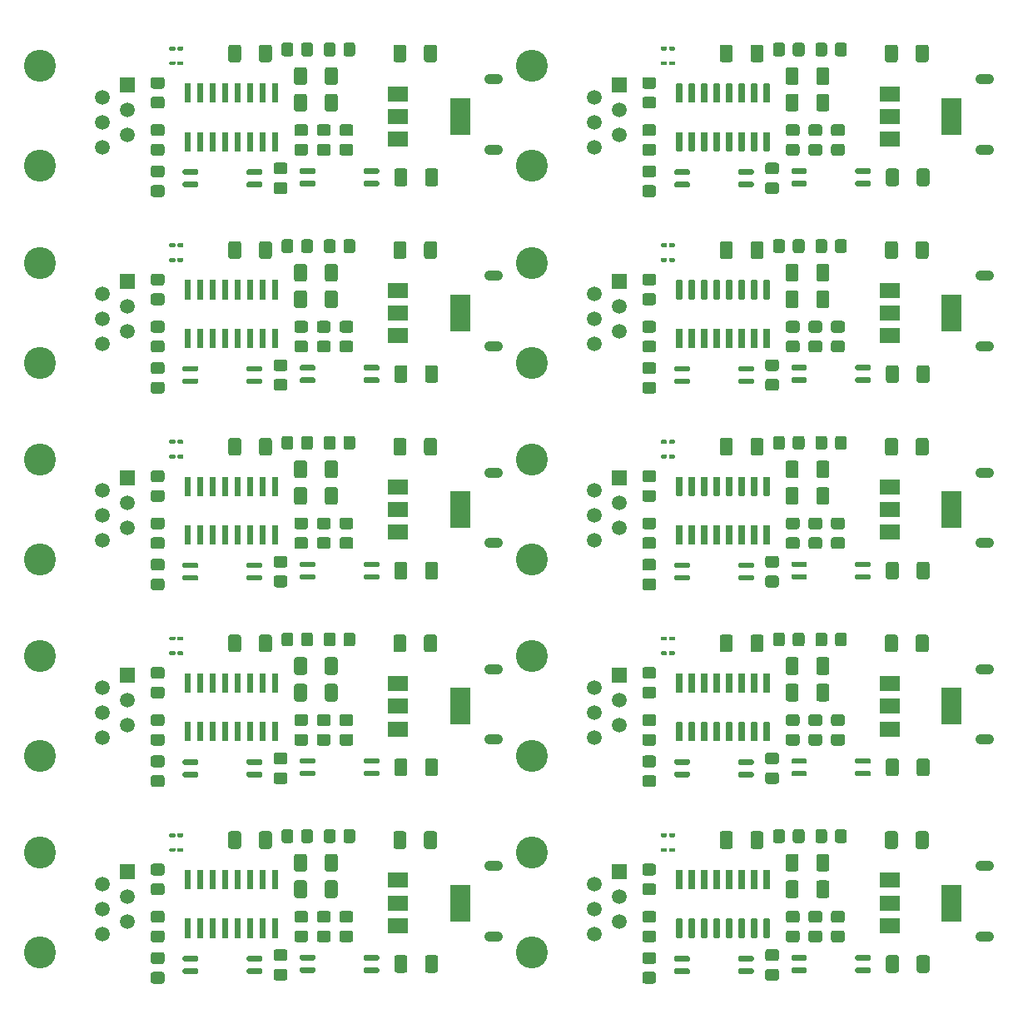
<source format=gbr>
%TF.GenerationSoftware,KiCad,Pcbnew,(5.1.9)-1*%
%TF.CreationDate,2021-10-14T17:35:57+02:00*%
%TF.ProjectId,IM350_AM550_T210_5V_V5.0,494d3335-305f-4414-9d35-35305f543231,rev?*%
%TF.SameCoordinates,Original*%
%TF.FileFunction,Soldermask,Bot*%
%TF.FilePolarity,Negative*%
%FSLAX46Y46*%
G04 Gerber Fmt 4.6, Leading zero omitted, Abs format (unit mm)*
G04 Created by KiCad (PCBNEW (5.1.9)-1) date 2021-10-14 17:35:57*
%MOMM*%
%LPD*%
G01*
G04 APERTURE LIST*
%ADD10O,1.900000X1.050000*%
%ADD11C,3.250000*%
%ADD12C,1.520000*%
%ADD13R,1.520000X1.520000*%
%ADD14R,2.000000X1.500000*%
%ADD15R,2.000000X3.800000*%
G04 APERTURE END LIST*
D10*
%TO.C,J1*%
X83450000Y-118575000D03*
X83450000Y-111425000D03*
%TD*%
%TO.C,R15*%
G36*
G01*
X68200000Y-108850001D02*
X68200000Y-107949999D01*
G75*
G02*
X68449999Y-107700000I249999J0D01*
G01*
X69150001Y-107700000D01*
G75*
G02*
X69400000Y-107949999I0J-249999D01*
G01*
X69400000Y-108850001D01*
G75*
G02*
X69150001Y-109100000I-249999J0D01*
G01*
X68449999Y-109100000D01*
G75*
G02*
X68200000Y-108850001I0J249999D01*
G01*
G37*
G36*
G01*
X66200000Y-108850001D02*
X66200000Y-107949999D01*
G75*
G02*
X66449999Y-107700000I249999J0D01*
G01*
X67150001Y-107700000D01*
G75*
G02*
X67400000Y-107949999I0J-249999D01*
G01*
X67400000Y-108850001D01*
G75*
G02*
X67150001Y-109100000I-249999J0D01*
G01*
X66449999Y-109100000D01*
G75*
G02*
X66200000Y-108850001I0J249999D01*
G01*
G37*
%TD*%
%TO.C,C3*%
G36*
G01*
X113175000Y-114450001D02*
X113175000Y-113149999D01*
G75*
G02*
X113424999Y-112900000I249999J0D01*
G01*
X114250001Y-112900000D01*
G75*
G02*
X114500000Y-113149999I0J-249999D01*
G01*
X114500000Y-114450001D01*
G75*
G02*
X114250001Y-114700000I-249999J0D01*
G01*
X113424999Y-114700000D01*
G75*
G02*
X113175000Y-114450001I0J249999D01*
G01*
G37*
G36*
G01*
X116300000Y-114450001D02*
X116300000Y-113149999D01*
G75*
G02*
X116549999Y-112900000I249999J0D01*
G01*
X117375001Y-112900000D01*
G75*
G02*
X117625000Y-113149999I0J-249999D01*
G01*
X117625000Y-114450001D01*
G75*
G02*
X117375001Y-114700000I-249999J0D01*
G01*
X116549999Y-114700000D01*
G75*
G02*
X116300000Y-114450001I0J249999D01*
G01*
G37*
%TD*%
%TO.C,C1*%
G36*
G01*
X127725000Y-108149999D02*
X127725000Y-109450001D01*
G75*
G02*
X127475001Y-109700000I-249999J0D01*
G01*
X126649999Y-109700000D01*
G75*
G02*
X126400000Y-109450001I0J249999D01*
G01*
X126400000Y-108149999D01*
G75*
G02*
X126649999Y-107900000I249999J0D01*
G01*
X127475001Y-107900000D01*
G75*
G02*
X127725000Y-108149999I0J-249999D01*
G01*
G37*
G36*
G01*
X124600000Y-108149999D02*
X124600000Y-109450001D01*
G75*
G02*
X124350001Y-109700000I-249999J0D01*
G01*
X123524999Y-109700000D01*
G75*
G02*
X123275000Y-109450001I0J249999D01*
G01*
X123275000Y-108149999D01*
G75*
G02*
X123524999Y-107900000I249999J0D01*
G01*
X124350001Y-107900000D01*
G75*
G02*
X124600000Y-108149999I0J-249999D01*
G01*
G37*
%TD*%
%TO.C,R17*%
G36*
G01*
X65749999Y-118000000D02*
X66650001Y-118000000D01*
G75*
G02*
X66900000Y-118249999I0J-249999D01*
G01*
X66900000Y-118950001D01*
G75*
G02*
X66650001Y-119200000I-249999J0D01*
G01*
X65749999Y-119200000D01*
G75*
G02*
X65500000Y-118950001I0J249999D01*
G01*
X65500000Y-118249999D01*
G75*
G02*
X65749999Y-118000000I249999J0D01*
G01*
G37*
G36*
G01*
X65749999Y-116000000D02*
X66650001Y-116000000D01*
G75*
G02*
X66900000Y-116249999I0J-249999D01*
G01*
X66900000Y-116950001D01*
G75*
G02*
X66650001Y-117200000I-249999J0D01*
G01*
X65749999Y-117200000D01*
G75*
G02*
X65500000Y-116950001I0J249999D01*
G01*
X65500000Y-116249999D01*
G75*
G02*
X65749999Y-116000000I249999J0D01*
G01*
G37*
%TD*%
%TO.C,R17*%
G36*
G01*
X115749999Y-116000000D02*
X116650001Y-116000000D01*
G75*
G02*
X116900000Y-116249999I0J-249999D01*
G01*
X116900000Y-116950001D01*
G75*
G02*
X116650001Y-117200000I-249999J0D01*
G01*
X115749999Y-117200000D01*
G75*
G02*
X115500000Y-116950001I0J249999D01*
G01*
X115500000Y-116249999D01*
G75*
G02*
X115749999Y-116000000I249999J0D01*
G01*
G37*
G36*
G01*
X115749999Y-118000000D02*
X116650001Y-118000000D01*
G75*
G02*
X116900000Y-118249999I0J-249999D01*
G01*
X116900000Y-118950001D01*
G75*
G02*
X116650001Y-119200000I-249999J0D01*
G01*
X115749999Y-119200000D01*
G75*
G02*
X115500000Y-118950001I0J249999D01*
G01*
X115500000Y-118249999D01*
G75*
G02*
X115749999Y-118000000I249999J0D01*
G01*
G37*
%TD*%
%TO.C,R11*%
G36*
G01*
X49750001Y-117200000D02*
X48849999Y-117200000D01*
G75*
G02*
X48600000Y-116950001I0J249999D01*
G01*
X48600000Y-116249999D01*
G75*
G02*
X48849999Y-116000000I249999J0D01*
G01*
X49750001Y-116000000D01*
G75*
G02*
X50000000Y-116249999I0J-249999D01*
G01*
X50000000Y-116950001D01*
G75*
G02*
X49750001Y-117200000I-249999J0D01*
G01*
G37*
G36*
G01*
X49750001Y-119200000D02*
X48849999Y-119200000D01*
G75*
G02*
X48600000Y-118950001I0J249999D01*
G01*
X48600000Y-118249999D01*
G75*
G02*
X48849999Y-118000000I249999J0D01*
G01*
X49750001Y-118000000D01*
G75*
G02*
X50000000Y-118249999I0J-249999D01*
G01*
X50000000Y-118950001D01*
G75*
G02*
X49750001Y-119200000I-249999J0D01*
G01*
G37*
%TD*%
%TO.C,C2*%
G36*
G01*
X127825000Y-120749999D02*
X127825000Y-122050001D01*
G75*
G02*
X127575001Y-122300000I-249999J0D01*
G01*
X126749999Y-122300000D01*
G75*
G02*
X126500000Y-122050001I0J249999D01*
G01*
X126500000Y-120749999D01*
G75*
G02*
X126749999Y-120500000I249999J0D01*
G01*
X127575001Y-120500000D01*
G75*
G02*
X127825000Y-120749999I0J-249999D01*
G01*
G37*
G36*
G01*
X124700000Y-120749999D02*
X124700000Y-122050001D01*
G75*
G02*
X124450001Y-122300000I-249999J0D01*
G01*
X123624999Y-122300000D01*
G75*
G02*
X123375000Y-122050001I0J249999D01*
G01*
X123375000Y-120749999D01*
G75*
G02*
X123624999Y-120500000I249999J0D01*
G01*
X124450001Y-120500000D01*
G75*
G02*
X124700000Y-120749999I0J-249999D01*
G01*
G37*
%TD*%
%TO.C,U5*%
G36*
G01*
X113750000Y-122172500D02*
X113750000Y-121897500D01*
G75*
G02*
X113887500Y-121760000I137500J0D01*
G01*
X115212500Y-121760000D01*
G75*
G02*
X115350000Y-121897500I0J-137500D01*
G01*
X115350000Y-122172500D01*
G75*
G02*
X115212500Y-122310000I-137500J0D01*
G01*
X113887500Y-122310000D01*
G75*
G02*
X113750000Y-122172500I0J137500D01*
G01*
G37*
G36*
G01*
X113750000Y-120902500D02*
X113750000Y-120627500D01*
G75*
G02*
X113887500Y-120490000I137500J0D01*
G01*
X115212500Y-120490000D01*
G75*
G02*
X115350000Y-120627500I0J-137500D01*
G01*
X115350000Y-120902500D01*
G75*
G02*
X115212500Y-121040000I-137500J0D01*
G01*
X113887500Y-121040000D01*
G75*
G02*
X113750000Y-120902500I0J137500D01*
G01*
G37*
G36*
G01*
X120250000Y-120902500D02*
X120250000Y-120627500D01*
G75*
G02*
X120387500Y-120490000I137500J0D01*
G01*
X121712500Y-120490000D01*
G75*
G02*
X121850000Y-120627500I0J-137500D01*
G01*
X121850000Y-120902500D01*
G75*
G02*
X121712500Y-121040000I-137500J0D01*
G01*
X120387500Y-121040000D01*
G75*
G02*
X120250000Y-120902500I0J137500D01*
G01*
G37*
G36*
G01*
X120250000Y-122172500D02*
X120250000Y-121897500D01*
G75*
G02*
X120387500Y-121760000I137500J0D01*
G01*
X121712500Y-121760000D01*
G75*
G02*
X121850000Y-121897500I0J-137500D01*
G01*
X121850000Y-122172500D01*
G75*
G02*
X121712500Y-122310000I-137500J0D01*
G01*
X120387500Y-122310000D01*
G75*
G02*
X120250000Y-122172500I0J137500D01*
G01*
G37*
%TD*%
%TO.C,R6*%
G36*
G01*
X100482500Y-108400000D02*
X100482500Y-108200000D01*
G75*
G02*
X100582500Y-108100000I100000J0D01*
G01*
X101017500Y-108100000D01*
G75*
G02*
X101117500Y-108200000I0J-100000D01*
G01*
X101117500Y-108400000D01*
G75*
G02*
X101017500Y-108500000I-100000J0D01*
G01*
X100582500Y-108500000D01*
G75*
G02*
X100482500Y-108400000I0J100000D01*
G01*
G37*
G36*
G01*
X101297500Y-108400000D02*
X101297500Y-108200000D01*
G75*
G02*
X101397500Y-108100000I100000J0D01*
G01*
X101832500Y-108100000D01*
G75*
G02*
X101932500Y-108200000I0J-100000D01*
G01*
X101932500Y-108400000D01*
G75*
G02*
X101832500Y-108500000I-100000J0D01*
G01*
X101397500Y-108500000D01*
G75*
G02*
X101297500Y-108400000I0J100000D01*
G01*
G37*
%TD*%
D11*
%TO.C,J2*%
X87360000Y-120250000D03*
D12*
X93710000Y-118350000D03*
X96250000Y-117080000D03*
X93710000Y-115810000D03*
X96250000Y-114540000D03*
X93710000Y-113270000D03*
D11*
X87360000Y-110090000D03*
D13*
X96250000Y-112000000D03*
%TD*%
%TO.C,R11*%
G36*
G01*
X99750001Y-119200000D02*
X98849999Y-119200000D01*
G75*
G02*
X98600000Y-118950001I0J249999D01*
G01*
X98600000Y-118249999D01*
G75*
G02*
X98849999Y-118000000I249999J0D01*
G01*
X99750001Y-118000000D01*
G75*
G02*
X100000000Y-118249999I0J-249999D01*
G01*
X100000000Y-118950001D01*
G75*
G02*
X99750001Y-119200000I-249999J0D01*
G01*
G37*
G36*
G01*
X99750001Y-117200000D02*
X98849999Y-117200000D01*
G75*
G02*
X98600000Y-116950001I0J249999D01*
G01*
X98600000Y-116249999D01*
G75*
G02*
X98849999Y-116000000I249999J0D01*
G01*
X99750001Y-116000000D01*
G75*
G02*
X100000000Y-116249999I0J-249999D01*
G01*
X100000000Y-116950001D01*
G75*
G02*
X99750001Y-117200000I-249999J0D01*
G01*
G37*
%TD*%
%TO.C,U5*%
G36*
G01*
X70250000Y-122172500D02*
X70250000Y-121897500D01*
G75*
G02*
X70387500Y-121760000I137500J0D01*
G01*
X71712500Y-121760000D01*
G75*
G02*
X71850000Y-121897500I0J-137500D01*
G01*
X71850000Y-122172500D01*
G75*
G02*
X71712500Y-122310000I-137500J0D01*
G01*
X70387500Y-122310000D01*
G75*
G02*
X70250000Y-122172500I0J137500D01*
G01*
G37*
G36*
G01*
X70250000Y-120902500D02*
X70250000Y-120627500D01*
G75*
G02*
X70387500Y-120490000I137500J0D01*
G01*
X71712500Y-120490000D01*
G75*
G02*
X71850000Y-120627500I0J-137500D01*
G01*
X71850000Y-120902500D01*
G75*
G02*
X71712500Y-121040000I-137500J0D01*
G01*
X70387500Y-121040000D01*
G75*
G02*
X70250000Y-120902500I0J137500D01*
G01*
G37*
G36*
G01*
X63750000Y-120902500D02*
X63750000Y-120627500D01*
G75*
G02*
X63887500Y-120490000I137500J0D01*
G01*
X65212500Y-120490000D01*
G75*
G02*
X65350000Y-120627500I0J-137500D01*
G01*
X65350000Y-120902500D01*
G75*
G02*
X65212500Y-121040000I-137500J0D01*
G01*
X63887500Y-121040000D01*
G75*
G02*
X63750000Y-120902500I0J137500D01*
G01*
G37*
G36*
G01*
X63750000Y-122172500D02*
X63750000Y-121897500D01*
G75*
G02*
X63887500Y-121760000I137500J0D01*
G01*
X65212500Y-121760000D01*
G75*
G02*
X65350000Y-121897500I0J-137500D01*
G01*
X65350000Y-122172500D01*
G75*
G02*
X65212500Y-122310000I-137500J0D01*
G01*
X63887500Y-122310000D01*
G75*
G02*
X63750000Y-122172500I0J137500D01*
G01*
G37*
%TD*%
%TO.C,R14*%
G36*
G01*
X111900000Y-108850001D02*
X111900000Y-107949999D01*
G75*
G02*
X112149999Y-107700000I249999J0D01*
G01*
X112850001Y-107700000D01*
G75*
G02*
X113100000Y-107949999I0J-249999D01*
G01*
X113100000Y-108850001D01*
G75*
G02*
X112850001Y-109100000I-249999J0D01*
G01*
X112149999Y-109100000D01*
G75*
G02*
X111900000Y-108850001I0J249999D01*
G01*
G37*
G36*
G01*
X113900000Y-108850001D02*
X113900000Y-107949999D01*
G75*
G02*
X114149999Y-107700000I249999J0D01*
G01*
X114850001Y-107700000D01*
G75*
G02*
X115100000Y-107949999I0J-249999D01*
G01*
X115100000Y-108850001D01*
G75*
G02*
X114850001Y-109100000I-249999J0D01*
G01*
X114149999Y-109100000D01*
G75*
G02*
X113900000Y-108850001I0J249999D01*
G01*
G37*
%TD*%
%TO.C,C1*%
G36*
G01*
X74600000Y-108149999D02*
X74600000Y-109450001D01*
G75*
G02*
X74350001Y-109700000I-249999J0D01*
G01*
X73524999Y-109700000D01*
G75*
G02*
X73275000Y-109450001I0J249999D01*
G01*
X73275000Y-108149999D01*
G75*
G02*
X73524999Y-107900000I249999J0D01*
G01*
X74350001Y-107900000D01*
G75*
G02*
X74600000Y-108149999I0J-249999D01*
G01*
G37*
G36*
G01*
X77725000Y-108149999D02*
X77725000Y-109450001D01*
G75*
G02*
X77475001Y-109700000I-249999J0D01*
G01*
X76649999Y-109700000D01*
G75*
G02*
X76400000Y-109450001I0J249999D01*
G01*
X76400000Y-108149999D01*
G75*
G02*
X76649999Y-107900000I249999J0D01*
G01*
X77475001Y-107900000D01*
G75*
G02*
X77725000Y-108149999I0J-249999D01*
G01*
G37*
%TD*%
%TO.C,U4*%
G36*
G01*
X101850000Y-122272500D02*
X101850000Y-121997500D01*
G75*
G02*
X101987500Y-121860000I137500J0D01*
G01*
X103312500Y-121860000D01*
G75*
G02*
X103450000Y-121997500I0J-137500D01*
G01*
X103450000Y-122272500D01*
G75*
G02*
X103312500Y-122410000I-137500J0D01*
G01*
X101987500Y-122410000D01*
G75*
G02*
X101850000Y-122272500I0J137500D01*
G01*
G37*
G36*
G01*
X101850000Y-121002500D02*
X101850000Y-120727500D01*
G75*
G02*
X101987500Y-120590000I137500J0D01*
G01*
X103312500Y-120590000D01*
G75*
G02*
X103450000Y-120727500I0J-137500D01*
G01*
X103450000Y-121002500D01*
G75*
G02*
X103312500Y-121140000I-137500J0D01*
G01*
X101987500Y-121140000D01*
G75*
G02*
X101850000Y-121002500I0J137500D01*
G01*
G37*
G36*
G01*
X108350000Y-121002500D02*
X108350000Y-120727500D01*
G75*
G02*
X108487500Y-120590000I137500J0D01*
G01*
X109812500Y-120590000D01*
G75*
G02*
X109950000Y-120727500I0J-137500D01*
G01*
X109950000Y-121002500D01*
G75*
G02*
X109812500Y-121140000I-137500J0D01*
G01*
X108487500Y-121140000D01*
G75*
G02*
X108350000Y-121002500I0J137500D01*
G01*
G37*
G36*
G01*
X108350000Y-122272500D02*
X108350000Y-121997500D01*
G75*
G02*
X108487500Y-121860000I137500J0D01*
G01*
X109812500Y-121860000D01*
G75*
G02*
X109950000Y-121997500I0J-137500D01*
G01*
X109950000Y-122272500D01*
G75*
G02*
X109812500Y-122410000I-137500J0D01*
G01*
X108487500Y-122410000D01*
G75*
G02*
X108350000Y-122272500I0J137500D01*
G01*
G37*
%TD*%
%TO.C,C4*%
G36*
G01*
X113175000Y-111750001D02*
X113175000Y-110449999D01*
G75*
G02*
X113424999Y-110200000I249999J0D01*
G01*
X114250001Y-110200000D01*
G75*
G02*
X114500000Y-110449999I0J-249999D01*
G01*
X114500000Y-111750001D01*
G75*
G02*
X114250001Y-112000000I-249999J0D01*
G01*
X113424999Y-112000000D01*
G75*
G02*
X113175000Y-111750001I0J249999D01*
G01*
G37*
G36*
G01*
X116300000Y-111750001D02*
X116300000Y-110449999D01*
G75*
G02*
X116549999Y-110200000I249999J0D01*
G01*
X117375001Y-110200000D01*
G75*
G02*
X117625000Y-110449999I0J-249999D01*
G01*
X117625000Y-111750001D01*
G75*
G02*
X117375001Y-112000000I-249999J0D01*
G01*
X116549999Y-112000000D01*
G75*
G02*
X116300000Y-111750001I0J249999D01*
G01*
G37*
%TD*%
%TO.C,J2*%
X46250000Y-112000000D03*
D11*
X37360000Y-110090000D03*
D12*
X43710000Y-113270000D03*
X46250000Y-114540000D03*
X43710000Y-115810000D03*
X46250000Y-117080000D03*
X43710000Y-118350000D03*
D11*
X37360000Y-120250000D03*
%TD*%
%TO.C,R16*%
G36*
G01*
X113449999Y-116000000D02*
X114350001Y-116000000D01*
G75*
G02*
X114600000Y-116249999I0J-249999D01*
G01*
X114600000Y-116950001D01*
G75*
G02*
X114350001Y-117200000I-249999J0D01*
G01*
X113449999Y-117200000D01*
G75*
G02*
X113200000Y-116950001I0J249999D01*
G01*
X113200000Y-116249999D01*
G75*
G02*
X113449999Y-116000000I249999J0D01*
G01*
G37*
G36*
G01*
X113449999Y-118000000D02*
X114350001Y-118000000D01*
G75*
G02*
X114600000Y-118249999I0J-249999D01*
G01*
X114600000Y-118950001D01*
G75*
G02*
X114350001Y-119200000I-249999J0D01*
G01*
X113449999Y-119200000D01*
G75*
G02*
X113200000Y-118950001I0J249999D01*
G01*
X113200000Y-118249999D01*
G75*
G02*
X113449999Y-118000000I249999J0D01*
G01*
G37*
%TD*%
%TO.C,R15*%
G36*
G01*
X116200000Y-108850001D02*
X116200000Y-107949999D01*
G75*
G02*
X116449999Y-107700000I249999J0D01*
G01*
X117150001Y-107700000D01*
G75*
G02*
X117400000Y-107949999I0J-249999D01*
G01*
X117400000Y-108850001D01*
G75*
G02*
X117150001Y-109100000I-249999J0D01*
G01*
X116449999Y-109100000D01*
G75*
G02*
X116200000Y-108850001I0J249999D01*
G01*
G37*
G36*
G01*
X118200000Y-108850001D02*
X118200000Y-107949999D01*
G75*
G02*
X118449999Y-107700000I249999J0D01*
G01*
X119150001Y-107700000D01*
G75*
G02*
X119400000Y-107949999I0J-249999D01*
G01*
X119400000Y-108850001D01*
G75*
G02*
X119150001Y-109100000I-249999J0D01*
G01*
X118449999Y-109100000D01*
G75*
G02*
X118200000Y-108850001I0J249999D01*
G01*
G37*
%TD*%
%TO.C,C2*%
G36*
G01*
X74700000Y-120749999D02*
X74700000Y-122050001D01*
G75*
G02*
X74450001Y-122300000I-249999J0D01*
G01*
X73624999Y-122300000D01*
G75*
G02*
X73375000Y-122050001I0J249999D01*
G01*
X73375000Y-120749999D01*
G75*
G02*
X73624999Y-120500000I249999J0D01*
G01*
X74450001Y-120500000D01*
G75*
G02*
X74700000Y-120749999I0J-249999D01*
G01*
G37*
G36*
G01*
X77825000Y-120749999D02*
X77825000Y-122050001D01*
G75*
G02*
X77575001Y-122300000I-249999J0D01*
G01*
X76749999Y-122300000D01*
G75*
G02*
X76500000Y-122050001I0J249999D01*
G01*
X76500000Y-120749999D01*
G75*
G02*
X76749999Y-120500000I249999J0D01*
G01*
X77575001Y-120500000D01*
G75*
G02*
X77825000Y-120749999I0J-249999D01*
G01*
G37*
%TD*%
%TO.C,R10*%
G36*
G01*
X49750001Y-121400000D02*
X48849999Y-121400000D01*
G75*
G02*
X48600000Y-121150001I0J249999D01*
G01*
X48600000Y-120449999D01*
G75*
G02*
X48849999Y-120200000I249999J0D01*
G01*
X49750001Y-120200000D01*
G75*
G02*
X50000000Y-120449999I0J-249999D01*
G01*
X50000000Y-121150001D01*
G75*
G02*
X49750001Y-121400000I-249999J0D01*
G01*
G37*
G36*
G01*
X49750001Y-123400000D02*
X48849999Y-123400000D01*
G75*
G02*
X48600000Y-123150001I0J249999D01*
G01*
X48600000Y-122449999D01*
G75*
G02*
X48849999Y-122200000I249999J0D01*
G01*
X49750001Y-122200000D01*
G75*
G02*
X50000000Y-122449999I0J-249999D01*
G01*
X50000000Y-123150001D01*
G75*
G02*
X49750001Y-123400000I-249999J0D01*
G01*
G37*
%TD*%
%TO.C,R12*%
G36*
G01*
X49750001Y-112400000D02*
X48849999Y-112400000D01*
G75*
G02*
X48600000Y-112150001I0J249999D01*
G01*
X48600000Y-111449999D01*
G75*
G02*
X48849999Y-111200000I249999J0D01*
G01*
X49750001Y-111200000D01*
G75*
G02*
X50000000Y-111449999I0J-249999D01*
G01*
X50000000Y-112150001D01*
G75*
G02*
X49750001Y-112400000I-249999J0D01*
G01*
G37*
G36*
G01*
X49750001Y-114400000D02*
X48849999Y-114400000D01*
G75*
G02*
X48600000Y-114150001I0J249999D01*
G01*
X48600000Y-113449999D01*
G75*
G02*
X48849999Y-113200000I249999J0D01*
G01*
X49750001Y-113200000D01*
G75*
G02*
X50000000Y-113449999I0J-249999D01*
G01*
X50000000Y-114150001D01*
G75*
G02*
X49750001Y-114400000I-249999J0D01*
G01*
G37*
%TD*%
%TO.C,R4*%
G36*
G01*
X118950001Y-119200000D02*
X118049999Y-119200000D01*
G75*
G02*
X117800000Y-118950001I0J249999D01*
G01*
X117800000Y-118249999D01*
G75*
G02*
X118049999Y-118000000I249999J0D01*
G01*
X118950001Y-118000000D01*
G75*
G02*
X119200000Y-118249999I0J-249999D01*
G01*
X119200000Y-118950001D01*
G75*
G02*
X118950001Y-119200000I-249999J0D01*
G01*
G37*
G36*
G01*
X118950001Y-117200000D02*
X118049999Y-117200000D01*
G75*
G02*
X117800000Y-116950001I0J249999D01*
G01*
X117800000Y-116249999D01*
G75*
G02*
X118049999Y-116000000I249999J0D01*
G01*
X118950001Y-116000000D01*
G75*
G02*
X119200000Y-116249999I0J-249999D01*
G01*
X119200000Y-116950001D01*
G75*
G02*
X118950001Y-117200000I-249999J0D01*
G01*
G37*
%TD*%
%TO.C,C5*%
G36*
G01*
X59600000Y-109450001D02*
X59600000Y-108149999D01*
G75*
G02*
X59849999Y-107900000I249999J0D01*
G01*
X60675001Y-107900000D01*
G75*
G02*
X60925000Y-108149999I0J-249999D01*
G01*
X60925000Y-109450001D01*
G75*
G02*
X60675001Y-109700000I-249999J0D01*
G01*
X59849999Y-109700000D01*
G75*
G02*
X59600000Y-109450001I0J249999D01*
G01*
G37*
G36*
G01*
X56475000Y-109450001D02*
X56475000Y-108149999D01*
G75*
G02*
X56724999Y-107900000I249999J0D01*
G01*
X57550001Y-107900000D01*
G75*
G02*
X57800000Y-108149999I0J-249999D01*
G01*
X57800000Y-109450001D01*
G75*
G02*
X57550001Y-109700000I-249999J0D01*
G01*
X56724999Y-109700000D01*
G75*
G02*
X56475000Y-109450001I0J249999D01*
G01*
G37*
%TD*%
D14*
%TO.C,U1*%
X73750000Y-117500000D03*
X73750000Y-112900000D03*
X73750000Y-115200000D03*
D15*
X80050000Y-115200000D03*
%TD*%
%TO.C,U3*%
G36*
G01*
X52097000Y-116790000D02*
X52613000Y-116790000D01*
G75*
G02*
X52655000Y-116832000I0J-42000D01*
G01*
X52655000Y-118718000D01*
G75*
G02*
X52613000Y-118760000I-42000J0D01*
G01*
X52097000Y-118760000D01*
G75*
G02*
X52055000Y-118718000I0J42000D01*
G01*
X52055000Y-116832000D01*
G75*
G02*
X52097000Y-116790000I42000J0D01*
G01*
G37*
G36*
G01*
X53367000Y-116790000D02*
X53883000Y-116790000D01*
G75*
G02*
X53925000Y-116832000I0J-42000D01*
G01*
X53925000Y-118718000D01*
G75*
G02*
X53883000Y-118760000I-42000J0D01*
G01*
X53367000Y-118760000D01*
G75*
G02*
X53325000Y-118718000I0J42000D01*
G01*
X53325000Y-116832000D01*
G75*
G02*
X53367000Y-116790000I42000J0D01*
G01*
G37*
G36*
G01*
X54637000Y-116790000D02*
X55153000Y-116790000D01*
G75*
G02*
X55195000Y-116832000I0J-42000D01*
G01*
X55195000Y-118718000D01*
G75*
G02*
X55153000Y-118760000I-42000J0D01*
G01*
X54637000Y-118760000D01*
G75*
G02*
X54595000Y-118718000I0J42000D01*
G01*
X54595000Y-116832000D01*
G75*
G02*
X54637000Y-116790000I42000J0D01*
G01*
G37*
G36*
G01*
X55907000Y-116790000D02*
X56423000Y-116790000D01*
G75*
G02*
X56465000Y-116832000I0J-42000D01*
G01*
X56465000Y-118718000D01*
G75*
G02*
X56423000Y-118760000I-42000J0D01*
G01*
X55907000Y-118760000D01*
G75*
G02*
X55865000Y-118718000I0J42000D01*
G01*
X55865000Y-116832000D01*
G75*
G02*
X55907000Y-116790000I42000J0D01*
G01*
G37*
G36*
G01*
X57177000Y-116790000D02*
X57693000Y-116790000D01*
G75*
G02*
X57735000Y-116832000I0J-42000D01*
G01*
X57735000Y-118718000D01*
G75*
G02*
X57693000Y-118760000I-42000J0D01*
G01*
X57177000Y-118760000D01*
G75*
G02*
X57135000Y-118718000I0J42000D01*
G01*
X57135000Y-116832000D01*
G75*
G02*
X57177000Y-116790000I42000J0D01*
G01*
G37*
G36*
G01*
X58447000Y-116790000D02*
X58963000Y-116790000D01*
G75*
G02*
X59005000Y-116832000I0J-42000D01*
G01*
X59005000Y-118718000D01*
G75*
G02*
X58963000Y-118760000I-42000J0D01*
G01*
X58447000Y-118760000D01*
G75*
G02*
X58405000Y-118718000I0J42000D01*
G01*
X58405000Y-116832000D01*
G75*
G02*
X58447000Y-116790000I42000J0D01*
G01*
G37*
G36*
G01*
X59717000Y-116790000D02*
X60233000Y-116790000D01*
G75*
G02*
X60275000Y-116832000I0J-42000D01*
G01*
X60275000Y-118718000D01*
G75*
G02*
X60233000Y-118760000I-42000J0D01*
G01*
X59717000Y-118760000D01*
G75*
G02*
X59675000Y-118718000I0J42000D01*
G01*
X59675000Y-116832000D01*
G75*
G02*
X59717000Y-116790000I42000J0D01*
G01*
G37*
G36*
G01*
X60987000Y-116790000D02*
X61503000Y-116790000D01*
G75*
G02*
X61545000Y-116832000I0J-42000D01*
G01*
X61545000Y-118718000D01*
G75*
G02*
X61503000Y-118760000I-42000J0D01*
G01*
X60987000Y-118760000D01*
G75*
G02*
X60945000Y-118718000I0J42000D01*
G01*
X60945000Y-116832000D01*
G75*
G02*
X60987000Y-116790000I42000J0D01*
G01*
G37*
G36*
G01*
X60987000Y-111840000D02*
X61503000Y-111840000D01*
G75*
G02*
X61545000Y-111882000I0J-42000D01*
G01*
X61545000Y-113768000D01*
G75*
G02*
X61503000Y-113810000I-42000J0D01*
G01*
X60987000Y-113810000D01*
G75*
G02*
X60945000Y-113768000I0J42000D01*
G01*
X60945000Y-111882000D01*
G75*
G02*
X60987000Y-111840000I42000J0D01*
G01*
G37*
G36*
G01*
X59717000Y-111840000D02*
X60233000Y-111840000D01*
G75*
G02*
X60275000Y-111882000I0J-42000D01*
G01*
X60275000Y-113768000D01*
G75*
G02*
X60233000Y-113810000I-42000J0D01*
G01*
X59717000Y-113810000D01*
G75*
G02*
X59675000Y-113768000I0J42000D01*
G01*
X59675000Y-111882000D01*
G75*
G02*
X59717000Y-111840000I42000J0D01*
G01*
G37*
G36*
G01*
X58447000Y-111840000D02*
X58963000Y-111840000D01*
G75*
G02*
X59005000Y-111882000I0J-42000D01*
G01*
X59005000Y-113768000D01*
G75*
G02*
X58963000Y-113810000I-42000J0D01*
G01*
X58447000Y-113810000D01*
G75*
G02*
X58405000Y-113768000I0J42000D01*
G01*
X58405000Y-111882000D01*
G75*
G02*
X58447000Y-111840000I42000J0D01*
G01*
G37*
G36*
G01*
X57177000Y-111840000D02*
X57693000Y-111840000D01*
G75*
G02*
X57735000Y-111882000I0J-42000D01*
G01*
X57735000Y-113768000D01*
G75*
G02*
X57693000Y-113810000I-42000J0D01*
G01*
X57177000Y-113810000D01*
G75*
G02*
X57135000Y-113768000I0J42000D01*
G01*
X57135000Y-111882000D01*
G75*
G02*
X57177000Y-111840000I42000J0D01*
G01*
G37*
G36*
G01*
X55907000Y-111840000D02*
X56423000Y-111840000D01*
G75*
G02*
X56465000Y-111882000I0J-42000D01*
G01*
X56465000Y-113768000D01*
G75*
G02*
X56423000Y-113810000I-42000J0D01*
G01*
X55907000Y-113810000D01*
G75*
G02*
X55865000Y-113768000I0J42000D01*
G01*
X55865000Y-111882000D01*
G75*
G02*
X55907000Y-111840000I42000J0D01*
G01*
G37*
G36*
G01*
X54637000Y-111840000D02*
X55153000Y-111840000D01*
G75*
G02*
X55195000Y-111882000I0J-42000D01*
G01*
X55195000Y-113768000D01*
G75*
G02*
X55153000Y-113810000I-42000J0D01*
G01*
X54637000Y-113810000D01*
G75*
G02*
X54595000Y-113768000I0J42000D01*
G01*
X54595000Y-111882000D01*
G75*
G02*
X54637000Y-111840000I42000J0D01*
G01*
G37*
G36*
G01*
X53367000Y-111840000D02*
X53883000Y-111840000D01*
G75*
G02*
X53925000Y-111882000I0J-42000D01*
G01*
X53925000Y-113768000D01*
G75*
G02*
X53883000Y-113810000I-42000J0D01*
G01*
X53367000Y-113810000D01*
G75*
G02*
X53325000Y-113768000I0J42000D01*
G01*
X53325000Y-111882000D01*
G75*
G02*
X53367000Y-111840000I42000J0D01*
G01*
G37*
G36*
G01*
X52097000Y-111840000D02*
X52613000Y-111840000D01*
G75*
G02*
X52655000Y-111882000I0J-42000D01*
G01*
X52655000Y-113768000D01*
G75*
G02*
X52613000Y-113810000I-42000J0D01*
G01*
X52097000Y-113810000D01*
G75*
G02*
X52055000Y-113768000I0J42000D01*
G01*
X52055000Y-111882000D01*
G75*
G02*
X52097000Y-111840000I42000J0D01*
G01*
G37*
%TD*%
%TO.C,R5*%
G36*
G01*
X61349999Y-121900000D02*
X62250001Y-121900000D01*
G75*
G02*
X62500000Y-122149999I0J-249999D01*
G01*
X62500000Y-122850001D01*
G75*
G02*
X62250001Y-123100000I-249999J0D01*
G01*
X61349999Y-123100000D01*
G75*
G02*
X61100000Y-122850001I0J249999D01*
G01*
X61100000Y-122149999D01*
G75*
G02*
X61349999Y-121900000I249999J0D01*
G01*
G37*
G36*
G01*
X61349999Y-119900000D02*
X62250001Y-119900000D01*
G75*
G02*
X62500000Y-120149999I0J-249999D01*
G01*
X62500000Y-120850001D01*
G75*
G02*
X62250001Y-121100000I-249999J0D01*
G01*
X61349999Y-121100000D01*
G75*
G02*
X61100000Y-120850001I0J249999D01*
G01*
X61100000Y-120149999D01*
G75*
G02*
X61349999Y-119900000I249999J0D01*
G01*
G37*
%TD*%
%TO.C,C4*%
G36*
G01*
X66300000Y-111750001D02*
X66300000Y-110449999D01*
G75*
G02*
X66549999Y-110200000I249999J0D01*
G01*
X67375001Y-110200000D01*
G75*
G02*
X67625000Y-110449999I0J-249999D01*
G01*
X67625000Y-111750001D01*
G75*
G02*
X67375001Y-112000000I-249999J0D01*
G01*
X66549999Y-112000000D01*
G75*
G02*
X66300000Y-111750001I0J249999D01*
G01*
G37*
G36*
G01*
X63175000Y-111750001D02*
X63175000Y-110449999D01*
G75*
G02*
X63424999Y-110200000I249999J0D01*
G01*
X64250001Y-110200000D01*
G75*
G02*
X64500000Y-110449999I0J-249999D01*
G01*
X64500000Y-111750001D01*
G75*
G02*
X64250001Y-112000000I-249999J0D01*
G01*
X63424999Y-112000000D01*
G75*
G02*
X63175000Y-111750001I0J249999D01*
G01*
G37*
%TD*%
%TO.C,U1*%
X130050000Y-115200000D03*
D14*
X123750000Y-115200000D03*
X123750000Y-112900000D03*
X123750000Y-117500000D03*
%TD*%
%TO.C,R14*%
G36*
G01*
X63900000Y-108850001D02*
X63900000Y-107949999D01*
G75*
G02*
X64149999Y-107700000I249999J0D01*
G01*
X64850001Y-107700000D01*
G75*
G02*
X65100000Y-107949999I0J-249999D01*
G01*
X65100000Y-108850001D01*
G75*
G02*
X64850001Y-109100000I-249999J0D01*
G01*
X64149999Y-109100000D01*
G75*
G02*
X63900000Y-108850001I0J249999D01*
G01*
G37*
G36*
G01*
X61900000Y-108850001D02*
X61900000Y-107949999D01*
G75*
G02*
X62149999Y-107700000I249999J0D01*
G01*
X62850001Y-107700000D01*
G75*
G02*
X63100000Y-107949999I0J-249999D01*
G01*
X63100000Y-108850001D01*
G75*
G02*
X62850001Y-109100000I-249999J0D01*
G01*
X62149999Y-109100000D01*
G75*
G02*
X61900000Y-108850001I0J249999D01*
G01*
G37*
%TD*%
D10*
%TO.C,J1*%
X133450000Y-111425000D03*
X133450000Y-118575000D03*
%TD*%
%TO.C,C3*%
G36*
G01*
X66300000Y-114450001D02*
X66300000Y-113149999D01*
G75*
G02*
X66549999Y-112900000I249999J0D01*
G01*
X67375001Y-112900000D01*
G75*
G02*
X67625000Y-113149999I0J-249999D01*
G01*
X67625000Y-114450001D01*
G75*
G02*
X67375001Y-114700000I-249999J0D01*
G01*
X66549999Y-114700000D01*
G75*
G02*
X66300000Y-114450001I0J249999D01*
G01*
G37*
G36*
G01*
X63175000Y-114450001D02*
X63175000Y-113149999D01*
G75*
G02*
X63424999Y-112900000I249999J0D01*
G01*
X64250001Y-112900000D01*
G75*
G02*
X64500000Y-113149999I0J-249999D01*
G01*
X64500000Y-114450001D01*
G75*
G02*
X64250001Y-114700000I-249999J0D01*
G01*
X63424999Y-114700000D01*
G75*
G02*
X63175000Y-114450001I0J249999D01*
G01*
G37*
%TD*%
%TO.C,U4*%
G36*
G01*
X58350000Y-122272500D02*
X58350000Y-121997500D01*
G75*
G02*
X58487500Y-121860000I137500J0D01*
G01*
X59812500Y-121860000D01*
G75*
G02*
X59950000Y-121997500I0J-137500D01*
G01*
X59950000Y-122272500D01*
G75*
G02*
X59812500Y-122410000I-137500J0D01*
G01*
X58487500Y-122410000D01*
G75*
G02*
X58350000Y-122272500I0J137500D01*
G01*
G37*
G36*
G01*
X58350000Y-121002500D02*
X58350000Y-120727500D01*
G75*
G02*
X58487500Y-120590000I137500J0D01*
G01*
X59812500Y-120590000D01*
G75*
G02*
X59950000Y-120727500I0J-137500D01*
G01*
X59950000Y-121002500D01*
G75*
G02*
X59812500Y-121140000I-137500J0D01*
G01*
X58487500Y-121140000D01*
G75*
G02*
X58350000Y-121002500I0J137500D01*
G01*
G37*
G36*
G01*
X51850000Y-121002500D02*
X51850000Y-120727500D01*
G75*
G02*
X51987500Y-120590000I137500J0D01*
G01*
X53312500Y-120590000D01*
G75*
G02*
X53450000Y-120727500I0J-137500D01*
G01*
X53450000Y-121002500D01*
G75*
G02*
X53312500Y-121140000I-137500J0D01*
G01*
X51987500Y-121140000D01*
G75*
G02*
X51850000Y-121002500I0J137500D01*
G01*
G37*
G36*
G01*
X51850000Y-122272500D02*
X51850000Y-121997500D01*
G75*
G02*
X51987500Y-121860000I137500J0D01*
G01*
X53312500Y-121860000D01*
G75*
G02*
X53450000Y-121997500I0J-137500D01*
G01*
X53450000Y-122272500D01*
G75*
G02*
X53312500Y-122410000I-137500J0D01*
G01*
X51987500Y-122410000D01*
G75*
G02*
X51850000Y-122272500I0J137500D01*
G01*
G37*
%TD*%
%TO.C,R4*%
G36*
G01*
X68950001Y-117200000D02*
X68049999Y-117200000D01*
G75*
G02*
X67800000Y-116950001I0J249999D01*
G01*
X67800000Y-116249999D01*
G75*
G02*
X68049999Y-116000000I249999J0D01*
G01*
X68950001Y-116000000D01*
G75*
G02*
X69200000Y-116249999I0J-249999D01*
G01*
X69200000Y-116950001D01*
G75*
G02*
X68950001Y-117200000I-249999J0D01*
G01*
G37*
G36*
G01*
X68950001Y-119200000D02*
X68049999Y-119200000D01*
G75*
G02*
X67800000Y-118950001I0J249999D01*
G01*
X67800000Y-118249999D01*
G75*
G02*
X68049999Y-118000000I249999J0D01*
G01*
X68950001Y-118000000D01*
G75*
G02*
X69200000Y-118249999I0J-249999D01*
G01*
X69200000Y-118950001D01*
G75*
G02*
X68950001Y-119200000I-249999J0D01*
G01*
G37*
%TD*%
%TO.C,U3*%
G36*
G01*
X102097000Y-111840000D02*
X102613000Y-111840000D01*
G75*
G02*
X102655000Y-111882000I0J-42000D01*
G01*
X102655000Y-113768000D01*
G75*
G02*
X102613000Y-113810000I-42000J0D01*
G01*
X102097000Y-113810000D01*
G75*
G02*
X102055000Y-113768000I0J42000D01*
G01*
X102055000Y-111882000D01*
G75*
G02*
X102097000Y-111840000I42000J0D01*
G01*
G37*
G36*
G01*
X103367000Y-111840000D02*
X103883000Y-111840000D01*
G75*
G02*
X103925000Y-111882000I0J-42000D01*
G01*
X103925000Y-113768000D01*
G75*
G02*
X103883000Y-113810000I-42000J0D01*
G01*
X103367000Y-113810000D01*
G75*
G02*
X103325000Y-113768000I0J42000D01*
G01*
X103325000Y-111882000D01*
G75*
G02*
X103367000Y-111840000I42000J0D01*
G01*
G37*
G36*
G01*
X104637000Y-111840000D02*
X105153000Y-111840000D01*
G75*
G02*
X105195000Y-111882000I0J-42000D01*
G01*
X105195000Y-113768000D01*
G75*
G02*
X105153000Y-113810000I-42000J0D01*
G01*
X104637000Y-113810000D01*
G75*
G02*
X104595000Y-113768000I0J42000D01*
G01*
X104595000Y-111882000D01*
G75*
G02*
X104637000Y-111840000I42000J0D01*
G01*
G37*
G36*
G01*
X105907000Y-111840000D02*
X106423000Y-111840000D01*
G75*
G02*
X106465000Y-111882000I0J-42000D01*
G01*
X106465000Y-113768000D01*
G75*
G02*
X106423000Y-113810000I-42000J0D01*
G01*
X105907000Y-113810000D01*
G75*
G02*
X105865000Y-113768000I0J42000D01*
G01*
X105865000Y-111882000D01*
G75*
G02*
X105907000Y-111840000I42000J0D01*
G01*
G37*
G36*
G01*
X107177000Y-111840000D02*
X107693000Y-111840000D01*
G75*
G02*
X107735000Y-111882000I0J-42000D01*
G01*
X107735000Y-113768000D01*
G75*
G02*
X107693000Y-113810000I-42000J0D01*
G01*
X107177000Y-113810000D01*
G75*
G02*
X107135000Y-113768000I0J42000D01*
G01*
X107135000Y-111882000D01*
G75*
G02*
X107177000Y-111840000I42000J0D01*
G01*
G37*
G36*
G01*
X108447000Y-111840000D02*
X108963000Y-111840000D01*
G75*
G02*
X109005000Y-111882000I0J-42000D01*
G01*
X109005000Y-113768000D01*
G75*
G02*
X108963000Y-113810000I-42000J0D01*
G01*
X108447000Y-113810000D01*
G75*
G02*
X108405000Y-113768000I0J42000D01*
G01*
X108405000Y-111882000D01*
G75*
G02*
X108447000Y-111840000I42000J0D01*
G01*
G37*
G36*
G01*
X109717000Y-111840000D02*
X110233000Y-111840000D01*
G75*
G02*
X110275000Y-111882000I0J-42000D01*
G01*
X110275000Y-113768000D01*
G75*
G02*
X110233000Y-113810000I-42000J0D01*
G01*
X109717000Y-113810000D01*
G75*
G02*
X109675000Y-113768000I0J42000D01*
G01*
X109675000Y-111882000D01*
G75*
G02*
X109717000Y-111840000I42000J0D01*
G01*
G37*
G36*
G01*
X110987000Y-111840000D02*
X111503000Y-111840000D01*
G75*
G02*
X111545000Y-111882000I0J-42000D01*
G01*
X111545000Y-113768000D01*
G75*
G02*
X111503000Y-113810000I-42000J0D01*
G01*
X110987000Y-113810000D01*
G75*
G02*
X110945000Y-113768000I0J42000D01*
G01*
X110945000Y-111882000D01*
G75*
G02*
X110987000Y-111840000I42000J0D01*
G01*
G37*
G36*
G01*
X110987000Y-116790000D02*
X111503000Y-116790000D01*
G75*
G02*
X111545000Y-116832000I0J-42000D01*
G01*
X111545000Y-118718000D01*
G75*
G02*
X111503000Y-118760000I-42000J0D01*
G01*
X110987000Y-118760000D01*
G75*
G02*
X110945000Y-118718000I0J42000D01*
G01*
X110945000Y-116832000D01*
G75*
G02*
X110987000Y-116790000I42000J0D01*
G01*
G37*
G36*
G01*
X109717000Y-116790000D02*
X110233000Y-116790000D01*
G75*
G02*
X110275000Y-116832000I0J-42000D01*
G01*
X110275000Y-118718000D01*
G75*
G02*
X110233000Y-118760000I-42000J0D01*
G01*
X109717000Y-118760000D01*
G75*
G02*
X109675000Y-118718000I0J42000D01*
G01*
X109675000Y-116832000D01*
G75*
G02*
X109717000Y-116790000I42000J0D01*
G01*
G37*
G36*
G01*
X108447000Y-116790000D02*
X108963000Y-116790000D01*
G75*
G02*
X109005000Y-116832000I0J-42000D01*
G01*
X109005000Y-118718000D01*
G75*
G02*
X108963000Y-118760000I-42000J0D01*
G01*
X108447000Y-118760000D01*
G75*
G02*
X108405000Y-118718000I0J42000D01*
G01*
X108405000Y-116832000D01*
G75*
G02*
X108447000Y-116790000I42000J0D01*
G01*
G37*
G36*
G01*
X107177000Y-116790000D02*
X107693000Y-116790000D01*
G75*
G02*
X107735000Y-116832000I0J-42000D01*
G01*
X107735000Y-118718000D01*
G75*
G02*
X107693000Y-118760000I-42000J0D01*
G01*
X107177000Y-118760000D01*
G75*
G02*
X107135000Y-118718000I0J42000D01*
G01*
X107135000Y-116832000D01*
G75*
G02*
X107177000Y-116790000I42000J0D01*
G01*
G37*
G36*
G01*
X105907000Y-116790000D02*
X106423000Y-116790000D01*
G75*
G02*
X106465000Y-116832000I0J-42000D01*
G01*
X106465000Y-118718000D01*
G75*
G02*
X106423000Y-118760000I-42000J0D01*
G01*
X105907000Y-118760000D01*
G75*
G02*
X105865000Y-118718000I0J42000D01*
G01*
X105865000Y-116832000D01*
G75*
G02*
X105907000Y-116790000I42000J0D01*
G01*
G37*
G36*
G01*
X104637000Y-116790000D02*
X105153000Y-116790000D01*
G75*
G02*
X105195000Y-116832000I0J-42000D01*
G01*
X105195000Y-118718000D01*
G75*
G02*
X105153000Y-118760000I-42000J0D01*
G01*
X104637000Y-118760000D01*
G75*
G02*
X104595000Y-118718000I0J42000D01*
G01*
X104595000Y-116832000D01*
G75*
G02*
X104637000Y-116790000I42000J0D01*
G01*
G37*
G36*
G01*
X103367000Y-116790000D02*
X103883000Y-116790000D01*
G75*
G02*
X103925000Y-116832000I0J-42000D01*
G01*
X103925000Y-118718000D01*
G75*
G02*
X103883000Y-118760000I-42000J0D01*
G01*
X103367000Y-118760000D01*
G75*
G02*
X103325000Y-118718000I0J42000D01*
G01*
X103325000Y-116832000D01*
G75*
G02*
X103367000Y-116790000I42000J0D01*
G01*
G37*
G36*
G01*
X102097000Y-116790000D02*
X102613000Y-116790000D01*
G75*
G02*
X102655000Y-116832000I0J-42000D01*
G01*
X102655000Y-118718000D01*
G75*
G02*
X102613000Y-118760000I-42000J0D01*
G01*
X102097000Y-118760000D01*
G75*
G02*
X102055000Y-118718000I0J42000D01*
G01*
X102055000Y-116832000D01*
G75*
G02*
X102097000Y-116790000I42000J0D01*
G01*
G37*
%TD*%
%TO.C,R18*%
G36*
G01*
X51297500Y-109900000D02*
X51297500Y-109700000D01*
G75*
G02*
X51397500Y-109600000I100000J0D01*
G01*
X51832500Y-109600000D01*
G75*
G02*
X51932500Y-109700000I0J-100000D01*
G01*
X51932500Y-109900000D01*
G75*
G02*
X51832500Y-110000000I-100000J0D01*
G01*
X51397500Y-110000000D01*
G75*
G02*
X51297500Y-109900000I0J100000D01*
G01*
G37*
G36*
G01*
X50482500Y-109900000D02*
X50482500Y-109700000D01*
G75*
G02*
X50582500Y-109600000I100000J0D01*
G01*
X51017500Y-109600000D01*
G75*
G02*
X51117500Y-109700000I0J-100000D01*
G01*
X51117500Y-109900000D01*
G75*
G02*
X51017500Y-110000000I-100000J0D01*
G01*
X50582500Y-110000000D01*
G75*
G02*
X50482500Y-109900000I0J100000D01*
G01*
G37*
%TD*%
%TO.C,R12*%
G36*
G01*
X99750001Y-114400000D02*
X98849999Y-114400000D01*
G75*
G02*
X98600000Y-114150001I0J249999D01*
G01*
X98600000Y-113449999D01*
G75*
G02*
X98849999Y-113200000I249999J0D01*
G01*
X99750001Y-113200000D01*
G75*
G02*
X100000000Y-113449999I0J-249999D01*
G01*
X100000000Y-114150001D01*
G75*
G02*
X99750001Y-114400000I-249999J0D01*
G01*
G37*
G36*
G01*
X99750001Y-112400000D02*
X98849999Y-112400000D01*
G75*
G02*
X98600000Y-112150001I0J249999D01*
G01*
X98600000Y-111449999D01*
G75*
G02*
X98849999Y-111200000I249999J0D01*
G01*
X99750001Y-111200000D01*
G75*
G02*
X100000000Y-111449999I0J-249999D01*
G01*
X100000000Y-112150001D01*
G75*
G02*
X99750001Y-112400000I-249999J0D01*
G01*
G37*
%TD*%
%TO.C,R6*%
G36*
G01*
X51297500Y-108400000D02*
X51297500Y-108200000D01*
G75*
G02*
X51397500Y-108100000I100000J0D01*
G01*
X51832500Y-108100000D01*
G75*
G02*
X51932500Y-108200000I0J-100000D01*
G01*
X51932500Y-108400000D01*
G75*
G02*
X51832500Y-108500000I-100000J0D01*
G01*
X51397500Y-108500000D01*
G75*
G02*
X51297500Y-108400000I0J100000D01*
G01*
G37*
G36*
G01*
X50482500Y-108400000D02*
X50482500Y-108200000D01*
G75*
G02*
X50582500Y-108100000I100000J0D01*
G01*
X51017500Y-108100000D01*
G75*
G02*
X51117500Y-108200000I0J-100000D01*
G01*
X51117500Y-108400000D01*
G75*
G02*
X51017500Y-108500000I-100000J0D01*
G01*
X50582500Y-108500000D01*
G75*
G02*
X50482500Y-108400000I0J100000D01*
G01*
G37*
%TD*%
%TO.C,C5*%
G36*
G01*
X106475000Y-109450001D02*
X106475000Y-108149999D01*
G75*
G02*
X106724999Y-107900000I249999J0D01*
G01*
X107550001Y-107900000D01*
G75*
G02*
X107800000Y-108149999I0J-249999D01*
G01*
X107800000Y-109450001D01*
G75*
G02*
X107550001Y-109700000I-249999J0D01*
G01*
X106724999Y-109700000D01*
G75*
G02*
X106475000Y-109450001I0J249999D01*
G01*
G37*
G36*
G01*
X109600000Y-109450001D02*
X109600000Y-108149999D01*
G75*
G02*
X109849999Y-107900000I249999J0D01*
G01*
X110675001Y-107900000D01*
G75*
G02*
X110925000Y-108149999I0J-249999D01*
G01*
X110925000Y-109450001D01*
G75*
G02*
X110675001Y-109700000I-249999J0D01*
G01*
X109849999Y-109700000D01*
G75*
G02*
X109600000Y-109450001I0J249999D01*
G01*
G37*
%TD*%
%TO.C,R5*%
G36*
G01*
X111349999Y-119900000D02*
X112250001Y-119900000D01*
G75*
G02*
X112500000Y-120149999I0J-249999D01*
G01*
X112500000Y-120850001D01*
G75*
G02*
X112250001Y-121100000I-249999J0D01*
G01*
X111349999Y-121100000D01*
G75*
G02*
X111100000Y-120850001I0J249999D01*
G01*
X111100000Y-120149999D01*
G75*
G02*
X111349999Y-119900000I249999J0D01*
G01*
G37*
G36*
G01*
X111349999Y-121900000D02*
X112250001Y-121900000D01*
G75*
G02*
X112500000Y-122149999I0J-249999D01*
G01*
X112500000Y-122850001D01*
G75*
G02*
X112250001Y-123100000I-249999J0D01*
G01*
X111349999Y-123100000D01*
G75*
G02*
X111100000Y-122850001I0J249999D01*
G01*
X111100000Y-122149999D01*
G75*
G02*
X111349999Y-121900000I249999J0D01*
G01*
G37*
%TD*%
%TO.C,R18*%
G36*
G01*
X100482500Y-109900000D02*
X100482500Y-109700000D01*
G75*
G02*
X100582500Y-109600000I100000J0D01*
G01*
X101017500Y-109600000D01*
G75*
G02*
X101117500Y-109700000I0J-100000D01*
G01*
X101117500Y-109900000D01*
G75*
G02*
X101017500Y-110000000I-100000J0D01*
G01*
X100582500Y-110000000D01*
G75*
G02*
X100482500Y-109900000I0J100000D01*
G01*
G37*
G36*
G01*
X101297500Y-109900000D02*
X101297500Y-109700000D01*
G75*
G02*
X101397500Y-109600000I100000J0D01*
G01*
X101832500Y-109600000D01*
G75*
G02*
X101932500Y-109700000I0J-100000D01*
G01*
X101932500Y-109900000D01*
G75*
G02*
X101832500Y-110000000I-100000J0D01*
G01*
X101397500Y-110000000D01*
G75*
G02*
X101297500Y-109900000I0J100000D01*
G01*
G37*
%TD*%
%TO.C,R16*%
G36*
G01*
X63449999Y-118000000D02*
X64350001Y-118000000D01*
G75*
G02*
X64600000Y-118249999I0J-249999D01*
G01*
X64600000Y-118950001D01*
G75*
G02*
X64350001Y-119200000I-249999J0D01*
G01*
X63449999Y-119200000D01*
G75*
G02*
X63200000Y-118950001I0J249999D01*
G01*
X63200000Y-118249999D01*
G75*
G02*
X63449999Y-118000000I249999J0D01*
G01*
G37*
G36*
G01*
X63449999Y-116000000D02*
X64350001Y-116000000D01*
G75*
G02*
X64600000Y-116249999I0J-249999D01*
G01*
X64600000Y-116950001D01*
G75*
G02*
X64350001Y-117200000I-249999J0D01*
G01*
X63449999Y-117200000D01*
G75*
G02*
X63200000Y-116950001I0J249999D01*
G01*
X63200000Y-116249999D01*
G75*
G02*
X63449999Y-116000000I249999J0D01*
G01*
G37*
%TD*%
%TO.C,R10*%
G36*
G01*
X99750001Y-123400000D02*
X98849999Y-123400000D01*
G75*
G02*
X98600000Y-123150001I0J249999D01*
G01*
X98600000Y-122449999D01*
G75*
G02*
X98849999Y-122200000I249999J0D01*
G01*
X99750001Y-122200000D01*
G75*
G02*
X100000000Y-122449999I0J-249999D01*
G01*
X100000000Y-123150001D01*
G75*
G02*
X99750001Y-123400000I-249999J0D01*
G01*
G37*
G36*
G01*
X99750001Y-121400000D02*
X98849999Y-121400000D01*
G75*
G02*
X98600000Y-121150001I0J249999D01*
G01*
X98600000Y-120449999D01*
G75*
G02*
X98849999Y-120200000I249999J0D01*
G01*
X99750001Y-120200000D01*
G75*
G02*
X100000000Y-120449999I0J-249999D01*
G01*
X100000000Y-121150001D01*
G75*
G02*
X99750001Y-121400000I-249999J0D01*
G01*
G37*
%TD*%
%TO.C,U5*%
G36*
G01*
X120250000Y-102172500D02*
X120250000Y-101897500D01*
G75*
G02*
X120387500Y-101760000I137500J0D01*
G01*
X121712500Y-101760000D01*
G75*
G02*
X121850000Y-101897500I0J-137500D01*
G01*
X121850000Y-102172500D01*
G75*
G02*
X121712500Y-102310000I-137500J0D01*
G01*
X120387500Y-102310000D01*
G75*
G02*
X120250000Y-102172500I0J137500D01*
G01*
G37*
G36*
G01*
X120250000Y-100902500D02*
X120250000Y-100627500D01*
G75*
G02*
X120387500Y-100490000I137500J0D01*
G01*
X121712500Y-100490000D01*
G75*
G02*
X121850000Y-100627500I0J-137500D01*
G01*
X121850000Y-100902500D01*
G75*
G02*
X121712500Y-101040000I-137500J0D01*
G01*
X120387500Y-101040000D01*
G75*
G02*
X120250000Y-100902500I0J137500D01*
G01*
G37*
G36*
G01*
X113750000Y-100902500D02*
X113750000Y-100627500D01*
G75*
G02*
X113887500Y-100490000I137500J0D01*
G01*
X115212500Y-100490000D01*
G75*
G02*
X115350000Y-100627500I0J-137500D01*
G01*
X115350000Y-100902500D01*
G75*
G02*
X115212500Y-101040000I-137500J0D01*
G01*
X113887500Y-101040000D01*
G75*
G02*
X113750000Y-100902500I0J137500D01*
G01*
G37*
G36*
G01*
X113750000Y-102172500D02*
X113750000Y-101897500D01*
G75*
G02*
X113887500Y-101760000I137500J0D01*
G01*
X115212500Y-101760000D01*
G75*
G02*
X115350000Y-101897500I0J-137500D01*
G01*
X115350000Y-102172500D01*
G75*
G02*
X115212500Y-102310000I-137500J0D01*
G01*
X113887500Y-102310000D01*
G75*
G02*
X113750000Y-102172500I0J137500D01*
G01*
G37*
%TD*%
%TO.C,C3*%
G36*
G01*
X116300000Y-94450001D02*
X116300000Y-93149999D01*
G75*
G02*
X116549999Y-92900000I249999J0D01*
G01*
X117375001Y-92900000D01*
G75*
G02*
X117625000Y-93149999I0J-249999D01*
G01*
X117625000Y-94450001D01*
G75*
G02*
X117375001Y-94700000I-249999J0D01*
G01*
X116549999Y-94700000D01*
G75*
G02*
X116300000Y-94450001I0J249999D01*
G01*
G37*
G36*
G01*
X113175000Y-94450001D02*
X113175000Y-93149999D01*
G75*
G02*
X113424999Y-92900000I249999J0D01*
G01*
X114250001Y-92900000D01*
G75*
G02*
X114500000Y-93149999I0J-249999D01*
G01*
X114500000Y-94450001D01*
G75*
G02*
X114250001Y-94700000I-249999J0D01*
G01*
X113424999Y-94700000D01*
G75*
G02*
X113175000Y-94450001I0J249999D01*
G01*
G37*
%TD*%
%TO.C,C1*%
G36*
G01*
X124600000Y-88149999D02*
X124600000Y-89450001D01*
G75*
G02*
X124350001Y-89700000I-249999J0D01*
G01*
X123524999Y-89700000D01*
G75*
G02*
X123275000Y-89450001I0J249999D01*
G01*
X123275000Y-88149999D01*
G75*
G02*
X123524999Y-87900000I249999J0D01*
G01*
X124350001Y-87900000D01*
G75*
G02*
X124600000Y-88149999I0J-249999D01*
G01*
G37*
G36*
G01*
X127725000Y-88149999D02*
X127725000Y-89450001D01*
G75*
G02*
X127475001Y-89700000I-249999J0D01*
G01*
X126649999Y-89700000D01*
G75*
G02*
X126400000Y-89450001I0J249999D01*
G01*
X126400000Y-88149999D01*
G75*
G02*
X126649999Y-87900000I249999J0D01*
G01*
X127475001Y-87900000D01*
G75*
G02*
X127725000Y-88149999I0J-249999D01*
G01*
G37*
%TD*%
%TO.C,R11*%
G36*
G01*
X49750001Y-99200000D02*
X48849999Y-99200000D01*
G75*
G02*
X48600000Y-98950001I0J249999D01*
G01*
X48600000Y-98249999D01*
G75*
G02*
X48849999Y-98000000I249999J0D01*
G01*
X49750001Y-98000000D01*
G75*
G02*
X50000000Y-98249999I0J-249999D01*
G01*
X50000000Y-98950001D01*
G75*
G02*
X49750001Y-99200000I-249999J0D01*
G01*
G37*
G36*
G01*
X49750001Y-97200000D02*
X48849999Y-97200000D01*
G75*
G02*
X48600000Y-96950001I0J249999D01*
G01*
X48600000Y-96249999D01*
G75*
G02*
X48849999Y-96000000I249999J0D01*
G01*
X49750001Y-96000000D01*
G75*
G02*
X50000000Y-96249999I0J-249999D01*
G01*
X50000000Y-96950001D01*
G75*
G02*
X49750001Y-97200000I-249999J0D01*
G01*
G37*
%TD*%
%TO.C,C2*%
G36*
G01*
X124700000Y-100749999D02*
X124700000Y-102050001D01*
G75*
G02*
X124450001Y-102300000I-249999J0D01*
G01*
X123624999Y-102300000D01*
G75*
G02*
X123375000Y-102050001I0J249999D01*
G01*
X123375000Y-100749999D01*
G75*
G02*
X123624999Y-100500000I249999J0D01*
G01*
X124450001Y-100500000D01*
G75*
G02*
X124700000Y-100749999I0J-249999D01*
G01*
G37*
G36*
G01*
X127825000Y-100749999D02*
X127825000Y-102050001D01*
G75*
G02*
X127575001Y-102300000I-249999J0D01*
G01*
X126749999Y-102300000D01*
G75*
G02*
X126500000Y-102050001I0J249999D01*
G01*
X126500000Y-100749999D01*
G75*
G02*
X126749999Y-100500000I249999J0D01*
G01*
X127575001Y-100500000D01*
G75*
G02*
X127825000Y-100749999I0J-249999D01*
G01*
G37*
%TD*%
%TO.C,R17*%
G36*
G01*
X65749999Y-96000000D02*
X66650001Y-96000000D01*
G75*
G02*
X66900000Y-96249999I0J-249999D01*
G01*
X66900000Y-96950001D01*
G75*
G02*
X66650001Y-97200000I-249999J0D01*
G01*
X65749999Y-97200000D01*
G75*
G02*
X65500000Y-96950001I0J249999D01*
G01*
X65500000Y-96249999D01*
G75*
G02*
X65749999Y-96000000I249999J0D01*
G01*
G37*
G36*
G01*
X65749999Y-98000000D02*
X66650001Y-98000000D01*
G75*
G02*
X66900000Y-98249999I0J-249999D01*
G01*
X66900000Y-98950001D01*
G75*
G02*
X66650001Y-99200000I-249999J0D01*
G01*
X65749999Y-99200000D01*
G75*
G02*
X65500000Y-98950001I0J249999D01*
G01*
X65500000Y-98249999D01*
G75*
G02*
X65749999Y-98000000I249999J0D01*
G01*
G37*
%TD*%
%TO.C,R17*%
G36*
G01*
X115749999Y-98000000D02*
X116650001Y-98000000D01*
G75*
G02*
X116900000Y-98249999I0J-249999D01*
G01*
X116900000Y-98950001D01*
G75*
G02*
X116650001Y-99200000I-249999J0D01*
G01*
X115749999Y-99200000D01*
G75*
G02*
X115500000Y-98950001I0J249999D01*
G01*
X115500000Y-98249999D01*
G75*
G02*
X115749999Y-98000000I249999J0D01*
G01*
G37*
G36*
G01*
X115749999Y-96000000D02*
X116650001Y-96000000D01*
G75*
G02*
X116900000Y-96249999I0J-249999D01*
G01*
X116900000Y-96950001D01*
G75*
G02*
X116650001Y-97200000I-249999J0D01*
G01*
X115749999Y-97200000D01*
G75*
G02*
X115500000Y-96950001I0J249999D01*
G01*
X115500000Y-96249999D01*
G75*
G02*
X115749999Y-96000000I249999J0D01*
G01*
G37*
%TD*%
%TO.C,R15*%
G36*
G01*
X66200000Y-88850001D02*
X66200000Y-87949999D01*
G75*
G02*
X66449999Y-87700000I249999J0D01*
G01*
X67150001Y-87700000D01*
G75*
G02*
X67400000Y-87949999I0J-249999D01*
G01*
X67400000Y-88850001D01*
G75*
G02*
X67150001Y-89100000I-249999J0D01*
G01*
X66449999Y-89100000D01*
G75*
G02*
X66200000Y-88850001I0J249999D01*
G01*
G37*
G36*
G01*
X68200000Y-88850001D02*
X68200000Y-87949999D01*
G75*
G02*
X68449999Y-87700000I249999J0D01*
G01*
X69150001Y-87700000D01*
G75*
G02*
X69400000Y-87949999I0J-249999D01*
G01*
X69400000Y-88850001D01*
G75*
G02*
X69150001Y-89100000I-249999J0D01*
G01*
X68449999Y-89100000D01*
G75*
G02*
X68200000Y-88850001I0J249999D01*
G01*
G37*
%TD*%
%TO.C,J1*%
X83450000Y-91425000D03*
X83450000Y-98575000D03*
%TD*%
%TO.C,U5*%
G36*
G01*
X63750000Y-102172500D02*
X63750000Y-101897500D01*
G75*
G02*
X63887500Y-101760000I137500J0D01*
G01*
X65212500Y-101760000D01*
G75*
G02*
X65350000Y-101897500I0J-137500D01*
G01*
X65350000Y-102172500D01*
G75*
G02*
X65212500Y-102310000I-137500J0D01*
G01*
X63887500Y-102310000D01*
G75*
G02*
X63750000Y-102172500I0J137500D01*
G01*
G37*
G36*
G01*
X63750000Y-100902500D02*
X63750000Y-100627500D01*
G75*
G02*
X63887500Y-100490000I137500J0D01*
G01*
X65212500Y-100490000D01*
G75*
G02*
X65350000Y-100627500I0J-137500D01*
G01*
X65350000Y-100902500D01*
G75*
G02*
X65212500Y-101040000I-137500J0D01*
G01*
X63887500Y-101040000D01*
G75*
G02*
X63750000Y-100902500I0J137500D01*
G01*
G37*
G36*
G01*
X70250000Y-100902500D02*
X70250000Y-100627500D01*
G75*
G02*
X70387500Y-100490000I137500J0D01*
G01*
X71712500Y-100490000D01*
G75*
G02*
X71850000Y-100627500I0J-137500D01*
G01*
X71850000Y-100902500D01*
G75*
G02*
X71712500Y-101040000I-137500J0D01*
G01*
X70387500Y-101040000D01*
G75*
G02*
X70250000Y-100902500I0J137500D01*
G01*
G37*
G36*
G01*
X70250000Y-102172500D02*
X70250000Y-101897500D01*
G75*
G02*
X70387500Y-101760000I137500J0D01*
G01*
X71712500Y-101760000D01*
G75*
G02*
X71850000Y-101897500I0J-137500D01*
G01*
X71850000Y-102172500D01*
G75*
G02*
X71712500Y-102310000I-137500J0D01*
G01*
X70387500Y-102310000D01*
G75*
G02*
X70250000Y-102172500I0J137500D01*
G01*
G37*
%TD*%
%TO.C,R6*%
G36*
G01*
X101297500Y-88400000D02*
X101297500Y-88200000D01*
G75*
G02*
X101397500Y-88100000I100000J0D01*
G01*
X101832500Y-88100000D01*
G75*
G02*
X101932500Y-88200000I0J-100000D01*
G01*
X101932500Y-88400000D01*
G75*
G02*
X101832500Y-88500000I-100000J0D01*
G01*
X101397500Y-88500000D01*
G75*
G02*
X101297500Y-88400000I0J100000D01*
G01*
G37*
G36*
G01*
X100482500Y-88400000D02*
X100482500Y-88200000D01*
G75*
G02*
X100582500Y-88100000I100000J0D01*
G01*
X101017500Y-88100000D01*
G75*
G02*
X101117500Y-88200000I0J-100000D01*
G01*
X101117500Y-88400000D01*
G75*
G02*
X101017500Y-88500000I-100000J0D01*
G01*
X100582500Y-88500000D01*
G75*
G02*
X100482500Y-88400000I0J100000D01*
G01*
G37*
%TD*%
%TO.C,R14*%
G36*
G01*
X113900000Y-88850001D02*
X113900000Y-87949999D01*
G75*
G02*
X114149999Y-87700000I249999J0D01*
G01*
X114850001Y-87700000D01*
G75*
G02*
X115100000Y-87949999I0J-249999D01*
G01*
X115100000Y-88850001D01*
G75*
G02*
X114850001Y-89100000I-249999J0D01*
G01*
X114149999Y-89100000D01*
G75*
G02*
X113900000Y-88850001I0J249999D01*
G01*
G37*
G36*
G01*
X111900000Y-88850001D02*
X111900000Y-87949999D01*
G75*
G02*
X112149999Y-87700000I249999J0D01*
G01*
X112850001Y-87700000D01*
G75*
G02*
X113100000Y-87949999I0J-249999D01*
G01*
X113100000Y-88850001D01*
G75*
G02*
X112850001Y-89100000I-249999J0D01*
G01*
X112149999Y-89100000D01*
G75*
G02*
X111900000Y-88850001I0J249999D01*
G01*
G37*
%TD*%
%TO.C,C1*%
G36*
G01*
X77725000Y-88149999D02*
X77725000Y-89450001D01*
G75*
G02*
X77475001Y-89700000I-249999J0D01*
G01*
X76649999Y-89700000D01*
G75*
G02*
X76400000Y-89450001I0J249999D01*
G01*
X76400000Y-88149999D01*
G75*
G02*
X76649999Y-87900000I249999J0D01*
G01*
X77475001Y-87900000D01*
G75*
G02*
X77725000Y-88149999I0J-249999D01*
G01*
G37*
G36*
G01*
X74600000Y-88149999D02*
X74600000Y-89450001D01*
G75*
G02*
X74350001Y-89700000I-249999J0D01*
G01*
X73524999Y-89700000D01*
G75*
G02*
X73275000Y-89450001I0J249999D01*
G01*
X73275000Y-88149999D01*
G75*
G02*
X73524999Y-87900000I249999J0D01*
G01*
X74350001Y-87900000D01*
G75*
G02*
X74600000Y-88149999I0J-249999D01*
G01*
G37*
%TD*%
%TO.C,U4*%
G36*
G01*
X108350000Y-102272500D02*
X108350000Y-101997500D01*
G75*
G02*
X108487500Y-101860000I137500J0D01*
G01*
X109812500Y-101860000D01*
G75*
G02*
X109950000Y-101997500I0J-137500D01*
G01*
X109950000Y-102272500D01*
G75*
G02*
X109812500Y-102410000I-137500J0D01*
G01*
X108487500Y-102410000D01*
G75*
G02*
X108350000Y-102272500I0J137500D01*
G01*
G37*
G36*
G01*
X108350000Y-101002500D02*
X108350000Y-100727500D01*
G75*
G02*
X108487500Y-100590000I137500J0D01*
G01*
X109812500Y-100590000D01*
G75*
G02*
X109950000Y-100727500I0J-137500D01*
G01*
X109950000Y-101002500D01*
G75*
G02*
X109812500Y-101140000I-137500J0D01*
G01*
X108487500Y-101140000D01*
G75*
G02*
X108350000Y-101002500I0J137500D01*
G01*
G37*
G36*
G01*
X101850000Y-101002500D02*
X101850000Y-100727500D01*
G75*
G02*
X101987500Y-100590000I137500J0D01*
G01*
X103312500Y-100590000D01*
G75*
G02*
X103450000Y-100727500I0J-137500D01*
G01*
X103450000Y-101002500D01*
G75*
G02*
X103312500Y-101140000I-137500J0D01*
G01*
X101987500Y-101140000D01*
G75*
G02*
X101850000Y-101002500I0J137500D01*
G01*
G37*
G36*
G01*
X101850000Y-102272500D02*
X101850000Y-101997500D01*
G75*
G02*
X101987500Y-101860000I137500J0D01*
G01*
X103312500Y-101860000D01*
G75*
G02*
X103450000Y-101997500I0J-137500D01*
G01*
X103450000Y-102272500D01*
G75*
G02*
X103312500Y-102410000I-137500J0D01*
G01*
X101987500Y-102410000D01*
G75*
G02*
X101850000Y-102272500I0J137500D01*
G01*
G37*
%TD*%
D11*
%TO.C,J2*%
X37360000Y-100250000D03*
D12*
X43710000Y-98350000D03*
X46250000Y-97080000D03*
X43710000Y-95810000D03*
X46250000Y-94540000D03*
X43710000Y-93270000D03*
D11*
X37360000Y-90090000D03*
D13*
X46250000Y-92000000D03*
%TD*%
%TO.C,C2*%
G36*
G01*
X77825000Y-100749999D02*
X77825000Y-102050001D01*
G75*
G02*
X77575001Y-102300000I-249999J0D01*
G01*
X76749999Y-102300000D01*
G75*
G02*
X76500000Y-102050001I0J249999D01*
G01*
X76500000Y-100749999D01*
G75*
G02*
X76749999Y-100500000I249999J0D01*
G01*
X77575001Y-100500000D01*
G75*
G02*
X77825000Y-100749999I0J-249999D01*
G01*
G37*
G36*
G01*
X74700000Y-100749999D02*
X74700000Y-102050001D01*
G75*
G02*
X74450001Y-102300000I-249999J0D01*
G01*
X73624999Y-102300000D01*
G75*
G02*
X73375000Y-102050001I0J249999D01*
G01*
X73375000Y-100749999D01*
G75*
G02*
X73624999Y-100500000I249999J0D01*
G01*
X74450001Y-100500000D01*
G75*
G02*
X74700000Y-100749999I0J-249999D01*
G01*
G37*
%TD*%
%TO.C,R10*%
G36*
G01*
X49750001Y-103400000D02*
X48849999Y-103400000D01*
G75*
G02*
X48600000Y-103150001I0J249999D01*
G01*
X48600000Y-102449999D01*
G75*
G02*
X48849999Y-102200000I249999J0D01*
G01*
X49750001Y-102200000D01*
G75*
G02*
X50000000Y-102449999I0J-249999D01*
G01*
X50000000Y-103150001D01*
G75*
G02*
X49750001Y-103400000I-249999J0D01*
G01*
G37*
G36*
G01*
X49750001Y-101400000D02*
X48849999Y-101400000D01*
G75*
G02*
X48600000Y-101150001I0J249999D01*
G01*
X48600000Y-100449999D01*
G75*
G02*
X48849999Y-100200000I249999J0D01*
G01*
X49750001Y-100200000D01*
G75*
G02*
X50000000Y-100449999I0J-249999D01*
G01*
X50000000Y-101150001D01*
G75*
G02*
X49750001Y-101400000I-249999J0D01*
G01*
G37*
%TD*%
%TO.C,C4*%
G36*
G01*
X116300000Y-91750001D02*
X116300000Y-90449999D01*
G75*
G02*
X116549999Y-90200000I249999J0D01*
G01*
X117375001Y-90200000D01*
G75*
G02*
X117625000Y-90449999I0J-249999D01*
G01*
X117625000Y-91750001D01*
G75*
G02*
X117375001Y-92000000I-249999J0D01*
G01*
X116549999Y-92000000D01*
G75*
G02*
X116300000Y-91750001I0J249999D01*
G01*
G37*
G36*
G01*
X113175000Y-91750001D02*
X113175000Y-90449999D01*
G75*
G02*
X113424999Y-90200000I249999J0D01*
G01*
X114250001Y-90200000D01*
G75*
G02*
X114500000Y-90449999I0J-249999D01*
G01*
X114500000Y-91750001D01*
G75*
G02*
X114250001Y-92000000I-249999J0D01*
G01*
X113424999Y-92000000D01*
G75*
G02*
X113175000Y-91750001I0J249999D01*
G01*
G37*
%TD*%
%TO.C,R12*%
G36*
G01*
X49750001Y-94400000D02*
X48849999Y-94400000D01*
G75*
G02*
X48600000Y-94150001I0J249999D01*
G01*
X48600000Y-93449999D01*
G75*
G02*
X48849999Y-93200000I249999J0D01*
G01*
X49750001Y-93200000D01*
G75*
G02*
X50000000Y-93449999I0J-249999D01*
G01*
X50000000Y-94150001D01*
G75*
G02*
X49750001Y-94400000I-249999J0D01*
G01*
G37*
G36*
G01*
X49750001Y-92400000D02*
X48849999Y-92400000D01*
G75*
G02*
X48600000Y-92150001I0J249999D01*
G01*
X48600000Y-91449999D01*
G75*
G02*
X48849999Y-91200000I249999J0D01*
G01*
X49750001Y-91200000D01*
G75*
G02*
X50000000Y-91449999I0J-249999D01*
G01*
X50000000Y-92150001D01*
G75*
G02*
X49750001Y-92400000I-249999J0D01*
G01*
G37*
%TD*%
%TO.C,R15*%
G36*
G01*
X118200000Y-88850001D02*
X118200000Y-87949999D01*
G75*
G02*
X118449999Y-87700000I249999J0D01*
G01*
X119150001Y-87700000D01*
G75*
G02*
X119400000Y-87949999I0J-249999D01*
G01*
X119400000Y-88850001D01*
G75*
G02*
X119150001Y-89100000I-249999J0D01*
G01*
X118449999Y-89100000D01*
G75*
G02*
X118200000Y-88850001I0J249999D01*
G01*
G37*
G36*
G01*
X116200000Y-88850001D02*
X116200000Y-87949999D01*
G75*
G02*
X116449999Y-87700000I249999J0D01*
G01*
X117150001Y-87700000D01*
G75*
G02*
X117400000Y-87949999I0J-249999D01*
G01*
X117400000Y-88850001D01*
G75*
G02*
X117150001Y-89100000I-249999J0D01*
G01*
X116449999Y-89100000D01*
G75*
G02*
X116200000Y-88850001I0J249999D01*
G01*
G37*
%TD*%
%TO.C,R4*%
G36*
G01*
X118950001Y-97200000D02*
X118049999Y-97200000D01*
G75*
G02*
X117800000Y-96950001I0J249999D01*
G01*
X117800000Y-96249999D01*
G75*
G02*
X118049999Y-96000000I249999J0D01*
G01*
X118950001Y-96000000D01*
G75*
G02*
X119200000Y-96249999I0J-249999D01*
G01*
X119200000Y-96950001D01*
G75*
G02*
X118950001Y-97200000I-249999J0D01*
G01*
G37*
G36*
G01*
X118950001Y-99200000D02*
X118049999Y-99200000D01*
G75*
G02*
X117800000Y-98950001I0J249999D01*
G01*
X117800000Y-98249999D01*
G75*
G02*
X118049999Y-98000000I249999J0D01*
G01*
X118950001Y-98000000D01*
G75*
G02*
X119200000Y-98249999I0J-249999D01*
G01*
X119200000Y-98950001D01*
G75*
G02*
X118950001Y-99200000I-249999J0D01*
G01*
G37*
%TD*%
%TO.C,J2*%
X96250000Y-92000000D03*
D11*
X87360000Y-90090000D03*
D12*
X93710000Y-93270000D03*
X96250000Y-94540000D03*
X93710000Y-95810000D03*
X96250000Y-97080000D03*
X93710000Y-98350000D03*
D11*
X87360000Y-100250000D03*
%TD*%
%TO.C,R16*%
G36*
G01*
X113449999Y-98000000D02*
X114350001Y-98000000D01*
G75*
G02*
X114600000Y-98249999I0J-249999D01*
G01*
X114600000Y-98950001D01*
G75*
G02*
X114350001Y-99200000I-249999J0D01*
G01*
X113449999Y-99200000D01*
G75*
G02*
X113200000Y-98950001I0J249999D01*
G01*
X113200000Y-98249999D01*
G75*
G02*
X113449999Y-98000000I249999J0D01*
G01*
G37*
G36*
G01*
X113449999Y-96000000D02*
X114350001Y-96000000D01*
G75*
G02*
X114600000Y-96249999I0J-249999D01*
G01*
X114600000Y-96950001D01*
G75*
G02*
X114350001Y-97200000I-249999J0D01*
G01*
X113449999Y-97200000D01*
G75*
G02*
X113200000Y-96950001I0J249999D01*
G01*
X113200000Y-96249999D01*
G75*
G02*
X113449999Y-96000000I249999J0D01*
G01*
G37*
%TD*%
%TO.C,R11*%
G36*
G01*
X99750001Y-97200000D02*
X98849999Y-97200000D01*
G75*
G02*
X98600000Y-96950001I0J249999D01*
G01*
X98600000Y-96249999D01*
G75*
G02*
X98849999Y-96000000I249999J0D01*
G01*
X99750001Y-96000000D01*
G75*
G02*
X100000000Y-96249999I0J-249999D01*
G01*
X100000000Y-96950001D01*
G75*
G02*
X99750001Y-97200000I-249999J0D01*
G01*
G37*
G36*
G01*
X99750001Y-99200000D02*
X98849999Y-99200000D01*
G75*
G02*
X98600000Y-98950001I0J249999D01*
G01*
X98600000Y-98249999D01*
G75*
G02*
X98849999Y-98000000I249999J0D01*
G01*
X99750001Y-98000000D01*
G75*
G02*
X100000000Y-98249999I0J-249999D01*
G01*
X100000000Y-98950001D01*
G75*
G02*
X99750001Y-99200000I-249999J0D01*
G01*
G37*
%TD*%
%TO.C,C5*%
G36*
G01*
X56475000Y-89450001D02*
X56475000Y-88149999D01*
G75*
G02*
X56724999Y-87900000I249999J0D01*
G01*
X57550001Y-87900000D01*
G75*
G02*
X57800000Y-88149999I0J-249999D01*
G01*
X57800000Y-89450001D01*
G75*
G02*
X57550001Y-89700000I-249999J0D01*
G01*
X56724999Y-89700000D01*
G75*
G02*
X56475000Y-89450001I0J249999D01*
G01*
G37*
G36*
G01*
X59600000Y-89450001D02*
X59600000Y-88149999D01*
G75*
G02*
X59849999Y-87900000I249999J0D01*
G01*
X60675001Y-87900000D01*
G75*
G02*
X60925000Y-88149999I0J-249999D01*
G01*
X60925000Y-89450001D01*
G75*
G02*
X60675001Y-89700000I-249999J0D01*
G01*
X59849999Y-89700000D01*
G75*
G02*
X59600000Y-89450001I0J249999D01*
G01*
G37*
%TD*%
D15*
%TO.C,U1*%
X80050000Y-95200000D03*
D14*
X73750000Y-95200000D03*
X73750000Y-92900000D03*
X73750000Y-97500000D03*
%TD*%
%TO.C,R16*%
G36*
G01*
X63449999Y-96000000D02*
X64350001Y-96000000D01*
G75*
G02*
X64600000Y-96249999I0J-249999D01*
G01*
X64600000Y-96950001D01*
G75*
G02*
X64350001Y-97200000I-249999J0D01*
G01*
X63449999Y-97200000D01*
G75*
G02*
X63200000Y-96950001I0J249999D01*
G01*
X63200000Y-96249999D01*
G75*
G02*
X63449999Y-96000000I249999J0D01*
G01*
G37*
G36*
G01*
X63449999Y-98000000D02*
X64350001Y-98000000D01*
G75*
G02*
X64600000Y-98249999I0J-249999D01*
G01*
X64600000Y-98950001D01*
G75*
G02*
X64350001Y-99200000I-249999J0D01*
G01*
X63449999Y-99200000D01*
G75*
G02*
X63200000Y-98950001I0J249999D01*
G01*
X63200000Y-98249999D01*
G75*
G02*
X63449999Y-98000000I249999J0D01*
G01*
G37*
%TD*%
%TO.C,U3*%
G36*
G01*
X52097000Y-91840000D02*
X52613000Y-91840000D01*
G75*
G02*
X52655000Y-91882000I0J-42000D01*
G01*
X52655000Y-93768000D01*
G75*
G02*
X52613000Y-93810000I-42000J0D01*
G01*
X52097000Y-93810000D01*
G75*
G02*
X52055000Y-93768000I0J42000D01*
G01*
X52055000Y-91882000D01*
G75*
G02*
X52097000Y-91840000I42000J0D01*
G01*
G37*
G36*
G01*
X53367000Y-91840000D02*
X53883000Y-91840000D01*
G75*
G02*
X53925000Y-91882000I0J-42000D01*
G01*
X53925000Y-93768000D01*
G75*
G02*
X53883000Y-93810000I-42000J0D01*
G01*
X53367000Y-93810000D01*
G75*
G02*
X53325000Y-93768000I0J42000D01*
G01*
X53325000Y-91882000D01*
G75*
G02*
X53367000Y-91840000I42000J0D01*
G01*
G37*
G36*
G01*
X54637000Y-91840000D02*
X55153000Y-91840000D01*
G75*
G02*
X55195000Y-91882000I0J-42000D01*
G01*
X55195000Y-93768000D01*
G75*
G02*
X55153000Y-93810000I-42000J0D01*
G01*
X54637000Y-93810000D01*
G75*
G02*
X54595000Y-93768000I0J42000D01*
G01*
X54595000Y-91882000D01*
G75*
G02*
X54637000Y-91840000I42000J0D01*
G01*
G37*
G36*
G01*
X55907000Y-91840000D02*
X56423000Y-91840000D01*
G75*
G02*
X56465000Y-91882000I0J-42000D01*
G01*
X56465000Y-93768000D01*
G75*
G02*
X56423000Y-93810000I-42000J0D01*
G01*
X55907000Y-93810000D01*
G75*
G02*
X55865000Y-93768000I0J42000D01*
G01*
X55865000Y-91882000D01*
G75*
G02*
X55907000Y-91840000I42000J0D01*
G01*
G37*
G36*
G01*
X57177000Y-91840000D02*
X57693000Y-91840000D01*
G75*
G02*
X57735000Y-91882000I0J-42000D01*
G01*
X57735000Y-93768000D01*
G75*
G02*
X57693000Y-93810000I-42000J0D01*
G01*
X57177000Y-93810000D01*
G75*
G02*
X57135000Y-93768000I0J42000D01*
G01*
X57135000Y-91882000D01*
G75*
G02*
X57177000Y-91840000I42000J0D01*
G01*
G37*
G36*
G01*
X58447000Y-91840000D02*
X58963000Y-91840000D01*
G75*
G02*
X59005000Y-91882000I0J-42000D01*
G01*
X59005000Y-93768000D01*
G75*
G02*
X58963000Y-93810000I-42000J0D01*
G01*
X58447000Y-93810000D01*
G75*
G02*
X58405000Y-93768000I0J42000D01*
G01*
X58405000Y-91882000D01*
G75*
G02*
X58447000Y-91840000I42000J0D01*
G01*
G37*
G36*
G01*
X59717000Y-91840000D02*
X60233000Y-91840000D01*
G75*
G02*
X60275000Y-91882000I0J-42000D01*
G01*
X60275000Y-93768000D01*
G75*
G02*
X60233000Y-93810000I-42000J0D01*
G01*
X59717000Y-93810000D01*
G75*
G02*
X59675000Y-93768000I0J42000D01*
G01*
X59675000Y-91882000D01*
G75*
G02*
X59717000Y-91840000I42000J0D01*
G01*
G37*
G36*
G01*
X60987000Y-91840000D02*
X61503000Y-91840000D01*
G75*
G02*
X61545000Y-91882000I0J-42000D01*
G01*
X61545000Y-93768000D01*
G75*
G02*
X61503000Y-93810000I-42000J0D01*
G01*
X60987000Y-93810000D01*
G75*
G02*
X60945000Y-93768000I0J42000D01*
G01*
X60945000Y-91882000D01*
G75*
G02*
X60987000Y-91840000I42000J0D01*
G01*
G37*
G36*
G01*
X60987000Y-96790000D02*
X61503000Y-96790000D01*
G75*
G02*
X61545000Y-96832000I0J-42000D01*
G01*
X61545000Y-98718000D01*
G75*
G02*
X61503000Y-98760000I-42000J0D01*
G01*
X60987000Y-98760000D01*
G75*
G02*
X60945000Y-98718000I0J42000D01*
G01*
X60945000Y-96832000D01*
G75*
G02*
X60987000Y-96790000I42000J0D01*
G01*
G37*
G36*
G01*
X59717000Y-96790000D02*
X60233000Y-96790000D01*
G75*
G02*
X60275000Y-96832000I0J-42000D01*
G01*
X60275000Y-98718000D01*
G75*
G02*
X60233000Y-98760000I-42000J0D01*
G01*
X59717000Y-98760000D01*
G75*
G02*
X59675000Y-98718000I0J42000D01*
G01*
X59675000Y-96832000D01*
G75*
G02*
X59717000Y-96790000I42000J0D01*
G01*
G37*
G36*
G01*
X58447000Y-96790000D02*
X58963000Y-96790000D01*
G75*
G02*
X59005000Y-96832000I0J-42000D01*
G01*
X59005000Y-98718000D01*
G75*
G02*
X58963000Y-98760000I-42000J0D01*
G01*
X58447000Y-98760000D01*
G75*
G02*
X58405000Y-98718000I0J42000D01*
G01*
X58405000Y-96832000D01*
G75*
G02*
X58447000Y-96790000I42000J0D01*
G01*
G37*
G36*
G01*
X57177000Y-96790000D02*
X57693000Y-96790000D01*
G75*
G02*
X57735000Y-96832000I0J-42000D01*
G01*
X57735000Y-98718000D01*
G75*
G02*
X57693000Y-98760000I-42000J0D01*
G01*
X57177000Y-98760000D01*
G75*
G02*
X57135000Y-98718000I0J42000D01*
G01*
X57135000Y-96832000D01*
G75*
G02*
X57177000Y-96790000I42000J0D01*
G01*
G37*
G36*
G01*
X55907000Y-96790000D02*
X56423000Y-96790000D01*
G75*
G02*
X56465000Y-96832000I0J-42000D01*
G01*
X56465000Y-98718000D01*
G75*
G02*
X56423000Y-98760000I-42000J0D01*
G01*
X55907000Y-98760000D01*
G75*
G02*
X55865000Y-98718000I0J42000D01*
G01*
X55865000Y-96832000D01*
G75*
G02*
X55907000Y-96790000I42000J0D01*
G01*
G37*
G36*
G01*
X54637000Y-96790000D02*
X55153000Y-96790000D01*
G75*
G02*
X55195000Y-96832000I0J-42000D01*
G01*
X55195000Y-98718000D01*
G75*
G02*
X55153000Y-98760000I-42000J0D01*
G01*
X54637000Y-98760000D01*
G75*
G02*
X54595000Y-98718000I0J42000D01*
G01*
X54595000Y-96832000D01*
G75*
G02*
X54637000Y-96790000I42000J0D01*
G01*
G37*
G36*
G01*
X53367000Y-96790000D02*
X53883000Y-96790000D01*
G75*
G02*
X53925000Y-96832000I0J-42000D01*
G01*
X53925000Y-98718000D01*
G75*
G02*
X53883000Y-98760000I-42000J0D01*
G01*
X53367000Y-98760000D01*
G75*
G02*
X53325000Y-98718000I0J42000D01*
G01*
X53325000Y-96832000D01*
G75*
G02*
X53367000Y-96790000I42000J0D01*
G01*
G37*
G36*
G01*
X52097000Y-96790000D02*
X52613000Y-96790000D01*
G75*
G02*
X52655000Y-96832000I0J-42000D01*
G01*
X52655000Y-98718000D01*
G75*
G02*
X52613000Y-98760000I-42000J0D01*
G01*
X52097000Y-98760000D01*
G75*
G02*
X52055000Y-98718000I0J42000D01*
G01*
X52055000Y-96832000D01*
G75*
G02*
X52097000Y-96790000I42000J0D01*
G01*
G37*
%TD*%
%TO.C,R5*%
G36*
G01*
X61349999Y-99900000D02*
X62250001Y-99900000D01*
G75*
G02*
X62500000Y-100149999I0J-249999D01*
G01*
X62500000Y-100850001D01*
G75*
G02*
X62250001Y-101100000I-249999J0D01*
G01*
X61349999Y-101100000D01*
G75*
G02*
X61100000Y-100850001I0J249999D01*
G01*
X61100000Y-100149999D01*
G75*
G02*
X61349999Y-99900000I249999J0D01*
G01*
G37*
G36*
G01*
X61349999Y-101900000D02*
X62250001Y-101900000D01*
G75*
G02*
X62500000Y-102149999I0J-249999D01*
G01*
X62500000Y-102850001D01*
G75*
G02*
X62250001Y-103100000I-249999J0D01*
G01*
X61349999Y-103100000D01*
G75*
G02*
X61100000Y-102850001I0J249999D01*
G01*
X61100000Y-102149999D01*
G75*
G02*
X61349999Y-101900000I249999J0D01*
G01*
G37*
%TD*%
%TO.C,R14*%
G36*
G01*
X61900000Y-88850001D02*
X61900000Y-87949999D01*
G75*
G02*
X62149999Y-87700000I249999J0D01*
G01*
X62850001Y-87700000D01*
G75*
G02*
X63100000Y-87949999I0J-249999D01*
G01*
X63100000Y-88850001D01*
G75*
G02*
X62850001Y-89100000I-249999J0D01*
G01*
X62149999Y-89100000D01*
G75*
G02*
X61900000Y-88850001I0J249999D01*
G01*
G37*
G36*
G01*
X63900000Y-88850001D02*
X63900000Y-87949999D01*
G75*
G02*
X64149999Y-87700000I249999J0D01*
G01*
X64850001Y-87700000D01*
G75*
G02*
X65100000Y-87949999I0J-249999D01*
G01*
X65100000Y-88850001D01*
G75*
G02*
X64850001Y-89100000I-249999J0D01*
G01*
X64149999Y-89100000D01*
G75*
G02*
X63900000Y-88850001I0J249999D01*
G01*
G37*
%TD*%
%TO.C,C3*%
G36*
G01*
X63175000Y-94450001D02*
X63175000Y-93149999D01*
G75*
G02*
X63424999Y-92900000I249999J0D01*
G01*
X64250001Y-92900000D01*
G75*
G02*
X64500000Y-93149999I0J-249999D01*
G01*
X64500000Y-94450001D01*
G75*
G02*
X64250001Y-94700000I-249999J0D01*
G01*
X63424999Y-94700000D01*
G75*
G02*
X63175000Y-94450001I0J249999D01*
G01*
G37*
G36*
G01*
X66300000Y-94450001D02*
X66300000Y-93149999D01*
G75*
G02*
X66549999Y-92900000I249999J0D01*
G01*
X67375001Y-92900000D01*
G75*
G02*
X67625000Y-93149999I0J-249999D01*
G01*
X67625000Y-94450001D01*
G75*
G02*
X67375001Y-94700000I-249999J0D01*
G01*
X66549999Y-94700000D01*
G75*
G02*
X66300000Y-94450001I0J249999D01*
G01*
G37*
%TD*%
%TO.C,C4*%
G36*
G01*
X63175000Y-91750001D02*
X63175000Y-90449999D01*
G75*
G02*
X63424999Y-90200000I249999J0D01*
G01*
X64250001Y-90200000D01*
G75*
G02*
X64500000Y-90449999I0J-249999D01*
G01*
X64500000Y-91750001D01*
G75*
G02*
X64250001Y-92000000I-249999J0D01*
G01*
X63424999Y-92000000D01*
G75*
G02*
X63175000Y-91750001I0J249999D01*
G01*
G37*
G36*
G01*
X66300000Y-91750001D02*
X66300000Y-90449999D01*
G75*
G02*
X66549999Y-90200000I249999J0D01*
G01*
X67375001Y-90200000D01*
G75*
G02*
X67625000Y-90449999I0J-249999D01*
G01*
X67625000Y-91750001D01*
G75*
G02*
X67375001Y-92000000I-249999J0D01*
G01*
X66549999Y-92000000D01*
G75*
G02*
X66300000Y-91750001I0J249999D01*
G01*
G37*
%TD*%
%TO.C,U4*%
G36*
G01*
X51850000Y-102272500D02*
X51850000Y-101997500D01*
G75*
G02*
X51987500Y-101860000I137500J0D01*
G01*
X53312500Y-101860000D01*
G75*
G02*
X53450000Y-101997500I0J-137500D01*
G01*
X53450000Y-102272500D01*
G75*
G02*
X53312500Y-102410000I-137500J0D01*
G01*
X51987500Y-102410000D01*
G75*
G02*
X51850000Y-102272500I0J137500D01*
G01*
G37*
G36*
G01*
X51850000Y-101002500D02*
X51850000Y-100727500D01*
G75*
G02*
X51987500Y-100590000I137500J0D01*
G01*
X53312500Y-100590000D01*
G75*
G02*
X53450000Y-100727500I0J-137500D01*
G01*
X53450000Y-101002500D01*
G75*
G02*
X53312500Y-101140000I-137500J0D01*
G01*
X51987500Y-101140000D01*
G75*
G02*
X51850000Y-101002500I0J137500D01*
G01*
G37*
G36*
G01*
X58350000Y-101002500D02*
X58350000Y-100727500D01*
G75*
G02*
X58487500Y-100590000I137500J0D01*
G01*
X59812500Y-100590000D01*
G75*
G02*
X59950000Y-100727500I0J-137500D01*
G01*
X59950000Y-101002500D01*
G75*
G02*
X59812500Y-101140000I-137500J0D01*
G01*
X58487500Y-101140000D01*
G75*
G02*
X58350000Y-101002500I0J137500D01*
G01*
G37*
G36*
G01*
X58350000Y-102272500D02*
X58350000Y-101997500D01*
G75*
G02*
X58487500Y-101860000I137500J0D01*
G01*
X59812500Y-101860000D01*
G75*
G02*
X59950000Y-101997500I0J-137500D01*
G01*
X59950000Y-102272500D01*
G75*
G02*
X59812500Y-102410000I-137500J0D01*
G01*
X58487500Y-102410000D01*
G75*
G02*
X58350000Y-102272500I0J137500D01*
G01*
G37*
%TD*%
%TO.C,R4*%
G36*
G01*
X68950001Y-99200000D02*
X68049999Y-99200000D01*
G75*
G02*
X67800000Y-98950001I0J249999D01*
G01*
X67800000Y-98249999D01*
G75*
G02*
X68049999Y-98000000I249999J0D01*
G01*
X68950001Y-98000000D01*
G75*
G02*
X69200000Y-98249999I0J-249999D01*
G01*
X69200000Y-98950001D01*
G75*
G02*
X68950001Y-99200000I-249999J0D01*
G01*
G37*
G36*
G01*
X68950001Y-97200000D02*
X68049999Y-97200000D01*
G75*
G02*
X67800000Y-96950001I0J249999D01*
G01*
X67800000Y-96249999D01*
G75*
G02*
X68049999Y-96000000I249999J0D01*
G01*
X68950001Y-96000000D01*
G75*
G02*
X69200000Y-96249999I0J-249999D01*
G01*
X69200000Y-96950001D01*
G75*
G02*
X68950001Y-97200000I-249999J0D01*
G01*
G37*
%TD*%
%TO.C,R18*%
G36*
G01*
X50482500Y-89900000D02*
X50482500Y-89700000D01*
G75*
G02*
X50582500Y-89600000I100000J0D01*
G01*
X51017500Y-89600000D01*
G75*
G02*
X51117500Y-89700000I0J-100000D01*
G01*
X51117500Y-89900000D01*
G75*
G02*
X51017500Y-90000000I-100000J0D01*
G01*
X50582500Y-90000000D01*
G75*
G02*
X50482500Y-89900000I0J100000D01*
G01*
G37*
G36*
G01*
X51297500Y-89900000D02*
X51297500Y-89700000D01*
G75*
G02*
X51397500Y-89600000I100000J0D01*
G01*
X51832500Y-89600000D01*
G75*
G02*
X51932500Y-89700000I0J-100000D01*
G01*
X51932500Y-89900000D01*
G75*
G02*
X51832500Y-90000000I-100000J0D01*
G01*
X51397500Y-90000000D01*
G75*
G02*
X51297500Y-89900000I0J100000D01*
G01*
G37*
%TD*%
%TO.C,R6*%
G36*
G01*
X50482500Y-88400000D02*
X50482500Y-88200000D01*
G75*
G02*
X50582500Y-88100000I100000J0D01*
G01*
X51017500Y-88100000D01*
G75*
G02*
X51117500Y-88200000I0J-100000D01*
G01*
X51117500Y-88400000D01*
G75*
G02*
X51017500Y-88500000I-100000J0D01*
G01*
X50582500Y-88500000D01*
G75*
G02*
X50482500Y-88400000I0J100000D01*
G01*
G37*
G36*
G01*
X51297500Y-88400000D02*
X51297500Y-88200000D01*
G75*
G02*
X51397500Y-88100000I100000J0D01*
G01*
X51832500Y-88100000D01*
G75*
G02*
X51932500Y-88200000I0J-100000D01*
G01*
X51932500Y-88400000D01*
G75*
G02*
X51832500Y-88500000I-100000J0D01*
G01*
X51397500Y-88500000D01*
G75*
G02*
X51297500Y-88400000I0J100000D01*
G01*
G37*
%TD*%
%TO.C,C5*%
G36*
G01*
X109600000Y-89450001D02*
X109600000Y-88149999D01*
G75*
G02*
X109849999Y-87900000I249999J0D01*
G01*
X110675001Y-87900000D01*
G75*
G02*
X110925000Y-88149999I0J-249999D01*
G01*
X110925000Y-89450001D01*
G75*
G02*
X110675001Y-89700000I-249999J0D01*
G01*
X109849999Y-89700000D01*
G75*
G02*
X109600000Y-89450001I0J249999D01*
G01*
G37*
G36*
G01*
X106475000Y-89450001D02*
X106475000Y-88149999D01*
G75*
G02*
X106724999Y-87900000I249999J0D01*
G01*
X107550001Y-87900000D01*
G75*
G02*
X107800000Y-88149999I0J-249999D01*
G01*
X107800000Y-89450001D01*
G75*
G02*
X107550001Y-89700000I-249999J0D01*
G01*
X106724999Y-89700000D01*
G75*
G02*
X106475000Y-89450001I0J249999D01*
G01*
G37*
%TD*%
%TO.C,U1*%
X123750000Y-97500000D03*
X123750000Y-92900000D03*
X123750000Y-95200000D03*
D15*
X130050000Y-95200000D03*
%TD*%
D10*
%TO.C,J1*%
X133450000Y-98575000D03*
X133450000Y-91425000D03*
%TD*%
%TO.C,R5*%
G36*
G01*
X111349999Y-101900000D02*
X112250001Y-101900000D01*
G75*
G02*
X112500000Y-102149999I0J-249999D01*
G01*
X112500000Y-102850001D01*
G75*
G02*
X112250001Y-103100000I-249999J0D01*
G01*
X111349999Y-103100000D01*
G75*
G02*
X111100000Y-102850001I0J249999D01*
G01*
X111100000Y-102149999D01*
G75*
G02*
X111349999Y-101900000I249999J0D01*
G01*
G37*
G36*
G01*
X111349999Y-99900000D02*
X112250001Y-99900000D01*
G75*
G02*
X112500000Y-100149999I0J-249999D01*
G01*
X112500000Y-100850001D01*
G75*
G02*
X112250001Y-101100000I-249999J0D01*
G01*
X111349999Y-101100000D01*
G75*
G02*
X111100000Y-100850001I0J249999D01*
G01*
X111100000Y-100149999D01*
G75*
G02*
X111349999Y-99900000I249999J0D01*
G01*
G37*
%TD*%
%TO.C,R12*%
G36*
G01*
X99750001Y-92400000D02*
X98849999Y-92400000D01*
G75*
G02*
X98600000Y-92150001I0J249999D01*
G01*
X98600000Y-91449999D01*
G75*
G02*
X98849999Y-91200000I249999J0D01*
G01*
X99750001Y-91200000D01*
G75*
G02*
X100000000Y-91449999I0J-249999D01*
G01*
X100000000Y-92150001D01*
G75*
G02*
X99750001Y-92400000I-249999J0D01*
G01*
G37*
G36*
G01*
X99750001Y-94400000D02*
X98849999Y-94400000D01*
G75*
G02*
X98600000Y-94150001I0J249999D01*
G01*
X98600000Y-93449999D01*
G75*
G02*
X98849999Y-93200000I249999J0D01*
G01*
X99750001Y-93200000D01*
G75*
G02*
X100000000Y-93449999I0J-249999D01*
G01*
X100000000Y-94150001D01*
G75*
G02*
X99750001Y-94400000I-249999J0D01*
G01*
G37*
%TD*%
%TO.C,R18*%
G36*
G01*
X101297500Y-89900000D02*
X101297500Y-89700000D01*
G75*
G02*
X101397500Y-89600000I100000J0D01*
G01*
X101832500Y-89600000D01*
G75*
G02*
X101932500Y-89700000I0J-100000D01*
G01*
X101932500Y-89900000D01*
G75*
G02*
X101832500Y-90000000I-100000J0D01*
G01*
X101397500Y-90000000D01*
G75*
G02*
X101297500Y-89900000I0J100000D01*
G01*
G37*
G36*
G01*
X100482500Y-89900000D02*
X100482500Y-89700000D01*
G75*
G02*
X100582500Y-89600000I100000J0D01*
G01*
X101017500Y-89600000D01*
G75*
G02*
X101117500Y-89700000I0J-100000D01*
G01*
X101117500Y-89900000D01*
G75*
G02*
X101017500Y-90000000I-100000J0D01*
G01*
X100582500Y-90000000D01*
G75*
G02*
X100482500Y-89900000I0J100000D01*
G01*
G37*
%TD*%
%TO.C,R10*%
G36*
G01*
X99750001Y-101400000D02*
X98849999Y-101400000D01*
G75*
G02*
X98600000Y-101150001I0J249999D01*
G01*
X98600000Y-100449999D01*
G75*
G02*
X98849999Y-100200000I249999J0D01*
G01*
X99750001Y-100200000D01*
G75*
G02*
X100000000Y-100449999I0J-249999D01*
G01*
X100000000Y-101150001D01*
G75*
G02*
X99750001Y-101400000I-249999J0D01*
G01*
G37*
G36*
G01*
X99750001Y-103400000D02*
X98849999Y-103400000D01*
G75*
G02*
X98600000Y-103150001I0J249999D01*
G01*
X98600000Y-102449999D01*
G75*
G02*
X98849999Y-102200000I249999J0D01*
G01*
X99750001Y-102200000D01*
G75*
G02*
X100000000Y-102449999I0J-249999D01*
G01*
X100000000Y-103150001D01*
G75*
G02*
X99750001Y-103400000I-249999J0D01*
G01*
G37*
%TD*%
%TO.C,U3*%
G36*
G01*
X102097000Y-96790000D02*
X102613000Y-96790000D01*
G75*
G02*
X102655000Y-96832000I0J-42000D01*
G01*
X102655000Y-98718000D01*
G75*
G02*
X102613000Y-98760000I-42000J0D01*
G01*
X102097000Y-98760000D01*
G75*
G02*
X102055000Y-98718000I0J42000D01*
G01*
X102055000Y-96832000D01*
G75*
G02*
X102097000Y-96790000I42000J0D01*
G01*
G37*
G36*
G01*
X103367000Y-96790000D02*
X103883000Y-96790000D01*
G75*
G02*
X103925000Y-96832000I0J-42000D01*
G01*
X103925000Y-98718000D01*
G75*
G02*
X103883000Y-98760000I-42000J0D01*
G01*
X103367000Y-98760000D01*
G75*
G02*
X103325000Y-98718000I0J42000D01*
G01*
X103325000Y-96832000D01*
G75*
G02*
X103367000Y-96790000I42000J0D01*
G01*
G37*
G36*
G01*
X104637000Y-96790000D02*
X105153000Y-96790000D01*
G75*
G02*
X105195000Y-96832000I0J-42000D01*
G01*
X105195000Y-98718000D01*
G75*
G02*
X105153000Y-98760000I-42000J0D01*
G01*
X104637000Y-98760000D01*
G75*
G02*
X104595000Y-98718000I0J42000D01*
G01*
X104595000Y-96832000D01*
G75*
G02*
X104637000Y-96790000I42000J0D01*
G01*
G37*
G36*
G01*
X105907000Y-96790000D02*
X106423000Y-96790000D01*
G75*
G02*
X106465000Y-96832000I0J-42000D01*
G01*
X106465000Y-98718000D01*
G75*
G02*
X106423000Y-98760000I-42000J0D01*
G01*
X105907000Y-98760000D01*
G75*
G02*
X105865000Y-98718000I0J42000D01*
G01*
X105865000Y-96832000D01*
G75*
G02*
X105907000Y-96790000I42000J0D01*
G01*
G37*
G36*
G01*
X107177000Y-96790000D02*
X107693000Y-96790000D01*
G75*
G02*
X107735000Y-96832000I0J-42000D01*
G01*
X107735000Y-98718000D01*
G75*
G02*
X107693000Y-98760000I-42000J0D01*
G01*
X107177000Y-98760000D01*
G75*
G02*
X107135000Y-98718000I0J42000D01*
G01*
X107135000Y-96832000D01*
G75*
G02*
X107177000Y-96790000I42000J0D01*
G01*
G37*
G36*
G01*
X108447000Y-96790000D02*
X108963000Y-96790000D01*
G75*
G02*
X109005000Y-96832000I0J-42000D01*
G01*
X109005000Y-98718000D01*
G75*
G02*
X108963000Y-98760000I-42000J0D01*
G01*
X108447000Y-98760000D01*
G75*
G02*
X108405000Y-98718000I0J42000D01*
G01*
X108405000Y-96832000D01*
G75*
G02*
X108447000Y-96790000I42000J0D01*
G01*
G37*
G36*
G01*
X109717000Y-96790000D02*
X110233000Y-96790000D01*
G75*
G02*
X110275000Y-96832000I0J-42000D01*
G01*
X110275000Y-98718000D01*
G75*
G02*
X110233000Y-98760000I-42000J0D01*
G01*
X109717000Y-98760000D01*
G75*
G02*
X109675000Y-98718000I0J42000D01*
G01*
X109675000Y-96832000D01*
G75*
G02*
X109717000Y-96790000I42000J0D01*
G01*
G37*
G36*
G01*
X110987000Y-96790000D02*
X111503000Y-96790000D01*
G75*
G02*
X111545000Y-96832000I0J-42000D01*
G01*
X111545000Y-98718000D01*
G75*
G02*
X111503000Y-98760000I-42000J0D01*
G01*
X110987000Y-98760000D01*
G75*
G02*
X110945000Y-98718000I0J42000D01*
G01*
X110945000Y-96832000D01*
G75*
G02*
X110987000Y-96790000I42000J0D01*
G01*
G37*
G36*
G01*
X110987000Y-91840000D02*
X111503000Y-91840000D01*
G75*
G02*
X111545000Y-91882000I0J-42000D01*
G01*
X111545000Y-93768000D01*
G75*
G02*
X111503000Y-93810000I-42000J0D01*
G01*
X110987000Y-93810000D01*
G75*
G02*
X110945000Y-93768000I0J42000D01*
G01*
X110945000Y-91882000D01*
G75*
G02*
X110987000Y-91840000I42000J0D01*
G01*
G37*
G36*
G01*
X109717000Y-91840000D02*
X110233000Y-91840000D01*
G75*
G02*
X110275000Y-91882000I0J-42000D01*
G01*
X110275000Y-93768000D01*
G75*
G02*
X110233000Y-93810000I-42000J0D01*
G01*
X109717000Y-93810000D01*
G75*
G02*
X109675000Y-93768000I0J42000D01*
G01*
X109675000Y-91882000D01*
G75*
G02*
X109717000Y-91840000I42000J0D01*
G01*
G37*
G36*
G01*
X108447000Y-91840000D02*
X108963000Y-91840000D01*
G75*
G02*
X109005000Y-91882000I0J-42000D01*
G01*
X109005000Y-93768000D01*
G75*
G02*
X108963000Y-93810000I-42000J0D01*
G01*
X108447000Y-93810000D01*
G75*
G02*
X108405000Y-93768000I0J42000D01*
G01*
X108405000Y-91882000D01*
G75*
G02*
X108447000Y-91840000I42000J0D01*
G01*
G37*
G36*
G01*
X107177000Y-91840000D02*
X107693000Y-91840000D01*
G75*
G02*
X107735000Y-91882000I0J-42000D01*
G01*
X107735000Y-93768000D01*
G75*
G02*
X107693000Y-93810000I-42000J0D01*
G01*
X107177000Y-93810000D01*
G75*
G02*
X107135000Y-93768000I0J42000D01*
G01*
X107135000Y-91882000D01*
G75*
G02*
X107177000Y-91840000I42000J0D01*
G01*
G37*
G36*
G01*
X105907000Y-91840000D02*
X106423000Y-91840000D01*
G75*
G02*
X106465000Y-91882000I0J-42000D01*
G01*
X106465000Y-93768000D01*
G75*
G02*
X106423000Y-93810000I-42000J0D01*
G01*
X105907000Y-93810000D01*
G75*
G02*
X105865000Y-93768000I0J42000D01*
G01*
X105865000Y-91882000D01*
G75*
G02*
X105907000Y-91840000I42000J0D01*
G01*
G37*
G36*
G01*
X104637000Y-91840000D02*
X105153000Y-91840000D01*
G75*
G02*
X105195000Y-91882000I0J-42000D01*
G01*
X105195000Y-93768000D01*
G75*
G02*
X105153000Y-93810000I-42000J0D01*
G01*
X104637000Y-93810000D01*
G75*
G02*
X104595000Y-93768000I0J42000D01*
G01*
X104595000Y-91882000D01*
G75*
G02*
X104637000Y-91840000I42000J0D01*
G01*
G37*
G36*
G01*
X103367000Y-91840000D02*
X103883000Y-91840000D01*
G75*
G02*
X103925000Y-91882000I0J-42000D01*
G01*
X103925000Y-93768000D01*
G75*
G02*
X103883000Y-93810000I-42000J0D01*
G01*
X103367000Y-93810000D01*
G75*
G02*
X103325000Y-93768000I0J42000D01*
G01*
X103325000Y-91882000D01*
G75*
G02*
X103367000Y-91840000I42000J0D01*
G01*
G37*
G36*
G01*
X102097000Y-91840000D02*
X102613000Y-91840000D01*
G75*
G02*
X102655000Y-91882000I0J-42000D01*
G01*
X102655000Y-93768000D01*
G75*
G02*
X102613000Y-93810000I-42000J0D01*
G01*
X102097000Y-93810000D01*
G75*
G02*
X102055000Y-93768000I0J42000D01*
G01*
X102055000Y-91882000D01*
G75*
G02*
X102097000Y-91840000I42000J0D01*
G01*
G37*
%TD*%
%TO.C,R15*%
G36*
G01*
X116200000Y-68850001D02*
X116200000Y-67949999D01*
G75*
G02*
X116449999Y-67700000I249999J0D01*
G01*
X117150001Y-67700000D01*
G75*
G02*
X117400000Y-67949999I0J-249999D01*
G01*
X117400000Y-68850001D01*
G75*
G02*
X117150001Y-69100000I-249999J0D01*
G01*
X116449999Y-69100000D01*
G75*
G02*
X116200000Y-68850001I0J249999D01*
G01*
G37*
G36*
G01*
X118200000Y-68850001D02*
X118200000Y-67949999D01*
G75*
G02*
X118449999Y-67700000I249999J0D01*
G01*
X119150001Y-67700000D01*
G75*
G02*
X119400000Y-67949999I0J-249999D01*
G01*
X119400000Y-68850001D01*
G75*
G02*
X119150001Y-69100000I-249999J0D01*
G01*
X118449999Y-69100000D01*
G75*
G02*
X118200000Y-68850001I0J249999D01*
G01*
G37*
%TD*%
%TO.C,C2*%
G36*
G01*
X127825000Y-80749999D02*
X127825000Y-82050001D01*
G75*
G02*
X127575001Y-82300000I-249999J0D01*
G01*
X126749999Y-82300000D01*
G75*
G02*
X126500000Y-82050001I0J249999D01*
G01*
X126500000Y-80749999D01*
G75*
G02*
X126749999Y-80500000I249999J0D01*
G01*
X127575001Y-80500000D01*
G75*
G02*
X127825000Y-80749999I0J-249999D01*
G01*
G37*
G36*
G01*
X124700000Y-80749999D02*
X124700000Y-82050001D01*
G75*
G02*
X124450001Y-82300000I-249999J0D01*
G01*
X123624999Y-82300000D01*
G75*
G02*
X123375000Y-82050001I0J249999D01*
G01*
X123375000Y-80749999D01*
G75*
G02*
X123624999Y-80500000I249999J0D01*
G01*
X124450001Y-80500000D01*
G75*
G02*
X124700000Y-80749999I0J-249999D01*
G01*
G37*
%TD*%
%TO.C,R16*%
G36*
G01*
X113449999Y-76000000D02*
X114350001Y-76000000D01*
G75*
G02*
X114600000Y-76249999I0J-249999D01*
G01*
X114600000Y-76950001D01*
G75*
G02*
X114350001Y-77200000I-249999J0D01*
G01*
X113449999Y-77200000D01*
G75*
G02*
X113200000Y-76950001I0J249999D01*
G01*
X113200000Y-76249999D01*
G75*
G02*
X113449999Y-76000000I249999J0D01*
G01*
G37*
G36*
G01*
X113449999Y-78000000D02*
X114350001Y-78000000D01*
G75*
G02*
X114600000Y-78249999I0J-249999D01*
G01*
X114600000Y-78950001D01*
G75*
G02*
X114350001Y-79200000I-249999J0D01*
G01*
X113449999Y-79200000D01*
G75*
G02*
X113200000Y-78950001I0J249999D01*
G01*
X113200000Y-78249999D01*
G75*
G02*
X113449999Y-78000000I249999J0D01*
G01*
G37*
%TD*%
%TO.C,C3*%
G36*
G01*
X113175000Y-74450001D02*
X113175000Y-73149999D01*
G75*
G02*
X113424999Y-72900000I249999J0D01*
G01*
X114250001Y-72900000D01*
G75*
G02*
X114500000Y-73149999I0J-249999D01*
G01*
X114500000Y-74450001D01*
G75*
G02*
X114250001Y-74700000I-249999J0D01*
G01*
X113424999Y-74700000D01*
G75*
G02*
X113175000Y-74450001I0J249999D01*
G01*
G37*
G36*
G01*
X116300000Y-74450001D02*
X116300000Y-73149999D01*
G75*
G02*
X116549999Y-72900000I249999J0D01*
G01*
X117375001Y-72900000D01*
G75*
G02*
X117625000Y-73149999I0J-249999D01*
G01*
X117625000Y-74450001D01*
G75*
G02*
X117375001Y-74700000I-249999J0D01*
G01*
X116549999Y-74700000D01*
G75*
G02*
X116300000Y-74450001I0J249999D01*
G01*
G37*
%TD*%
%TO.C,C1*%
G36*
G01*
X127725000Y-68149999D02*
X127725000Y-69450001D01*
G75*
G02*
X127475001Y-69700000I-249999J0D01*
G01*
X126649999Y-69700000D01*
G75*
G02*
X126400000Y-69450001I0J249999D01*
G01*
X126400000Y-68149999D01*
G75*
G02*
X126649999Y-67900000I249999J0D01*
G01*
X127475001Y-67900000D01*
G75*
G02*
X127725000Y-68149999I0J-249999D01*
G01*
G37*
G36*
G01*
X124600000Y-68149999D02*
X124600000Y-69450001D01*
G75*
G02*
X124350001Y-69700000I-249999J0D01*
G01*
X123524999Y-69700000D01*
G75*
G02*
X123275000Y-69450001I0J249999D01*
G01*
X123275000Y-68149999D01*
G75*
G02*
X123524999Y-67900000I249999J0D01*
G01*
X124350001Y-67900000D01*
G75*
G02*
X124600000Y-68149999I0J-249999D01*
G01*
G37*
%TD*%
D11*
%TO.C,J2*%
X87360000Y-80250000D03*
D12*
X93710000Y-78350000D03*
X96250000Y-77080000D03*
X93710000Y-75810000D03*
X96250000Y-74540000D03*
X93710000Y-73270000D03*
D11*
X87360000Y-70090000D03*
D13*
X96250000Y-72000000D03*
%TD*%
%TO.C,U5*%
G36*
G01*
X113750000Y-82172500D02*
X113750000Y-81897500D01*
G75*
G02*
X113887500Y-81760000I137500J0D01*
G01*
X115212500Y-81760000D01*
G75*
G02*
X115350000Y-81897500I0J-137500D01*
G01*
X115350000Y-82172500D01*
G75*
G02*
X115212500Y-82310000I-137500J0D01*
G01*
X113887500Y-82310000D01*
G75*
G02*
X113750000Y-82172500I0J137500D01*
G01*
G37*
G36*
G01*
X113750000Y-80902500D02*
X113750000Y-80627500D01*
G75*
G02*
X113887500Y-80490000I137500J0D01*
G01*
X115212500Y-80490000D01*
G75*
G02*
X115350000Y-80627500I0J-137500D01*
G01*
X115350000Y-80902500D01*
G75*
G02*
X115212500Y-81040000I-137500J0D01*
G01*
X113887500Y-81040000D01*
G75*
G02*
X113750000Y-80902500I0J137500D01*
G01*
G37*
G36*
G01*
X120250000Y-80902500D02*
X120250000Y-80627500D01*
G75*
G02*
X120387500Y-80490000I137500J0D01*
G01*
X121712500Y-80490000D01*
G75*
G02*
X121850000Y-80627500I0J-137500D01*
G01*
X121850000Y-80902500D01*
G75*
G02*
X121712500Y-81040000I-137500J0D01*
G01*
X120387500Y-81040000D01*
G75*
G02*
X120250000Y-80902500I0J137500D01*
G01*
G37*
G36*
G01*
X120250000Y-82172500D02*
X120250000Y-81897500D01*
G75*
G02*
X120387500Y-81760000I137500J0D01*
G01*
X121712500Y-81760000D01*
G75*
G02*
X121850000Y-81897500I0J-137500D01*
G01*
X121850000Y-82172500D01*
G75*
G02*
X121712500Y-82310000I-137500J0D01*
G01*
X120387500Y-82310000D01*
G75*
G02*
X120250000Y-82172500I0J137500D01*
G01*
G37*
%TD*%
%TO.C,C4*%
G36*
G01*
X113175000Y-71750001D02*
X113175000Y-70449999D01*
G75*
G02*
X113424999Y-70200000I249999J0D01*
G01*
X114250001Y-70200000D01*
G75*
G02*
X114500000Y-70449999I0J-249999D01*
G01*
X114500000Y-71750001D01*
G75*
G02*
X114250001Y-72000000I-249999J0D01*
G01*
X113424999Y-72000000D01*
G75*
G02*
X113175000Y-71750001I0J249999D01*
G01*
G37*
G36*
G01*
X116300000Y-71750001D02*
X116300000Y-70449999D01*
G75*
G02*
X116549999Y-70200000I249999J0D01*
G01*
X117375001Y-70200000D01*
G75*
G02*
X117625000Y-70449999I0J-249999D01*
G01*
X117625000Y-71750001D01*
G75*
G02*
X117375001Y-72000000I-249999J0D01*
G01*
X116549999Y-72000000D01*
G75*
G02*
X116300000Y-71750001I0J249999D01*
G01*
G37*
%TD*%
%TO.C,R17*%
G36*
G01*
X115749999Y-76000000D02*
X116650001Y-76000000D01*
G75*
G02*
X116900000Y-76249999I0J-249999D01*
G01*
X116900000Y-76950001D01*
G75*
G02*
X116650001Y-77200000I-249999J0D01*
G01*
X115749999Y-77200000D01*
G75*
G02*
X115500000Y-76950001I0J249999D01*
G01*
X115500000Y-76249999D01*
G75*
G02*
X115749999Y-76000000I249999J0D01*
G01*
G37*
G36*
G01*
X115749999Y-78000000D02*
X116650001Y-78000000D01*
G75*
G02*
X116900000Y-78249999I0J-249999D01*
G01*
X116900000Y-78950001D01*
G75*
G02*
X116650001Y-79200000I-249999J0D01*
G01*
X115749999Y-79200000D01*
G75*
G02*
X115500000Y-78950001I0J249999D01*
G01*
X115500000Y-78249999D01*
G75*
G02*
X115749999Y-78000000I249999J0D01*
G01*
G37*
%TD*%
%TO.C,R4*%
G36*
G01*
X118950001Y-79200000D02*
X118049999Y-79200000D01*
G75*
G02*
X117800000Y-78950001I0J249999D01*
G01*
X117800000Y-78249999D01*
G75*
G02*
X118049999Y-78000000I249999J0D01*
G01*
X118950001Y-78000000D01*
G75*
G02*
X119200000Y-78249999I0J-249999D01*
G01*
X119200000Y-78950001D01*
G75*
G02*
X118950001Y-79200000I-249999J0D01*
G01*
G37*
G36*
G01*
X118950001Y-77200000D02*
X118049999Y-77200000D01*
G75*
G02*
X117800000Y-76950001I0J249999D01*
G01*
X117800000Y-76249999D01*
G75*
G02*
X118049999Y-76000000I249999J0D01*
G01*
X118950001Y-76000000D01*
G75*
G02*
X119200000Y-76249999I0J-249999D01*
G01*
X119200000Y-76950001D01*
G75*
G02*
X118950001Y-77200000I-249999J0D01*
G01*
G37*
%TD*%
%TO.C,R6*%
G36*
G01*
X100482500Y-68400000D02*
X100482500Y-68200000D01*
G75*
G02*
X100582500Y-68100000I100000J0D01*
G01*
X101017500Y-68100000D01*
G75*
G02*
X101117500Y-68200000I0J-100000D01*
G01*
X101117500Y-68400000D01*
G75*
G02*
X101017500Y-68500000I-100000J0D01*
G01*
X100582500Y-68500000D01*
G75*
G02*
X100482500Y-68400000I0J100000D01*
G01*
G37*
G36*
G01*
X101297500Y-68400000D02*
X101297500Y-68200000D01*
G75*
G02*
X101397500Y-68100000I100000J0D01*
G01*
X101832500Y-68100000D01*
G75*
G02*
X101932500Y-68200000I0J-100000D01*
G01*
X101932500Y-68400000D01*
G75*
G02*
X101832500Y-68500000I-100000J0D01*
G01*
X101397500Y-68500000D01*
G75*
G02*
X101297500Y-68400000I0J100000D01*
G01*
G37*
%TD*%
%TO.C,R11*%
G36*
G01*
X99750001Y-79200000D02*
X98849999Y-79200000D01*
G75*
G02*
X98600000Y-78950001I0J249999D01*
G01*
X98600000Y-78249999D01*
G75*
G02*
X98849999Y-78000000I249999J0D01*
G01*
X99750001Y-78000000D01*
G75*
G02*
X100000000Y-78249999I0J-249999D01*
G01*
X100000000Y-78950001D01*
G75*
G02*
X99750001Y-79200000I-249999J0D01*
G01*
G37*
G36*
G01*
X99750001Y-77200000D02*
X98849999Y-77200000D01*
G75*
G02*
X98600000Y-76950001I0J249999D01*
G01*
X98600000Y-76249999D01*
G75*
G02*
X98849999Y-76000000I249999J0D01*
G01*
X99750001Y-76000000D01*
G75*
G02*
X100000000Y-76249999I0J-249999D01*
G01*
X100000000Y-76950001D01*
G75*
G02*
X99750001Y-77200000I-249999J0D01*
G01*
G37*
%TD*%
%TO.C,R14*%
G36*
G01*
X111900000Y-68850001D02*
X111900000Y-67949999D01*
G75*
G02*
X112149999Y-67700000I249999J0D01*
G01*
X112850001Y-67700000D01*
G75*
G02*
X113100000Y-67949999I0J-249999D01*
G01*
X113100000Y-68850001D01*
G75*
G02*
X112850001Y-69100000I-249999J0D01*
G01*
X112149999Y-69100000D01*
G75*
G02*
X111900000Y-68850001I0J249999D01*
G01*
G37*
G36*
G01*
X113900000Y-68850001D02*
X113900000Y-67949999D01*
G75*
G02*
X114149999Y-67700000I249999J0D01*
G01*
X114850001Y-67700000D01*
G75*
G02*
X115100000Y-67949999I0J-249999D01*
G01*
X115100000Y-68850001D01*
G75*
G02*
X114850001Y-69100000I-249999J0D01*
G01*
X114149999Y-69100000D01*
G75*
G02*
X113900000Y-68850001I0J249999D01*
G01*
G37*
%TD*%
%TO.C,U4*%
G36*
G01*
X101850000Y-82272500D02*
X101850000Y-81997500D01*
G75*
G02*
X101987500Y-81860000I137500J0D01*
G01*
X103312500Y-81860000D01*
G75*
G02*
X103450000Y-81997500I0J-137500D01*
G01*
X103450000Y-82272500D01*
G75*
G02*
X103312500Y-82410000I-137500J0D01*
G01*
X101987500Y-82410000D01*
G75*
G02*
X101850000Y-82272500I0J137500D01*
G01*
G37*
G36*
G01*
X101850000Y-81002500D02*
X101850000Y-80727500D01*
G75*
G02*
X101987500Y-80590000I137500J0D01*
G01*
X103312500Y-80590000D01*
G75*
G02*
X103450000Y-80727500I0J-137500D01*
G01*
X103450000Y-81002500D01*
G75*
G02*
X103312500Y-81140000I-137500J0D01*
G01*
X101987500Y-81140000D01*
G75*
G02*
X101850000Y-81002500I0J137500D01*
G01*
G37*
G36*
G01*
X108350000Y-81002500D02*
X108350000Y-80727500D01*
G75*
G02*
X108487500Y-80590000I137500J0D01*
G01*
X109812500Y-80590000D01*
G75*
G02*
X109950000Y-80727500I0J-137500D01*
G01*
X109950000Y-81002500D01*
G75*
G02*
X109812500Y-81140000I-137500J0D01*
G01*
X108487500Y-81140000D01*
G75*
G02*
X108350000Y-81002500I0J137500D01*
G01*
G37*
G36*
G01*
X108350000Y-82272500D02*
X108350000Y-81997500D01*
G75*
G02*
X108487500Y-81860000I137500J0D01*
G01*
X109812500Y-81860000D01*
G75*
G02*
X109950000Y-81997500I0J-137500D01*
G01*
X109950000Y-82272500D01*
G75*
G02*
X109812500Y-82410000I-137500J0D01*
G01*
X108487500Y-82410000D01*
G75*
G02*
X108350000Y-82272500I0J137500D01*
G01*
G37*
%TD*%
%TO.C,R11*%
G36*
G01*
X49750001Y-77200000D02*
X48849999Y-77200000D01*
G75*
G02*
X48600000Y-76950001I0J249999D01*
G01*
X48600000Y-76249999D01*
G75*
G02*
X48849999Y-76000000I249999J0D01*
G01*
X49750001Y-76000000D01*
G75*
G02*
X50000000Y-76249999I0J-249999D01*
G01*
X50000000Y-76950001D01*
G75*
G02*
X49750001Y-77200000I-249999J0D01*
G01*
G37*
G36*
G01*
X49750001Y-79200000D02*
X48849999Y-79200000D01*
G75*
G02*
X48600000Y-78950001I0J249999D01*
G01*
X48600000Y-78249999D01*
G75*
G02*
X48849999Y-78000000I249999J0D01*
G01*
X49750001Y-78000000D01*
G75*
G02*
X50000000Y-78249999I0J-249999D01*
G01*
X50000000Y-78950001D01*
G75*
G02*
X49750001Y-79200000I-249999J0D01*
G01*
G37*
%TD*%
%TO.C,U5*%
G36*
G01*
X70250000Y-82172500D02*
X70250000Y-81897500D01*
G75*
G02*
X70387500Y-81760000I137500J0D01*
G01*
X71712500Y-81760000D01*
G75*
G02*
X71850000Y-81897500I0J-137500D01*
G01*
X71850000Y-82172500D01*
G75*
G02*
X71712500Y-82310000I-137500J0D01*
G01*
X70387500Y-82310000D01*
G75*
G02*
X70250000Y-82172500I0J137500D01*
G01*
G37*
G36*
G01*
X70250000Y-80902500D02*
X70250000Y-80627500D01*
G75*
G02*
X70387500Y-80490000I137500J0D01*
G01*
X71712500Y-80490000D01*
G75*
G02*
X71850000Y-80627500I0J-137500D01*
G01*
X71850000Y-80902500D01*
G75*
G02*
X71712500Y-81040000I-137500J0D01*
G01*
X70387500Y-81040000D01*
G75*
G02*
X70250000Y-80902500I0J137500D01*
G01*
G37*
G36*
G01*
X63750000Y-80902500D02*
X63750000Y-80627500D01*
G75*
G02*
X63887500Y-80490000I137500J0D01*
G01*
X65212500Y-80490000D01*
G75*
G02*
X65350000Y-80627500I0J-137500D01*
G01*
X65350000Y-80902500D01*
G75*
G02*
X65212500Y-81040000I-137500J0D01*
G01*
X63887500Y-81040000D01*
G75*
G02*
X63750000Y-80902500I0J137500D01*
G01*
G37*
G36*
G01*
X63750000Y-82172500D02*
X63750000Y-81897500D01*
G75*
G02*
X63887500Y-81760000I137500J0D01*
G01*
X65212500Y-81760000D01*
G75*
G02*
X65350000Y-81897500I0J-137500D01*
G01*
X65350000Y-82172500D01*
G75*
G02*
X65212500Y-82310000I-137500J0D01*
G01*
X63887500Y-82310000D01*
G75*
G02*
X63750000Y-82172500I0J137500D01*
G01*
G37*
%TD*%
%TO.C,R17*%
G36*
G01*
X65749999Y-78000000D02*
X66650001Y-78000000D01*
G75*
G02*
X66900000Y-78249999I0J-249999D01*
G01*
X66900000Y-78950001D01*
G75*
G02*
X66650001Y-79200000I-249999J0D01*
G01*
X65749999Y-79200000D01*
G75*
G02*
X65500000Y-78950001I0J249999D01*
G01*
X65500000Y-78249999D01*
G75*
G02*
X65749999Y-78000000I249999J0D01*
G01*
G37*
G36*
G01*
X65749999Y-76000000D02*
X66650001Y-76000000D01*
G75*
G02*
X66900000Y-76249999I0J-249999D01*
G01*
X66900000Y-76950001D01*
G75*
G02*
X66650001Y-77200000I-249999J0D01*
G01*
X65749999Y-77200000D01*
G75*
G02*
X65500000Y-76950001I0J249999D01*
G01*
X65500000Y-76249999D01*
G75*
G02*
X65749999Y-76000000I249999J0D01*
G01*
G37*
%TD*%
%TO.C,R15*%
G36*
G01*
X68200000Y-68850001D02*
X68200000Y-67949999D01*
G75*
G02*
X68449999Y-67700000I249999J0D01*
G01*
X69150001Y-67700000D01*
G75*
G02*
X69400000Y-67949999I0J-249999D01*
G01*
X69400000Y-68850001D01*
G75*
G02*
X69150001Y-69100000I-249999J0D01*
G01*
X68449999Y-69100000D01*
G75*
G02*
X68200000Y-68850001I0J249999D01*
G01*
G37*
G36*
G01*
X66200000Y-68850001D02*
X66200000Y-67949999D01*
G75*
G02*
X66449999Y-67700000I249999J0D01*
G01*
X67150001Y-67700000D01*
G75*
G02*
X67400000Y-67949999I0J-249999D01*
G01*
X67400000Y-68850001D01*
G75*
G02*
X67150001Y-69100000I-249999J0D01*
G01*
X66449999Y-69100000D01*
G75*
G02*
X66200000Y-68850001I0J249999D01*
G01*
G37*
%TD*%
%TO.C,C1*%
G36*
G01*
X74600000Y-68149999D02*
X74600000Y-69450001D01*
G75*
G02*
X74350001Y-69700000I-249999J0D01*
G01*
X73524999Y-69700000D01*
G75*
G02*
X73275000Y-69450001I0J249999D01*
G01*
X73275000Y-68149999D01*
G75*
G02*
X73524999Y-67900000I249999J0D01*
G01*
X74350001Y-67900000D01*
G75*
G02*
X74600000Y-68149999I0J-249999D01*
G01*
G37*
G36*
G01*
X77725000Y-68149999D02*
X77725000Y-69450001D01*
G75*
G02*
X77475001Y-69700000I-249999J0D01*
G01*
X76649999Y-69700000D01*
G75*
G02*
X76400000Y-69450001I0J249999D01*
G01*
X76400000Y-68149999D01*
G75*
G02*
X76649999Y-67900000I249999J0D01*
G01*
X77475001Y-67900000D01*
G75*
G02*
X77725000Y-68149999I0J-249999D01*
G01*
G37*
%TD*%
%TO.C,J2*%
X46250000Y-72000000D03*
D11*
X37360000Y-70090000D03*
D12*
X43710000Y-73270000D03*
X46250000Y-74540000D03*
X43710000Y-75810000D03*
X46250000Y-77080000D03*
X43710000Y-78350000D03*
D11*
X37360000Y-80250000D03*
%TD*%
D10*
%TO.C,J1*%
X83450000Y-78575000D03*
X83450000Y-71425000D03*
%TD*%
%TO.C,C2*%
G36*
G01*
X74700000Y-80749999D02*
X74700000Y-82050001D01*
G75*
G02*
X74450001Y-82300000I-249999J0D01*
G01*
X73624999Y-82300000D01*
G75*
G02*
X73375000Y-82050001I0J249999D01*
G01*
X73375000Y-80749999D01*
G75*
G02*
X73624999Y-80500000I249999J0D01*
G01*
X74450001Y-80500000D01*
G75*
G02*
X74700000Y-80749999I0J-249999D01*
G01*
G37*
G36*
G01*
X77825000Y-80749999D02*
X77825000Y-82050001D01*
G75*
G02*
X77575001Y-82300000I-249999J0D01*
G01*
X76749999Y-82300000D01*
G75*
G02*
X76500000Y-82050001I0J249999D01*
G01*
X76500000Y-80749999D01*
G75*
G02*
X76749999Y-80500000I249999J0D01*
G01*
X77575001Y-80500000D01*
G75*
G02*
X77825000Y-80749999I0J-249999D01*
G01*
G37*
%TD*%
%TO.C,R12*%
G36*
G01*
X49750001Y-72400000D02*
X48849999Y-72400000D01*
G75*
G02*
X48600000Y-72150001I0J249999D01*
G01*
X48600000Y-71449999D01*
G75*
G02*
X48849999Y-71200000I249999J0D01*
G01*
X49750001Y-71200000D01*
G75*
G02*
X50000000Y-71449999I0J-249999D01*
G01*
X50000000Y-72150001D01*
G75*
G02*
X49750001Y-72400000I-249999J0D01*
G01*
G37*
G36*
G01*
X49750001Y-74400000D02*
X48849999Y-74400000D01*
G75*
G02*
X48600000Y-74150001I0J249999D01*
G01*
X48600000Y-73449999D01*
G75*
G02*
X48849999Y-73200000I249999J0D01*
G01*
X49750001Y-73200000D01*
G75*
G02*
X50000000Y-73449999I0J-249999D01*
G01*
X50000000Y-74150001D01*
G75*
G02*
X49750001Y-74400000I-249999J0D01*
G01*
G37*
%TD*%
%TO.C,R10*%
G36*
G01*
X49750001Y-81400000D02*
X48849999Y-81400000D01*
G75*
G02*
X48600000Y-81150001I0J249999D01*
G01*
X48600000Y-80449999D01*
G75*
G02*
X48849999Y-80200000I249999J0D01*
G01*
X49750001Y-80200000D01*
G75*
G02*
X50000000Y-80449999I0J-249999D01*
G01*
X50000000Y-81150001D01*
G75*
G02*
X49750001Y-81400000I-249999J0D01*
G01*
G37*
G36*
G01*
X49750001Y-83400000D02*
X48849999Y-83400000D01*
G75*
G02*
X48600000Y-83150001I0J249999D01*
G01*
X48600000Y-82449999D01*
G75*
G02*
X48849999Y-82200000I249999J0D01*
G01*
X49750001Y-82200000D01*
G75*
G02*
X50000000Y-82449999I0J-249999D01*
G01*
X50000000Y-83150001D01*
G75*
G02*
X49750001Y-83400000I-249999J0D01*
G01*
G37*
%TD*%
%TO.C,R16*%
G36*
G01*
X63449999Y-78000000D02*
X64350001Y-78000000D01*
G75*
G02*
X64600000Y-78249999I0J-249999D01*
G01*
X64600000Y-78950001D01*
G75*
G02*
X64350001Y-79200000I-249999J0D01*
G01*
X63449999Y-79200000D01*
G75*
G02*
X63200000Y-78950001I0J249999D01*
G01*
X63200000Y-78249999D01*
G75*
G02*
X63449999Y-78000000I249999J0D01*
G01*
G37*
G36*
G01*
X63449999Y-76000000D02*
X64350001Y-76000000D01*
G75*
G02*
X64600000Y-76249999I0J-249999D01*
G01*
X64600000Y-76950001D01*
G75*
G02*
X64350001Y-77200000I-249999J0D01*
G01*
X63449999Y-77200000D01*
G75*
G02*
X63200000Y-76950001I0J249999D01*
G01*
X63200000Y-76249999D01*
G75*
G02*
X63449999Y-76000000I249999J0D01*
G01*
G37*
%TD*%
%TO.C,C4*%
G36*
G01*
X66300000Y-71750001D02*
X66300000Y-70449999D01*
G75*
G02*
X66549999Y-70200000I249999J0D01*
G01*
X67375001Y-70200000D01*
G75*
G02*
X67625000Y-70449999I0J-249999D01*
G01*
X67625000Y-71750001D01*
G75*
G02*
X67375001Y-72000000I-249999J0D01*
G01*
X66549999Y-72000000D01*
G75*
G02*
X66300000Y-71750001I0J249999D01*
G01*
G37*
G36*
G01*
X63175000Y-71750001D02*
X63175000Y-70449999D01*
G75*
G02*
X63424999Y-70200000I249999J0D01*
G01*
X64250001Y-70200000D01*
G75*
G02*
X64500000Y-70449999I0J-249999D01*
G01*
X64500000Y-71750001D01*
G75*
G02*
X64250001Y-72000000I-249999J0D01*
G01*
X63424999Y-72000000D01*
G75*
G02*
X63175000Y-71750001I0J249999D01*
G01*
G37*
%TD*%
%TO.C,C3*%
G36*
G01*
X66300000Y-74450001D02*
X66300000Y-73149999D01*
G75*
G02*
X66549999Y-72900000I249999J0D01*
G01*
X67375001Y-72900000D01*
G75*
G02*
X67625000Y-73149999I0J-249999D01*
G01*
X67625000Y-74450001D01*
G75*
G02*
X67375001Y-74700000I-249999J0D01*
G01*
X66549999Y-74700000D01*
G75*
G02*
X66300000Y-74450001I0J249999D01*
G01*
G37*
G36*
G01*
X63175000Y-74450001D02*
X63175000Y-73149999D01*
G75*
G02*
X63424999Y-72900000I249999J0D01*
G01*
X64250001Y-72900000D01*
G75*
G02*
X64500000Y-73149999I0J-249999D01*
G01*
X64500000Y-74450001D01*
G75*
G02*
X64250001Y-74700000I-249999J0D01*
G01*
X63424999Y-74700000D01*
G75*
G02*
X63175000Y-74450001I0J249999D01*
G01*
G37*
%TD*%
%TO.C,C5*%
G36*
G01*
X59600000Y-69450001D02*
X59600000Y-68149999D01*
G75*
G02*
X59849999Y-67900000I249999J0D01*
G01*
X60675001Y-67900000D01*
G75*
G02*
X60925000Y-68149999I0J-249999D01*
G01*
X60925000Y-69450001D01*
G75*
G02*
X60675001Y-69700000I-249999J0D01*
G01*
X59849999Y-69700000D01*
G75*
G02*
X59600000Y-69450001I0J249999D01*
G01*
G37*
G36*
G01*
X56475000Y-69450001D02*
X56475000Y-68149999D01*
G75*
G02*
X56724999Y-67900000I249999J0D01*
G01*
X57550001Y-67900000D01*
G75*
G02*
X57800000Y-68149999I0J-249999D01*
G01*
X57800000Y-69450001D01*
G75*
G02*
X57550001Y-69700000I-249999J0D01*
G01*
X56724999Y-69700000D01*
G75*
G02*
X56475000Y-69450001I0J249999D01*
G01*
G37*
%TD*%
%TO.C,U4*%
G36*
G01*
X58350000Y-82272500D02*
X58350000Y-81997500D01*
G75*
G02*
X58487500Y-81860000I137500J0D01*
G01*
X59812500Y-81860000D01*
G75*
G02*
X59950000Y-81997500I0J-137500D01*
G01*
X59950000Y-82272500D01*
G75*
G02*
X59812500Y-82410000I-137500J0D01*
G01*
X58487500Y-82410000D01*
G75*
G02*
X58350000Y-82272500I0J137500D01*
G01*
G37*
G36*
G01*
X58350000Y-81002500D02*
X58350000Y-80727500D01*
G75*
G02*
X58487500Y-80590000I137500J0D01*
G01*
X59812500Y-80590000D01*
G75*
G02*
X59950000Y-80727500I0J-137500D01*
G01*
X59950000Y-81002500D01*
G75*
G02*
X59812500Y-81140000I-137500J0D01*
G01*
X58487500Y-81140000D01*
G75*
G02*
X58350000Y-81002500I0J137500D01*
G01*
G37*
G36*
G01*
X51850000Y-81002500D02*
X51850000Y-80727500D01*
G75*
G02*
X51987500Y-80590000I137500J0D01*
G01*
X53312500Y-80590000D01*
G75*
G02*
X53450000Y-80727500I0J-137500D01*
G01*
X53450000Y-81002500D01*
G75*
G02*
X53312500Y-81140000I-137500J0D01*
G01*
X51987500Y-81140000D01*
G75*
G02*
X51850000Y-81002500I0J137500D01*
G01*
G37*
G36*
G01*
X51850000Y-82272500D02*
X51850000Y-81997500D01*
G75*
G02*
X51987500Y-81860000I137500J0D01*
G01*
X53312500Y-81860000D01*
G75*
G02*
X53450000Y-81997500I0J-137500D01*
G01*
X53450000Y-82272500D01*
G75*
G02*
X53312500Y-82410000I-137500J0D01*
G01*
X51987500Y-82410000D01*
G75*
G02*
X51850000Y-82272500I0J137500D01*
G01*
G37*
%TD*%
%TO.C,U3*%
G36*
G01*
X52097000Y-76790000D02*
X52613000Y-76790000D01*
G75*
G02*
X52655000Y-76832000I0J-42000D01*
G01*
X52655000Y-78718000D01*
G75*
G02*
X52613000Y-78760000I-42000J0D01*
G01*
X52097000Y-78760000D01*
G75*
G02*
X52055000Y-78718000I0J42000D01*
G01*
X52055000Y-76832000D01*
G75*
G02*
X52097000Y-76790000I42000J0D01*
G01*
G37*
G36*
G01*
X53367000Y-76790000D02*
X53883000Y-76790000D01*
G75*
G02*
X53925000Y-76832000I0J-42000D01*
G01*
X53925000Y-78718000D01*
G75*
G02*
X53883000Y-78760000I-42000J0D01*
G01*
X53367000Y-78760000D01*
G75*
G02*
X53325000Y-78718000I0J42000D01*
G01*
X53325000Y-76832000D01*
G75*
G02*
X53367000Y-76790000I42000J0D01*
G01*
G37*
G36*
G01*
X54637000Y-76790000D02*
X55153000Y-76790000D01*
G75*
G02*
X55195000Y-76832000I0J-42000D01*
G01*
X55195000Y-78718000D01*
G75*
G02*
X55153000Y-78760000I-42000J0D01*
G01*
X54637000Y-78760000D01*
G75*
G02*
X54595000Y-78718000I0J42000D01*
G01*
X54595000Y-76832000D01*
G75*
G02*
X54637000Y-76790000I42000J0D01*
G01*
G37*
G36*
G01*
X55907000Y-76790000D02*
X56423000Y-76790000D01*
G75*
G02*
X56465000Y-76832000I0J-42000D01*
G01*
X56465000Y-78718000D01*
G75*
G02*
X56423000Y-78760000I-42000J0D01*
G01*
X55907000Y-78760000D01*
G75*
G02*
X55865000Y-78718000I0J42000D01*
G01*
X55865000Y-76832000D01*
G75*
G02*
X55907000Y-76790000I42000J0D01*
G01*
G37*
G36*
G01*
X57177000Y-76790000D02*
X57693000Y-76790000D01*
G75*
G02*
X57735000Y-76832000I0J-42000D01*
G01*
X57735000Y-78718000D01*
G75*
G02*
X57693000Y-78760000I-42000J0D01*
G01*
X57177000Y-78760000D01*
G75*
G02*
X57135000Y-78718000I0J42000D01*
G01*
X57135000Y-76832000D01*
G75*
G02*
X57177000Y-76790000I42000J0D01*
G01*
G37*
G36*
G01*
X58447000Y-76790000D02*
X58963000Y-76790000D01*
G75*
G02*
X59005000Y-76832000I0J-42000D01*
G01*
X59005000Y-78718000D01*
G75*
G02*
X58963000Y-78760000I-42000J0D01*
G01*
X58447000Y-78760000D01*
G75*
G02*
X58405000Y-78718000I0J42000D01*
G01*
X58405000Y-76832000D01*
G75*
G02*
X58447000Y-76790000I42000J0D01*
G01*
G37*
G36*
G01*
X59717000Y-76790000D02*
X60233000Y-76790000D01*
G75*
G02*
X60275000Y-76832000I0J-42000D01*
G01*
X60275000Y-78718000D01*
G75*
G02*
X60233000Y-78760000I-42000J0D01*
G01*
X59717000Y-78760000D01*
G75*
G02*
X59675000Y-78718000I0J42000D01*
G01*
X59675000Y-76832000D01*
G75*
G02*
X59717000Y-76790000I42000J0D01*
G01*
G37*
G36*
G01*
X60987000Y-76790000D02*
X61503000Y-76790000D01*
G75*
G02*
X61545000Y-76832000I0J-42000D01*
G01*
X61545000Y-78718000D01*
G75*
G02*
X61503000Y-78760000I-42000J0D01*
G01*
X60987000Y-78760000D01*
G75*
G02*
X60945000Y-78718000I0J42000D01*
G01*
X60945000Y-76832000D01*
G75*
G02*
X60987000Y-76790000I42000J0D01*
G01*
G37*
G36*
G01*
X60987000Y-71840000D02*
X61503000Y-71840000D01*
G75*
G02*
X61545000Y-71882000I0J-42000D01*
G01*
X61545000Y-73768000D01*
G75*
G02*
X61503000Y-73810000I-42000J0D01*
G01*
X60987000Y-73810000D01*
G75*
G02*
X60945000Y-73768000I0J42000D01*
G01*
X60945000Y-71882000D01*
G75*
G02*
X60987000Y-71840000I42000J0D01*
G01*
G37*
G36*
G01*
X59717000Y-71840000D02*
X60233000Y-71840000D01*
G75*
G02*
X60275000Y-71882000I0J-42000D01*
G01*
X60275000Y-73768000D01*
G75*
G02*
X60233000Y-73810000I-42000J0D01*
G01*
X59717000Y-73810000D01*
G75*
G02*
X59675000Y-73768000I0J42000D01*
G01*
X59675000Y-71882000D01*
G75*
G02*
X59717000Y-71840000I42000J0D01*
G01*
G37*
G36*
G01*
X58447000Y-71840000D02*
X58963000Y-71840000D01*
G75*
G02*
X59005000Y-71882000I0J-42000D01*
G01*
X59005000Y-73768000D01*
G75*
G02*
X58963000Y-73810000I-42000J0D01*
G01*
X58447000Y-73810000D01*
G75*
G02*
X58405000Y-73768000I0J42000D01*
G01*
X58405000Y-71882000D01*
G75*
G02*
X58447000Y-71840000I42000J0D01*
G01*
G37*
G36*
G01*
X57177000Y-71840000D02*
X57693000Y-71840000D01*
G75*
G02*
X57735000Y-71882000I0J-42000D01*
G01*
X57735000Y-73768000D01*
G75*
G02*
X57693000Y-73810000I-42000J0D01*
G01*
X57177000Y-73810000D01*
G75*
G02*
X57135000Y-73768000I0J42000D01*
G01*
X57135000Y-71882000D01*
G75*
G02*
X57177000Y-71840000I42000J0D01*
G01*
G37*
G36*
G01*
X55907000Y-71840000D02*
X56423000Y-71840000D01*
G75*
G02*
X56465000Y-71882000I0J-42000D01*
G01*
X56465000Y-73768000D01*
G75*
G02*
X56423000Y-73810000I-42000J0D01*
G01*
X55907000Y-73810000D01*
G75*
G02*
X55865000Y-73768000I0J42000D01*
G01*
X55865000Y-71882000D01*
G75*
G02*
X55907000Y-71840000I42000J0D01*
G01*
G37*
G36*
G01*
X54637000Y-71840000D02*
X55153000Y-71840000D01*
G75*
G02*
X55195000Y-71882000I0J-42000D01*
G01*
X55195000Y-73768000D01*
G75*
G02*
X55153000Y-73810000I-42000J0D01*
G01*
X54637000Y-73810000D01*
G75*
G02*
X54595000Y-73768000I0J42000D01*
G01*
X54595000Y-71882000D01*
G75*
G02*
X54637000Y-71840000I42000J0D01*
G01*
G37*
G36*
G01*
X53367000Y-71840000D02*
X53883000Y-71840000D01*
G75*
G02*
X53925000Y-71882000I0J-42000D01*
G01*
X53925000Y-73768000D01*
G75*
G02*
X53883000Y-73810000I-42000J0D01*
G01*
X53367000Y-73810000D01*
G75*
G02*
X53325000Y-73768000I0J42000D01*
G01*
X53325000Y-71882000D01*
G75*
G02*
X53367000Y-71840000I42000J0D01*
G01*
G37*
G36*
G01*
X52097000Y-71840000D02*
X52613000Y-71840000D01*
G75*
G02*
X52655000Y-71882000I0J-42000D01*
G01*
X52655000Y-73768000D01*
G75*
G02*
X52613000Y-73810000I-42000J0D01*
G01*
X52097000Y-73810000D01*
G75*
G02*
X52055000Y-73768000I0J42000D01*
G01*
X52055000Y-71882000D01*
G75*
G02*
X52097000Y-71840000I42000J0D01*
G01*
G37*
%TD*%
D14*
%TO.C,U1*%
X73750000Y-77500000D03*
X73750000Y-72900000D03*
X73750000Y-75200000D03*
D15*
X80050000Y-75200000D03*
%TD*%
%TO.C,R4*%
G36*
G01*
X68950001Y-77200000D02*
X68049999Y-77200000D01*
G75*
G02*
X67800000Y-76950001I0J249999D01*
G01*
X67800000Y-76249999D01*
G75*
G02*
X68049999Y-76000000I249999J0D01*
G01*
X68950001Y-76000000D01*
G75*
G02*
X69200000Y-76249999I0J-249999D01*
G01*
X69200000Y-76950001D01*
G75*
G02*
X68950001Y-77200000I-249999J0D01*
G01*
G37*
G36*
G01*
X68950001Y-79200000D02*
X68049999Y-79200000D01*
G75*
G02*
X67800000Y-78950001I0J249999D01*
G01*
X67800000Y-78249999D01*
G75*
G02*
X68049999Y-78000000I249999J0D01*
G01*
X68950001Y-78000000D01*
G75*
G02*
X69200000Y-78249999I0J-249999D01*
G01*
X69200000Y-78950001D01*
G75*
G02*
X68950001Y-79200000I-249999J0D01*
G01*
G37*
%TD*%
%TO.C,R18*%
G36*
G01*
X51297500Y-69900000D02*
X51297500Y-69700000D01*
G75*
G02*
X51397500Y-69600000I100000J0D01*
G01*
X51832500Y-69600000D01*
G75*
G02*
X51932500Y-69700000I0J-100000D01*
G01*
X51932500Y-69900000D01*
G75*
G02*
X51832500Y-70000000I-100000J0D01*
G01*
X51397500Y-70000000D01*
G75*
G02*
X51297500Y-69900000I0J100000D01*
G01*
G37*
G36*
G01*
X50482500Y-69900000D02*
X50482500Y-69700000D01*
G75*
G02*
X50582500Y-69600000I100000J0D01*
G01*
X51017500Y-69600000D01*
G75*
G02*
X51117500Y-69700000I0J-100000D01*
G01*
X51117500Y-69900000D01*
G75*
G02*
X51017500Y-70000000I-100000J0D01*
G01*
X50582500Y-70000000D01*
G75*
G02*
X50482500Y-69900000I0J100000D01*
G01*
G37*
%TD*%
%TO.C,R14*%
G36*
G01*
X63900000Y-68850001D02*
X63900000Y-67949999D01*
G75*
G02*
X64149999Y-67700000I249999J0D01*
G01*
X64850001Y-67700000D01*
G75*
G02*
X65100000Y-67949999I0J-249999D01*
G01*
X65100000Y-68850001D01*
G75*
G02*
X64850001Y-69100000I-249999J0D01*
G01*
X64149999Y-69100000D01*
G75*
G02*
X63900000Y-68850001I0J249999D01*
G01*
G37*
G36*
G01*
X61900000Y-68850001D02*
X61900000Y-67949999D01*
G75*
G02*
X62149999Y-67700000I249999J0D01*
G01*
X62850001Y-67700000D01*
G75*
G02*
X63100000Y-67949999I0J-249999D01*
G01*
X63100000Y-68850001D01*
G75*
G02*
X62850001Y-69100000I-249999J0D01*
G01*
X62149999Y-69100000D01*
G75*
G02*
X61900000Y-68850001I0J249999D01*
G01*
G37*
%TD*%
%TO.C,R5*%
G36*
G01*
X61349999Y-81900000D02*
X62250001Y-81900000D01*
G75*
G02*
X62500000Y-82149999I0J-249999D01*
G01*
X62500000Y-82850001D01*
G75*
G02*
X62250001Y-83100000I-249999J0D01*
G01*
X61349999Y-83100000D01*
G75*
G02*
X61100000Y-82850001I0J249999D01*
G01*
X61100000Y-82149999D01*
G75*
G02*
X61349999Y-81900000I249999J0D01*
G01*
G37*
G36*
G01*
X61349999Y-79900000D02*
X62250001Y-79900000D01*
G75*
G02*
X62500000Y-80149999I0J-249999D01*
G01*
X62500000Y-80850001D01*
G75*
G02*
X62250001Y-81100000I-249999J0D01*
G01*
X61349999Y-81100000D01*
G75*
G02*
X61100000Y-80850001I0J249999D01*
G01*
X61100000Y-80149999D01*
G75*
G02*
X61349999Y-79900000I249999J0D01*
G01*
G37*
%TD*%
%TO.C,R6*%
G36*
G01*
X51297500Y-68400000D02*
X51297500Y-68200000D01*
G75*
G02*
X51397500Y-68100000I100000J0D01*
G01*
X51832500Y-68100000D01*
G75*
G02*
X51932500Y-68200000I0J-100000D01*
G01*
X51932500Y-68400000D01*
G75*
G02*
X51832500Y-68500000I-100000J0D01*
G01*
X51397500Y-68500000D01*
G75*
G02*
X51297500Y-68400000I0J100000D01*
G01*
G37*
G36*
G01*
X50482500Y-68400000D02*
X50482500Y-68200000D01*
G75*
G02*
X50582500Y-68100000I100000J0D01*
G01*
X51017500Y-68100000D01*
G75*
G02*
X51117500Y-68200000I0J-100000D01*
G01*
X51117500Y-68400000D01*
G75*
G02*
X51017500Y-68500000I-100000J0D01*
G01*
X50582500Y-68500000D01*
G75*
G02*
X50482500Y-68400000I0J100000D01*
G01*
G37*
%TD*%
%TO.C,C5*%
G36*
G01*
X106475000Y-69450001D02*
X106475000Y-68149999D01*
G75*
G02*
X106724999Y-67900000I249999J0D01*
G01*
X107550001Y-67900000D01*
G75*
G02*
X107800000Y-68149999I0J-249999D01*
G01*
X107800000Y-69450001D01*
G75*
G02*
X107550001Y-69700000I-249999J0D01*
G01*
X106724999Y-69700000D01*
G75*
G02*
X106475000Y-69450001I0J249999D01*
G01*
G37*
G36*
G01*
X109600000Y-69450001D02*
X109600000Y-68149999D01*
G75*
G02*
X109849999Y-67900000I249999J0D01*
G01*
X110675001Y-67900000D01*
G75*
G02*
X110925000Y-68149999I0J-249999D01*
G01*
X110925000Y-69450001D01*
G75*
G02*
X110675001Y-69700000I-249999J0D01*
G01*
X109849999Y-69700000D01*
G75*
G02*
X109600000Y-69450001I0J249999D01*
G01*
G37*
%TD*%
%TO.C,R18*%
G36*
G01*
X100482500Y-69900000D02*
X100482500Y-69700000D01*
G75*
G02*
X100582500Y-69600000I100000J0D01*
G01*
X101017500Y-69600000D01*
G75*
G02*
X101117500Y-69700000I0J-100000D01*
G01*
X101117500Y-69900000D01*
G75*
G02*
X101017500Y-70000000I-100000J0D01*
G01*
X100582500Y-70000000D01*
G75*
G02*
X100482500Y-69900000I0J100000D01*
G01*
G37*
G36*
G01*
X101297500Y-69900000D02*
X101297500Y-69700000D01*
G75*
G02*
X101397500Y-69600000I100000J0D01*
G01*
X101832500Y-69600000D01*
G75*
G02*
X101932500Y-69700000I0J-100000D01*
G01*
X101932500Y-69900000D01*
G75*
G02*
X101832500Y-70000000I-100000J0D01*
G01*
X101397500Y-70000000D01*
G75*
G02*
X101297500Y-69900000I0J100000D01*
G01*
G37*
%TD*%
%TO.C,U1*%
X130050000Y-75200000D03*
D14*
X123750000Y-75200000D03*
X123750000Y-72900000D03*
X123750000Y-77500000D03*
%TD*%
%TO.C,R10*%
G36*
G01*
X99750001Y-83400000D02*
X98849999Y-83400000D01*
G75*
G02*
X98600000Y-83150001I0J249999D01*
G01*
X98600000Y-82449999D01*
G75*
G02*
X98849999Y-82200000I249999J0D01*
G01*
X99750001Y-82200000D01*
G75*
G02*
X100000000Y-82449999I0J-249999D01*
G01*
X100000000Y-83150001D01*
G75*
G02*
X99750001Y-83400000I-249999J0D01*
G01*
G37*
G36*
G01*
X99750001Y-81400000D02*
X98849999Y-81400000D01*
G75*
G02*
X98600000Y-81150001I0J249999D01*
G01*
X98600000Y-80449999D01*
G75*
G02*
X98849999Y-80200000I249999J0D01*
G01*
X99750001Y-80200000D01*
G75*
G02*
X100000000Y-80449999I0J-249999D01*
G01*
X100000000Y-81150001D01*
G75*
G02*
X99750001Y-81400000I-249999J0D01*
G01*
G37*
%TD*%
D10*
%TO.C,J1*%
X133450000Y-71425000D03*
X133450000Y-78575000D03*
%TD*%
%TO.C,R5*%
G36*
G01*
X111349999Y-79900000D02*
X112250001Y-79900000D01*
G75*
G02*
X112500000Y-80149999I0J-249999D01*
G01*
X112500000Y-80850001D01*
G75*
G02*
X112250001Y-81100000I-249999J0D01*
G01*
X111349999Y-81100000D01*
G75*
G02*
X111100000Y-80850001I0J249999D01*
G01*
X111100000Y-80149999D01*
G75*
G02*
X111349999Y-79900000I249999J0D01*
G01*
G37*
G36*
G01*
X111349999Y-81900000D02*
X112250001Y-81900000D01*
G75*
G02*
X112500000Y-82149999I0J-249999D01*
G01*
X112500000Y-82850001D01*
G75*
G02*
X112250001Y-83100000I-249999J0D01*
G01*
X111349999Y-83100000D01*
G75*
G02*
X111100000Y-82850001I0J249999D01*
G01*
X111100000Y-82149999D01*
G75*
G02*
X111349999Y-81900000I249999J0D01*
G01*
G37*
%TD*%
%TO.C,R12*%
G36*
G01*
X99750001Y-74400000D02*
X98849999Y-74400000D01*
G75*
G02*
X98600000Y-74150001I0J249999D01*
G01*
X98600000Y-73449999D01*
G75*
G02*
X98849999Y-73200000I249999J0D01*
G01*
X99750001Y-73200000D01*
G75*
G02*
X100000000Y-73449999I0J-249999D01*
G01*
X100000000Y-74150001D01*
G75*
G02*
X99750001Y-74400000I-249999J0D01*
G01*
G37*
G36*
G01*
X99750001Y-72400000D02*
X98849999Y-72400000D01*
G75*
G02*
X98600000Y-72150001I0J249999D01*
G01*
X98600000Y-71449999D01*
G75*
G02*
X98849999Y-71200000I249999J0D01*
G01*
X99750001Y-71200000D01*
G75*
G02*
X100000000Y-71449999I0J-249999D01*
G01*
X100000000Y-72150001D01*
G75*
G02*
X99750001Y-72400000I-249999J0D01*
G01*
G37*
%TD*%
%TO.C,U3*%
G36*
G01*
X102097000Y-71840000D02*
X102613000Y-71840000D01*
G75*
G02*
X102655000Y-71882000I0J-42000D01*
G01*
X102655000Y-73768000D01*
G75*
G02*
X102613000Y-73810000I-42000J0D01*
G01*
X102097000Y-73810000D01*
G75*
G02*
X102055000Y-73768000I0J42000D01*
G01*
X102055000Y-71882000D01*
G75*
G02*
X102097000Y-71840000I42000J0D01*
G01*
G37*
G36*
G01*
X103367000Y-71840000D02*
X103883000Y-71840000D01*
G75*
G02*
X103925000Y-71882000I0J-42000D01*
G01*
X103925000Y-73768000D01*
G75*
G02*
X103883000Y-73810000I-42000J0D01*
G01*
X103367000Y-73810000D01*
G75*
G02*
X103325000Y-73768000I0J42000D01*
G01*
X103325000Y-71882000D01*
G75*
G02*
X103367000Y-71840000I42000J0D01*
G01*
G37*
G36*
G01*
X104637000Y-71840000D02*
X105153000Y-71840000D01*
G75*
G02*
X105195000Y-71882000I0J-42000D01*
G01*
X105195000Y-73768000D01*
G75*
G02*
X105153000Y-73810000I-42000J0D01*
G01*
X104637000Y-73810000D01*
G75*
G02*
X104595000Y-73768000I0J42000D01*
G01*
X104595000Y-71882000D01*
G75*
G02*
X104637000Y-71840000I42000J0D01*
G01*
G37*
G36*
G01*
X105907000Y-71840000D02*
X106423000Y-71840000D01*
G75*
G02*
X106465000Y-71882000I0J-42000D01*
G01*
X106465000Y-73768000D01*
G75*
G02*
X106423000Y-73810000I-42000J0D01*
G01*
X105907000Y-73810000D01*
G75*
G02*
X105865000Y-73768000I0J42000D01*
G01*
X105865000Y-71882000D01*
G75*
G02*
X105907000Y-71840000I42000J0D01*
G01*
G37*
G36*
G01*
X107177000Y-71840000D02*
X107693000Y-71840000D01*
G75*
G02*
X107735000Y-71882000I0J-42000D01*
G01*
X107735000Y-73768000D01*
G75*
G02*
X107693000Y-73810000I-42000J0D01*
G01*
X107177000Y-73810000D01*
G75*
G02*
X107135000Y-73768000I0J42000D01*
G01*
X107135000Y-71882000D01*
G75*
G02*
X107177000Y-71840000I42000J0D01*
G01*
G37*
G36*
G01*
X108447000Y-71840000D02*
X108963000Y-71840000D01*
G75*
G02*
X109005000Y-71882000I0J-42000D01*
G01*
X109005000Y-73768000D01*
G75*
G02*
X108963000Y-73810000I-42000J0D01*
G01*
X108447000Y-73810000D01*
G75*
G02*
X108405000Y-73768000I0J42000D01*
G01*
X108405000Y-71882000D01*
G75*
G02*
X108447000Y-71840000I42000J0D01*
G01*
G37*
G36*
G01*
X109717000Y-71840000D02*
X110233000Y-71840000D01*
G75*
G02*
X110275000Y-71882000I0J-42000D01*
G01*
X110275000Y-73768000D01*
G75*
G02*
X110233000Y-73810000I-42000J0D01*
G01*
X109717000Y-73810000D01*
G75*
G02*
X109675000Y-73768000I0J42000D01*
G01*
X109675000Y-71882000D01*
G75*
G02*
X109717000Y-71840000I42000J0D01*
G01*
G37*
G36*
G01*
X110987000Y-71840000D02*
X111503000Y-71840000D01*
G75*
G02*
X111545000Y-71882000I0J-42000D01*
G01*
X111545000Y-73768000D01*
G75*
G02*
X111503000Y-73810000I-42000J0D01*
G01*
X110987000Y-73810000D01*
G75*
G02*
X110945000Y-73768000I0J42000D01*
G01*
X110945000Y-71882000D01*
G75*
G02*
X110987000Y-71840000I42000J0D01*
G01*
G37*
G36*
G01*
X110987000Y-76790000D02*
X111503000Y-76790000D01*
G75*
G02*
X111545000Y-76832000I0J-42000D01*
G01*
X111545000Y-78718000D01*
G75*
G02*
X111503000Y-78760000I-42000J0D01*
G01*
X110987000Y-78760000D01*
G75*
G02*
X110945000Y-78718000I0J42000D01*
G01*
X110945000Y-76832000D01*
G75*
G02*
X110987000Y-76790000I42000J0D01*
G01*
G37*
G36*
G01*
X109717000Y-76790000D02*
X110233000Y-76790000D01*
G75*
G02*
X110275000Y-76832000I0J-42000D01*
G01*
X110275000Y-78718000D01*
G75*
G02*
X110233000Y-78760000I-42000J0D01*
G01*
X109717000Y-78760000D01*
G75*
G02*
X109675000Y-78718000I0J42000D01*
G01*
X109675000Y-76832000D01*
G75*
G02*
X109717000Y-76790000I42000J0D01*
G01*
G37*
G36*
G01*
X108447000Y-76790000D02*
X108963000Y-76790000D01*
G75*
G02*
X109005000Y-76832000I0J-42000D01*
G01*
X109005000Y-78718000D01*
G75*
G02*
X108963000Y-78760000I-42000J0D01*
G01*
X108447000Y-78760000D01*
G75*
G02*
X108405000Y-78718000I0J42000D01*
G01*
X108405000Y-76832000D01*
G75*
G02*
X108447000Y-76790000I42000J0D01*
G01*
G37*
G36*
G01*
X107177000Y-76790000D02*
X107693000Y-76790000D01*
G75*
G02*
X107735000Y-76832000I0J-42000D01*
G01*
X107735000Y-78718000D01*
G75*
G02*
X107693000Y-78760000I-42000J0D01*
G01*
X107177000Y-78760000D01*
G75*
G02*
X107135000Y-78718000I0J42000D01*
G01*
X107135000Y-76832000D01*
G75*
G02*
X107177000Y-76790000I42000J0D01*
G01*
G37*
G36*
G01*
X105907000Y-76790000D02*
X106423000Y-76790000D01*
G75*
G02*
X106465000Y-76832000I0J-42000D01*
G01*
X106465000Y-78718000D01*
G75*
G02*
X106423000Y-78760000I-42000J0D01*
G01*
X105907000Y-78760000D01*
G75*
G02*
X105865000Y-78718000I0J42000D01*
G01*
X105865000Y-76832000D01*
G75*
G02*
X105907000Y-76790000I42000J0D01*
G01*
G37*
G36*
G01*
X104637000Y-76790000D02*
X105153000Y-76790000D01*
G75*
G02*
X105195000Y-76832000I0J-42000D01*
G01*
X105195000Y-78718000D01*
G75*
G02*
X105153000Y-78760000I-42000J0D01*
G01*
X104637000Y-78760000D01*
G75*
G02*
X104595000Y-78718000I0J42000D01*
G01*
X104595000Y-76832000D01*
G75*
G02*
X104637000Y-76790000I42000J0D01*
G01*
G37*
G36*
G01*
X103367000Y-76790000D02*
X103883000Y-76790000D01*
G75*
G02*
X103925000Y-76832000I0J-42000D01*
G01*
X103925000Y-78718000D01*
G75*
G02*
X103883000Y-78760000I-42000J0D01*
G01*
X103367000Y-78760000D01*
G75*
G02*
X103325000Y-78718000I0J42000D01*
G01*
X103325000Y-76832000D01*
G75*
G02*
X103367000Y-76790000I42000J0D01*
G01*
G37*
G36*
G01*
X102097000Y-76790000D02*
X102613000Y-76790000D01*
G75*
G02*
X102655000Y-76832000I0J-42000D01*
G01*
X102655000Y-78718000D01*
G75*
G02*
X102613000Y-78760000I-42000J0D01*
G01*
X102097000Y-78760000D01*
G75*
G02*
X102055000Y-78718000I0J42000D01*
G01*
X102055000Y-76832000D01*
G75*
G02*
X102097000Y-76790000I42000J0D01*
G01*
G37*
%TD*%
%TO.C,R5*%
G36*
G01*
X111349999Y-61900000D02*
X112250001Y-61900000D01*
G75*
G02*
X112500000Y-62149999I0J-249999D01*
G01*
X112500000Y-62850001D01*
G75*
G02*
X112250001Y-63100000I-249999J0D01*
G01*
X111349999Y-63100000D01*
G75*
G02*
X111100000Y-62850001I0J249999D01*
G01*
X111100000Y-62149999D01*
G75*
G02*
X111349999Y-61900000I249999J0D01*
G01*
G37*
G36*
G01*
X111349999Y-59900000D02*
X112250001Y-59900000D01*
G75*
G02*
X112500000Y-60149999I0J-249999D01*
G01*
X112500000Y-60850001D01*
G75*
G02*
X112250001Y-61100000I-249999J0D01*
G01*
X111349999Y-61100000D01*
G75*
G02*
X111100000Y-60850001I0J249999D01*
G01*
X111100000Y-60149999D01*
G75*
G02*
X111349999Y-59900000I249999J0D01*
G01*
G37*
%TD*%
%TO.C,C5*%
G36*
G01*
X109600000Y-49450001D02*
X109600000Y-48149999D01*
G75*
G02*
X109849999Y-47900000I249999J0D01*
G01*
X110675001Y-47900000D01*
G75*
G02*
X110925000Y-48149999I0J-249999D01*
G01*
X110925000Y-49450001D01*
G75*
G02*
X110675001Y-49700000I-249999J0D01*
G01*
X109849999Y-49700000D01*
G75*
G02*
X109600000Y-49450001I0J249999D01*
G01*
G37*
G36*
G01*
X106475000Y-49450001D02*
X106475000Y-48149999D01*
G75*
G02*
X106724999Y-47900000I249999J0D01*
G01*
X107550001Y-47900000D01*
G75*
G02*
X107800000Y-48149999I0J-249999D01*
G01*
X107800000Y-49450001D01*
G75*
G02*
X107550001Y-49700000I-249999J0D01*
G01*
X106724999Y-49700000D01*
G75*
G02*
X106475000Y-49450001I0J249999D01*
G01*
G37*
%TD*%
%TO.C,R12*%
G36*
G01*
X99750001Y-52400000D02*
X98849999Y-52400000D01*
G75*
G02*
X98600000Y-52150001I0J249999D01*
G01*
X98600000Y-51449999D01*
G75*
G02*
X98849999Y-51200000I249999J0D01*
G01*
X99750001Y-51200000D01*
G75*
G02*
X100000000Y-51449999I0J-249999D01*
G01*
X100000000Y-52150001D01*
G75*
G02*
X99750001Y-52400000I-249999J0D01*
G01*
G37*
G36*
G01*
X99750001Y-54400000D02*
X98849999Y-54400000D01*
G75*
G02*
X98600000Y-54150001I0J249999D01*
G01*
X98600000Y-53449999D01*
G75*
G02*
X98849999Y-53200000I249999J0D01*
G01*
X99750001Y-53200000D01*
G75*
G02*
X100000000Y-53449999I0J-249999D01*
G01*
X100000000Y-54150001D01*
G75*
G02*
X99750001Y-54400000I-249999J0D01*
G01*
G37*
%TD*%
%TO.C,U3*%
G36*
G01*
X102097000Y-56790000D02*
X102613000Y-56790000D01*
G75*
G02*
X102655000Y-56832000I0J-42000D01*
G01*
X102655000Y-58718000D01*
G75*
G02*
X102613000Y-58760000I-42000J0D01*
G01*
X102097000Y-58760000D01*
G75*
G02*
X102055000Y-58718000I0J42000D01*
G01*
X102055000Y-56832000D01*
G75*
G02*
X102097000Y-56790000I42000J0D01*
G01*
G37*
G36*
G01*
X103367000Y-56790000D02*
X103883000Y-56790000D01*
G75*
G02*
X103925000Y-56832000I0J-42000D01*
G01*
X103925000Y-58718000D01*
G75*
G02*
X103883000Y-58760000I-42000J0D01*
G01*
X103367000Y-58760000D01*
G75*
G02*
X103325000Y-58718000I0J42000D01*
G01*
X103325000Y-56832000D01*
G75*
G02*
X103367000Y-56790000I42000J0D01*
G01*
G37*
G36*
G01*
X104637000Y-56790000D02*
X105153000Y-56790000D01*
G75*
G02*
X105195000Y-56832000I0J-42000D01*
G01*
X105195000Y-58718000D01*
G75*
G02*
X105153000Y-58760000I-42000J0D01*
G01*
X104637000Y-58760000D01*
G75*
G02*
X104595000Y-58718000I0J42000D01*
G01*
X104595000Y-56832000D01*
G75*
G02*
X104637000Y-56790000I42000J0D01*
G01*
G37*
G36*
G01*
X105907000Y-56790000D02*
X106423000Y-56790000D01*
G75*
G02*
X106465000Y-56832000I0J-42000D01*
G01*
X106465000Y-58718000D01*
G75*
G02*
X106423000Y-58760000I-42000J0D01*
G01*
X105907000Y-58760000D01*
G75*
G02*
X105865000Y-58718000I0J42000D01*
G01*
X105865000Y-56832000D01*
G75*
G02*
X105907000Y-56790000I42000J0D01*
G01*
G37*
G36*
G01*
X107177000Y-56790000D02*
X107693000Y-56790000D01*
G75*
G02*
X107735000Y-56832000I0J-42000D01*
G01*
X107735000Y-58718000D01*
G75*
G02*
X107693000Y-58760000I-42000J0D01*
G01*
X107177000Y-58760000D01*
G75*
G02*
X107135000Y-58718000I0J42000D01*
G01*
X107135000Y-56832000D01*
G75*
G02*
X107177000Y-56790000I42000J0D01*
G01*
G37*
G36*
G01*
X108447000Y-56790000D02*
X108963000Y-56790000D01*
G75*
G02*
X109005000Y-56832000I0J-42000D01*
G01*
X109005000Y-58718000D01*
G75*
G02*
X108963000Y-58760000I-42000J0D01*
G01*
X108447000Y-58760000D01*
G75*
G02*
X108405000Y-58718000I0J42000D01*
G01*
X108405000Y-56832000D01*
G75*
G02*
X108447000Y-56790000I42000J0D01*
G01*
G37*
G36*
G01*
X109717000Y-56790000D02*
X110233000Y-56790000D01*
G75*
G02*
X110275000Y-56832000I0J-42000D01*
G01*
X110275000Y-58718000D01*
G75*
G02*
X110233000Y-58760000I-42000J0D01*
G01*
X109717000Y-58760000D01*
G75*
G02*
X109675000Y-58718000I0J42000D01*
G01*
X109675000Y-56832000D01*
G75*
G02*
X109717000Y-56790000I42000J0D01*
G01*
G37*
G36*
G01*
X110987000Y-56790000D02*
X111503000Y-56790000D01*
G75*
G02*
X111545000Y-56832000I0J-42000D01*
G01*
X111545000Y-58718000D01*
G75*
G02*
X111503000Y-58760000I-42000J0D01*
G01*
X110987000Y-58760000D01*
G75*
G02*
X110945000Y-58718000I0J42000D01*
G01*
X110945000Y-56832000D01*
G75*
G02*
X110987000Y-56790000I42000J0D01*
G01*
G37*
G36*
G01*
X110987000Y-51840000D02*
X111503000Y-51840000D01*
G75*
G02*
X111545000Y-51882000I0J-42000D01*
G01*
X111545000Y-53768000D01*
G75*
G02*
X111503000Y-53810000I-42000J0D01*
G01*
X110987000Y-53810000D01*
G75*
G02*
X110945000Y-53768000I0J42000D01*
G01*
X110945000Y-51882000D01*
G75*
G02*
X110987000Y-51840000I42000J0D01*
G01*
G37*
G36*
G01*
X109717000Y-51840000D02*
X110233000Y-51840000D01*
G75*
G02*
X110275000Y-51882000I0J-42000D01*
G01*
X110275000Y-53768000D01*
G75*
G02*
X110233000Y-53810000I-42000J0D01*
G01*
X109717000Y-53810000D01*
G75*
G02*
X109675000Y-53768000I0J42000D01*
G01*
X109675000Y-51882000D01*
G75*
G02*
X109717000Y-51840000I42000J0D01*
G01*
G37*
G36*
G01*
X108447000Y-51840000D02*
X108963000Y-51840000D01*
G75*
G02*
X109005000Y-51882000I0J-42000D01*
G01*
X109005000Y-53768000D01*
G75*
G02*
X108963000Y-53810000I-42000J0D01*
G01*
X108447000Y-53810000D01*
G75*
G02*
X108405000Y-53768000I0J42000D01*
G01*
X108405000Y-51882000D01*
G75*
G02*
X108447000Y-51840000I42000J0D01*
G01*
G37*
G36*
G01*
X107177000Y-51840000D02*
X107693000Y-51840000D01*
G75*
G02*
X107735000Y-51882000I0J-42000D01*
G01*
X107735000Y-53768000D01*
G75*
G02*
X107693000Y-53810000I-42000J0D01*
G01*
X107177000Y-53810000D01*
G75*
G02*
X107135000Y-53768000I0J42000D01*
G01*
X107135000Y-51882000D01*
G75*
G02*
X107177000Y-51840000I42000J0D01*
G01*
G37*
G36*
G01*
X105907000Y-51840000D02*
X106423000Y-51840000D01*
G75*
G02*
X106465000Y-51882000I0J-42000D01*
G01*
X106465000Y-53768000D01*
G75*
G02*
X106423000Y-53810000I-42000J0D01*
G01*
X105907000Y-53810000D01*
G75*
G02*
X105865000Y-53768000I0J42000D01*
G01*
X105865000Y-51882000D01*
G75*
G02*
X105907000Y-51840000I42000J0D01*
G01*
G37*
G36*
G01*
X104637000Y-51840000D02*
X105153000Y-51840000D01*
G75*
G02*
X105195000Y-51882000I0J-42000D01*
G01*
X105195000Y-53768000D01*
G75*
G02*
X105153000Y-53810000I-42000J0D01*
G01*
X104637000Y-53810000D01*
G75*
G02*
X104595000Y-53768000I0J42000D01*
G01*
X104595000Y-51882000D01*
G75*
G02*
X104637000Y-51840000I42000J0D01*
G01*
G37*
G36*
G01*
X103367000Y-51840000D02*
X103883000Y-51840000D01*
G75*
G02*
X103925000Y-51882000I0J-42000D01*
G01*
X103925000Y-53768000D01*
G75*
G02*
X103883000Y-53810000I-42000J0D01*
G01*
X103367000Y-53810000D01*
G75*
G02*
X103325000Y-53768000I0J42000D01*
G01*
X103325000Y-51882000D01*
G75*
G02*
X103367000Y-51840000I42000J0D01*
G01*
G37*
G36*
G01*
X102097000Y-51840000D02*
X102613000Y-51840000D01*
G75*
G02*
X102655000Y-51882000I0J-42000D01*
G01*
X102655000Y-53768000D01*
G75*
G02*
X102613000Y-53810000I-42000J0D01*
G01*
X102097000Y-53810000D01*
G75*
G02*
X102055000Y-53768000I0J42000D01*
G01*
X102055000Y-51882000D01*
G75*
G02*
X102097000Y-51840000I42000J0D01*
G01*
G37*
%TD*%
D14*
%TO.C,U1*%
X123750000Y-57500000D03*
X123750000Y-52900000D03*
X123750000Y-55200000D03*
D15*
X130050000Y-55200000D03*
%TD*%
%TO.C,R10*%
G36*
G01*
X99750001Y-61400000D02*
X98849999Y-61400000D01*
G75*
G02*
X98600000Y-61150001I0J249999D01*
G01*
X98600000Y-60449999D01*
G75*
G02*
X98849999Y-60200000I249999J0D01*
G01*
X99750001Y-60200000D01*
G75*
G02*
X100000000Y-60449999I0J-249999D01*
G01*
X100000000Y-61150001D01*
G75*
G02*
X99750001Y-61400000I-249999J0D01*
G01*
G37*
G36*
G01*
X99750001Y-63400000D02*
X98849999Y-63400000D01*
G75*
G02*
X98600000Y-63150001I0J249999D01*
G01*
X98600000Y-62449999D01*
G75*
G02*
X98849999Y-62200000I249999J0D01*
G01*
X99750001Y-62200000D01*
G75*
G02*
X100000000Y-62449999I0J-249999D01*
G01*
X100000000Y-63150001D01*
G75*
G02*
X99750001Y-63400000I-249999J0D01*
G01*
G37*
%TD*%
D10*
%TO.C,J1*%
X133450000Y-58575000D03*
X133450000Y-51425000D03*
%TD*%
%TO.C,R18*%
G36*
G01*
X101297500Y-49900000D02*
X101297500Y-49700000D01*
G75*
G02*
X101397500Y-49600000I100000J0D01*
G01*
X101832500Y-49600000D01*
G75*
G02*
X101932500Y-49700000I0J-100000D01*
G01*
X101932500Y-49900000D01*
G75*
G02*
X101832500Y-50000000I-100000J0D01*
G01*
X101397500Y-50000000D01*
G75*
G02*
X101297500Y-49900000I0J100000D01*
G01*
G37*
G36*
G01*
X100482500Y-49900000D02*
X100482500Y-49700000D01*
G75*
G02*
X100582500Y-49600000I100000J0D01*
G01*
X101017500Y-49600000D01*
G75*
G02*
X101117500Y-49700000I0J-100000D01*
G01*
X101117500Y-49900000D01*
G75*
G02*
X101017500Y-50000000I-100000J0D01*
G01*
X100582500Y-50000000D01*
G75*
G02*
X100482500Y-49900000I0J100000D01*
G01*
G37*
%TD*%
%TO.C,R16*%
G36*
G01*
X113449999Y-58000000D02*
X114350001Y-58000000D01*
G75*
G02*
X114600000Y-58249999I0J-249999D01*
G01*
X114600000Y-58950001D01*
G75*
G02*
X114350001Y-59200000I-249999J0D01*
G01*
X113449999Y-59200000D01*
G75*
G02*
X113200000Y-58950001I0J249999D01*
G01*
X113200000Y-58249999D01*
G75*
G02*
X113449999Y-58000000I249999J0D01*
G01*
G37*
G36*
G01*
X113449999Y-56000000D02*
X114350001Y-56000000D01*
G75*
G02*
X114600000Y-56249999I0J-249999D01*
G01*
X114600000Y-56950001D01*
G75*
G02*
X114350001Y-57200000I-249999J0D01*
G01*
X113449999Y-57200000D01*
G75*
G02*
X113200000Y-56950001I0J249999D01*
G01*
X113200000Y-56249999D01*
G75*
G02*
X113449999Y-56000000I249999J0D01*
G01*
G37*
%TD*%
%TO.C,C3*%
G36*
G01*
X116300000Y-54450001D02*
X116300000Y-53149999D01*
G75*
G02*
X116549999Y-52900000I249999J0D01*
G01*
X117375001Y-52900000D01*
G75*
G02*
X117625000Y-53149999I0J-249999D01*
G01*
X117625000Y-54450001D01*
G75*
G02*
X117375001Y-54700000I-249999J0D01*
G01*
X116549999Y-54700000D01*
G75*
G02*
X116300000Y-54450001I0J249999D01*
G01*
G37*
G36*
G01*
X113175000Y-54450001D02*
X113175000Y-53149999D01*
G75*
G02*
X113424999Y-52900000I249999J0D01*
G01*
X114250001Y-52900000D01*
G75*
G02*
X114500000Y-53149999I0J-249999D01*
G01*
X114500000Y-54450001D01*
G75*
G02*
X114250001Y-54700000I-249999J0D01*
G01*
X113424999Y-54700000D01*
G75*
G02*
X113175000Y-54450001I0J249999D01*
G01*
G37*
%TD*%
%TO.C,C1*%
G36*
G01*
X124600000Y-48149999D02*
X124600000Y-49450001D01*
G75*
G02*
X124350001Y-49700000I-249999J0D01*
G01*
X123524999Y-49700000D01*
G75*
G02*
X123275000Y-49450001I0J249999D01*
G01*
X123275000Y-48149999D01*
G75*
G02*
X123524999Y-47900000I249999J0D01*
G01*
X124350001Y-47900000D01*
G75*
G02*
X124600000Y-48149999I0J-249999D01*
G01*
G37*
G36*
G01*
X127725000Y-48149999D02*
X127725000Y-49450001D01*
G75*
G02*
X127475001Y-49700000I-249999J0D01*
G01*
X126649999Y-49700000D01*
G75*
G02*
X126400000Y-49450001I0J249999D01*
G01*
X126400000Y-48149999D01*
G75*
G02*
X126649999Y-47900000I249999J0D01*
G01*
X127475001Y-47900000D01*
G75*
G02*
X127725000Y-48149999I0J-249999D01*
G01*
G37*
%TD*%
D13*
%TO.C,J2*%
X96250000Y-52000000D03*
D11*
X87360000Y-50090000D03*
D12*
X93710000Y-53270000D03*
X96250000Y-54540000D03*
X93710000Y-55810000D03*
X96250000Y-57080000D03*
X93710000Y-58350000D03*
D11*
X87360000Y-60250000D03*
%TD*%
%TO.C,U5*%
G36*
G01*
X120250000Y-62172500D02*
X120250000Y-61897500D01*
G75*
G02*
X120387500Y-61760000I137500J0D01*
G01*
X121712500Y-61760000D01*
G75*
G02*
X121850000Y-61897500I0J-137500D01*
G01*
X121850000Y-62172500D01*
G75*
G02*
X121712500Y-62310000I-137500J0D01*
G01*
X120387500Y-62310000D01*
G75*
G02*
X120250000Y-62172500I0J137500D01*
G01*
G37*
G36*
G01*
X120250000Y-60902500D02*
X120250000Y-60627500D01*
G75*
G02*
X120387500Y-60490000I137500J0D01*
G01*
X121712500Y-60490000D01*
G75*
G02*
X121850000Y-60627500I0J-137500D01*
G01*
X121850000Y-60902500D01*
G75*
G02*
X121712500Y-61040000I-137500J0D01*
G01*
X120387500Y-61040000D01*
G75*
G02*
X120250000Y-60902500I0J137500D01*
G01*
G37*
G36*
G01*
X113750000Y-60902500D02*
X113750000Y-60627500D01*
G75*
G02*
X113887500Y-60490000I137500J0D01*
G01*
X115212500Y-60490000D01*
G75*
G02*
X115350000Y-60627500I0J-137500D01*
G01*
X115350000Y-60902500D01*
G75*
G02*
X115212500Y-61040000I-137500J0D01*
G01*
X113887500Y-61040000D01*
G75*
G02*
X113750000Y-60902500I0J137500D01*
G01*
G37*
G36*
G01*
X113750000Y-62172500D02*
X113750000Y-61897500D01*
G75*
G02*
X113887500Y-61760000I137500J0D01*
G01*
X115212500Y-61760000D01*
G75*
G02*
X115350000Y-61897500I0J-137500D01*
G01*
X115350000Y-62172500D01*
G75*
G02*
X115212500Y-62310000I-137500J0D01*
G01*
X113887500Y-62310000D01*
G75*
G02*
X113750000Y-62172500I0J137500D01*
G01*
G37*
%TD*%
%TO.C,R17*%
G36*
G01*
X115749999Y-58000000D02*
X116650001Y-58000000D01*
G75*
G02*
X116900000Y-58249999I0J-249999D01*
G01*
X116900000Y-58950001D01*
G75*
G02*
X116650001Y-59200000I-249999J0D01*
G01*
X115749999Y-59200000D01*
G75*
G02*
X115500000Y-58950001I0J249999D01*
G01*
X115500000Y-58249999D01*
G75*
G02*
X115749999Y-58000000I249999J0D01*
G01*
G37*
G36*
G01*
X115749999Y-56000000D02*
X116650001Y-56000000D01*
G75*
G02*
X116900000Y-56249999I0J-249999D01*
G01*
X116900000Y-56950001D01*
G75*
G02*
X116650001Y-57200000I-249999J0D01*
G01*
X115749999Y-57200000D01*
G75*
G02*
X115500000Y-56950001I0J249999D01*
G01*
X115500000Y-56249999D01*
G75*
G02*
X115749999Y-56000000I249999J0D01*
G01*
G37*
%TD*%
%TO.C,R6*%
G36*
G01*
X101297500Y-48400000D02*
X101297500Y-48200000D01*
G75*
G02*
X101397500Y-48100000I100000J0D01*
G01*
X101832500Y-48100000D01*
G75*
G02*
X101932500Y-48200000I0J-100000D01*
G01*
X101932500Y-48400000D01*
G75*
G02*
X101832500Y-48500000I-100000J0D01*
G01*
X101397500Y-48500000D01*
G75*
G02*
X101297500Y-48400000I0J100000D01*
G01*
G37*
G36*
G01*
X100482500Y-48400000D02*
X100482500Y-48200000D01*
G75*
G02*
X100582500Y-48100000I100000J0D01*
G01*
X101017500Y-48100000D01*
G75*
G02*
X101117500Y-48200000I0J-100000D01*
G01*
X101117500Y-48400000D01*
G75*
G02*
X101017500Y-48500000I-100000J0D01*
G01*
X100582500Y-48500000D01*
G75*
G02*
X100482500Y-48400000I0J100000D01*
G01*
G37*
%TD*%
%TO.C,R11*%
G36*
G01*
X99750001Y-57200000D02*
X98849999Y-57200000D01*
G75*
G02*
X98600000Y-56950001I0J249999D01*
G01*
X98600000Y-56249999D01*
G75*
G02*
X98849999Y-56000000I249999J0D01*
G01*
X99750001Y-56000000D01*
G75*
G02*
X100000000Y-56249999I0J-249999D01*
G01*
X100000000Y-56950001D01*
G75*
G02*
X99750001Y-57200000I-249999J0D01*
G01*
G37*
G36*
G01*
X99750001Y-59200000D02*
X98849999Y-59200000D01*
G75*
G02*
X98600000Y-58950001I0J249999D01*
G01*
X98600000Y-58249999D01*
G75*
G02*
X98849999Y-58000000I249999J0D01*
G01*
X99750001Y-58000000D01*
G75*
G02*
X100000000Y-58249999I0J-249999D01*
G01*
X100000000Y-58950001D01*
G75*
G02*
X99750001Y-59200000I-249999J0D01*
G01*
G37*
%TD*%
%TO.C,R14*%
G36*
G01*
X113900000Y-48850001D02*
X113900000Y-47949999D01*
G75*
G02*
X114149999Y-47700000I249999J0D01*
G01*
X114850001Y-47700000D01*
G75*
G02*
X115100000Y-47949999I0J-249999D01*
G01*
X115100000Y-48850001D01*
G75*
G02*
X114850001Y-49100000I-249999J0D01*
G01*
X114149999Y-49100000D01*
G75*
G02*
X113900000Y-48850001I0J249999D01*
G01*
G37*
G36*
G01*
X111900000Y-48850001D02*
X111900000Y-47949999D01*
G75*
G02*
X112149999Y-47700000I249999J0D01*
G01*
X112850001Y-47700000D01*
G75*
G02*
X113100000Y-47949999I0J-249999D01*
G01*
X113100000Y-48850001D01*
G75*
G02*
X112850001Y-49100000I-249999J0D01*
G01*
X112149999Y-49100000D01*
G75*
G02*
X111900000Y-48850001I0J249999D01*
G01*
G37*
%TD*%
%TO.C,R15*%
G36*
G01*
X118200000Y-48850001D02*
X118200000Y-47949999D01*
G75*
G02*
X118449999Y-47700000I249999J0D01*
G01*
X119150001Y-47700000D01*
G75*
G02*
X119400000Y-47949999I0J-249999D01*
G01*
X119400000Y-48850001D01*
G75*
G02*
X119150001Y-49100000I-249999J0D01*
G01*
X118449999Y-49100000D01*
G75*
G02*
X118200000Y-48850001I0J249999D01*
G01*
G37*
G36*
G01*
X116200000Y-48850001D02*
X116200000Y-47949999D01*
G75*
G02*
X116449999Y-47700000I249999J0D01*
G01*
X117150001Y-47700000D01*
G75*
G02*
X117400000Y-47949999I0J-249999D01*
G01*
X117400000Y-48850001D01*
G75*
G02*
X117150001Y-49100000I-249999J0D01*
G01*
X116449999Y-49100000D01*
G75*
G02*
X116200000Y-48850001I0J249999D01*
G01*
G37*
%TD*%
%TO.C,R4*%
G36*
G01*
X118950001Y-57200000D02*
X118049999Y-57200000D01*
G75*
G02*
X117800000Y-56950001I0J249999D01*
G01*
X117800000Y-56249999D01*
G75*
G02*
X118049999Y-56000000I249999J0D01*
G01*
X118950001Y-56000000D01*
G75*
G02*
X119200000Y-56249999I0J-249999D01*
G01*
X119200000Y-56950001D01*
G75*
G02*
X118950001Y-57200000I-249999J0D01*
G01*
G37*
G36*
G01*
X118950001Y-59200000D02*
X118049999Y-59200000D01*
G75*
G02*
X117800000Y-58950001I0J249999D01*
G01*
X117800000Y-58249999D01*
G75*
G02*
X118049999Y-58000000I249999J0D01*
G01*
X118950001Y-58000000D01*
G75*
G02*
X119200000Y-58249999I0J-249999D01*
G01*
X119200000Y-58950001D01*
G75*
G02*
X118950001Y-59200000I-249999J0D01*
G01*
G37*
%TD*%
%TO.C,C2*%
G36*
G01*
X124700000Y-60749999D02*
X124700000Y-62050001D01*
G75*
G02*
X124450001Y-62300000I-249999J0D01*
G01*
X123624999Y-62300000D01*
G75*
G02*
X123375000Y-62050001I0J249999D01*
G01*
X123375000Y-60749999D01*
G75*
G02*
X123624999Y-60500000I249999J0D01*
G01*
X124450001Y-60500000D01*
G75*
G02*
X124700000Y-60749999I0J-249999D01*
G01*
G37*
G36*
G01*
X127825000Y-60749999D02*
X127825000Y-62050001D01*
G75*
G02*
X127575001Y-62300000I-249999J0D01*
G01*
X126749999Y-62300000D01*
G75*
G02*
X126500000Y-62050001I0J249999D01*
G01*
X126500000Y-60749999D01*
G75*
G02*
X126749999Y-60500000I249999J0D01*
G01*
X127575001Y-60500000D01*
G75*
G02*
X127825000Y-60749999I0J-249999D01*
G01*
G37*
%TD*%
%TO.C,C4*%
G36*
G01*
X116300000Y-51750001D02*
X116300000Y-50449999D01*
G75*
G02*
X116549999Y-50200000I249999J0D01*
G01*
X117375001Y-50200000D01*
G75*
G02*
X117625000Y-50449999I0J-249999D01*
G01*
X117625000Y-51750001D01*
G75*
G02*
X117375001Y-52000000I-249999J0D01*
G01*
X116549999Y-52000000D01*
G75*
G02*
X116300000Y-51750001I0J249999D01*
G01*
G37*
G36*
G01*
X113175000Y-51750001D02*
X113175000Y-50449999D01*
G75*
G02*
X113424999Y-50200000I249999J0D01*
G01*
X114250001Y-50200000D01*
G75*
G02*
X114500000Y-50449999I0J-249999D01*
G01*
X114500000Y-51750001D01*
G75*
G02*
X114250001Y-52000000I-249999J0D01*
G01*
X113424999Y-52000000D01*
G75*
G02*
X113175000Y-51750001I0J249999D01*
G01*
G37*
%TD*%
%TO.C,U4*%
G36*
G01*
X108350000Y-62272500D02*
X108350000Y-61997500D01*
G75*
G02*
X108487500Y-61860000I137500J0D01*
G01*
X109812500Y-61860000D01*
G75*
G02*
X109950000Y-61997500I0J-137500D01*
G01*
X109950000Y-62272500D01*
G75*
G02*
X109812500Y-62410000I-137500J0D01*
G01*
X108487500Y-62410000D01*
G75*
G02*
X108350000Y-62272500I0J137500D01*
G01*
G37*
G36*
G01*
X108350000Y-61002500D02*
X108350000Y-60727500D01*
G75*
G02*
X108487500Y-60590000I137500J0D01*
G01*
X109812500Y-60590000D01*
G75*
G02*
X109950000Y-60727500I0J-137500D01*
G01*
X109950000Y-61002500D01*
G75*
G02*
X109812500Y-61140000I-137500J0D01*
G01*
X108487500Y-61140000D01*
G75*
G02*
X108350000Y-61002500I0J137500D01*
G01*
G37*
G36*
G01*
X101850000Y-61002500D02*
X101850000Y-60727500D01*
G75*
G02*
X101987500Y-60590000I137500J0D01*
G01*
X103312500Y-60590000D01*
G75*
G02*
X103450000Y-60727500I0J-137500D01*
G01*
X103450000Y-61002500D01*
G75*
G02*
X103312500Y-61140000I-137500J0D01*
G01*
X101987500Y-61140000D01*
G75*
G02*
X101850000Y-61002500I0J137500D01*
G01*
G37*
G36*
G01*
X101850000Y-62272500D02*
X101850000Y-61997500D01*
G75*
G02*
X101987500Y-61860000I137500J0D01*
G01*
X103312500Y-61860000D01*
G75*
G02*
X103450000Y-61997500I0J-137500D01*
G01*
X103450000Y-62272500D01*
G75*
G02*
X103312500Y-62410000I-137500J0D01*
G01*
X101987500Y-62410000D01*
G75*
G02*
X101850000Y-62272500I0J137500D01*
G01*
G37*
%TD*%
%TO.C,U5*%
G36*
G01*
X63750000Y-62172500D02*
X63750000Y-61897500D01*
G75*
G02*
X63887500Y-61760000I137500J0D01*
G01*
X65212500Y-61760000D01*
G75*
G02*
X65350000Y-61897500I0J-137500D01*
G01*
X65350000Y-62172500D01*
G75*
G02*
X65212500Y-62310000I-137500J0D01*
G01*
X63887500Y-62310000D01*
G75*
G02*
X63750000Y-62172500I0J137500D01*
G01*
G37*
G36*
G01*
X63750000Y-60902500D02*
X63750000Y-60627500D01*
G75*
G02*
X63887500Y-60490000I137500J0D01*
G01*
X65212500Y-60490000D01*
G75*
G02*
X65350000Y-60627500I0J-137500D01*
G01*
X65350000Y-60902500D01*
G75*
G02*
X65212500Y-61040000I-137500J0D01*
G01*
X63887500Y-61040000D01*
G75*
G02*
X63750000Y-60902500I0J137500D01*
G01*
G37*
G36*
G01*
X70250000Y-60902500D02*
X70250000Y-60627500D01*
G75*
G02*
X70387500Y-60490000I137500J0D01*
G01*
X71712500Y-60490000D01*
G75*
G02*
X71850000Y-60627500I0J-137500D01*
G01*
X71850000Y-60902500D01*
G75*
G02*
X71712500Y-61040000I-137500J0D01*
G01*
X70387500Y-61040000D01*
G75*
G02*
X70250000Y-60902500I0J137500D01*
G01*
G37*
G36*
G01*
X70250000Y-62172500D02*
X70250000Y-61897500D01*
G75*
G02*
X70387500Y-61760000I137500J0D01*
G01*
X71712500Y-61760000D01*
G75*
G02*
X71850000Y-61897500I0J-137500D01*
G01*
X71850000Y-62172500D01*
G75*
G02*
X71712500Y-62310000I-137500J0D01*
G01*
X70387500Y-62310000D01*
G75*
G02*
X70250000Y-62172500I0J137500D01*
G01*
G37*
%TD*%
%TO.C,U4*%
G36*
G01*
X51850000Y-62272500D02*
X51850000Y-61997500D01*
G75*
G02*
X51987500Y-61860000I137500J0D01*
G01*
X53312500Y-61860000D01*
G75*
G02*
X53450000Y-61997500I0J-137500D01*
G01*
X53450000Y-62272500D01*
G75*
G02*
X53312500Y-62410000I-137500J0D01*
G01*
X51987500Y-62410000D01*
G75*
G02*
X51850000Y-62272500I0J137500D01*
G01*
G37*
G36*
G01*
X51850000Y-61002500D02*
X51850000Y-60727500D01*
G75*
G02*
X51987500Y-60590000I137500J0D01*
G01*
X53312500Y-60590000D01*
G75*
G02*
X53450000Y-60727500I0J-137500D01*
G01*
X53450000Y-61002500D01*
G75*
G02*
X53312500Y-61140000I-137500J0D01*
G01*
X51987500Y-61140000D01*
G75*
G02*
X51850000Y-61002500I0J137500D01*
G01*
G37*
G36*
G01*
X58350000Y-61002500D02*
X58350000Y-60727500D01*
G75*
G02*
X58487500Y-60590000I137500J0D01*
G01*
X59812500Y-60590000D01*
G75*
G02*
X59950000Y-60727500I0J-137500D01*
G01*
X59950000Y-61002500D01*
G75*
G02*
X59812500Y-61140000I-137500J0D01*
G01*
X58487500Y-61140000D01*
G75*
G02*
X58350000Y-61002500I0J137500D01*
G01*
G37*
G36*
G01*
X58350000Y-62272500D02*
X58350000Y-61997500D01*
G75*
G02*
X58487500Y-61860000I137500J0D01*
G01*
X59812500Y-61860000D01*
G75*
G02*
X59950000Y-61997500I0J-137500D01*
G01*
X59950000Y-62272500D01*
G75*
G02*
X59812500Y-62410000I-137500J0D01*
G01*
X58487500Y-62410000D01*
G75*
G02*
X58350000Y-62272500I0J137500D01*
G01*
G37*
%TD*%
%TO.C,U3*%
G36*
G01*
X52097000Y-51840000D02*
X52613000Y-51840000D01*
G75*
G02*
X52655000Y-51882000I0J-42000D01*
G01*
X52655000Y-53768000D01*
G75*
G02*
X52613000Y-53810000I-42000J0D01*
G01*
X52097000Y-53810000D01*
G75*
G02*
X52055000Y-53768000I0J42000D01*
G01*
X52055000Y-51882000D01*
G75*
G02*
X52097000Y-51840000I42000J0D01*
G01*
G37*
G36*
G01*
X53367000Y-51840000D02*
X53883000Y-51840000D01*
G75*
G02*
X53925000Y-51882000I0J-42000D01*
G01*
X53925000Y-53768000D01*
G75*
G02*
X53883000Y-53810000I-42000J0D01*
G01*
X53367000Y-53810000D01*
G75*
G02*
X53325000Y-53768000I0J42000D01*
G01*
X53325000Y-51882000D01*
G75*
G02*
X53367000Y-51840000I42000J0D01*
G01*
G37*
G36*
G01*
X54637000Y-51840000D02*
X55153000Y-51840000D01*
G75*
G02*
X55195000Y-51882000I0J-42000D01*
G01*
X55195000Y-53768000D01*
G75*
G02*
X55153000Y-53810000I-42000J0D01*
G01*
X54637000Y-53810000D01*
G75*
G02*
X54595000Y-53768000I0J42000D01*
G01*
X54595000Y-51882000D01*
G75*
G02*
X54637000Y-51840000I42000J0D01*
G01*
G37*
G36*
G01*
X55907000Y-51840000D02*
X56423000Y-51840000D01*
G75*
G02*
X56465000Y-51882000I0J-42000D01*
G01*
X56465000Y-53768000D01*
G75*
G02*
X56423000Y-53810000I-42000J0D01*
G01*
X55907000Y-53810000D01*
G75*
G02*
X55865000Y-53768000I0J42000D01*
G01*
X55865000Y-51882000D01*
G75*
G02*
X55907000Y-51840000I42000J0D01*
G01*
G37*
G36*
G01*
X57177000Y-51840000D02*
X57693000Y-51840000D01*
G75*
G02*
X57735000Y-51882000I0J-42000D01*
G01*
X57735000Y-53768000D01*
G75*
G02*
X57693000Y-53810000I-42000J0D01*
G01*
X57177000Y-53810000D01*
G75*
G02*
X57135000Y-53768000I0J42000D01*
G01*
X57135000Y-51882000D01*
G75*
G02*
X57177000Y-51840000I42000J0D01*
G01*
G37*
G36*
G01*
X58447000Y-51840000D02*
X58963000Y-51840000D01*
G75*
G02*
X59005000Y-51882000I0J-42000D01*
G01*
X59005000Y-53768000D01*
G75*
G02*
X58963000Y-53810000I-42000J0D01*
G01*
X58447000Y-53810000D01*
G75*
G02*
X58405000Y-53768000I0J42000D01*
G01*
X58405000Y-51882000D01*
G75*
G02*
X58447000Y-51840000I42000J0D01*
G01*
G37*
G36*
G01*
X59717000Y-51840000D02*
X60233000Y-51840000D01*
G75*
G02*
X60275000Y-51882000I0J-42000D01*
G01*
X60275000Y-53768000D01*
G75*
G02*
X60233000Y-53810000I-42000J0D01*
G01*
X59717000Y-53810000D01*
G75*
G02*
X59675000Y-53768000I0J42000D01*
G01*
X59675000Y-51882000D01*
G75*
G02*
X59717000Y-51840000I42000J0D01*
G01*
G37*
G36*
G01*
X60987000Y-51840000D02*
X61503000Y-51840000D01*
G75*
G02*
X61545000Y-51882000I0J-42000D01*
G01*
X61545000Y-53768000D01*
G75*
G02*
X61503000Y-53810000I-42000J0D01*
G01*
X60987000Y-53810000D01*
G75*
G02*
X60945000Y-53768000I0J42000D01*
G01*
X60945000Y-51882000D01*
G75*
G02*
X60987000Y-51840000I42000J0D01*
G01*
G37*
G36*
G01*
X60987000Y-56790000D02*
X61503000Y-56790000D01*
G75*
G02*
X61545000Y-56832000I0J-42000D01*
G01*
X61545000Y-58718000D01*
G75*
G02*
X61503000Y-58760000I-42000J0D01*
G01*
X60987000Y-58760000D01*
G75*
G02*
X60945000Y-58718000I0J42000D01*
G01*
X60945000Y-56832000D01*
G75*
G02*
X60987000Y-56790000I42000J0D01*
G01*
G37*
G36*
G01*
X59717000Y-56790000D02*
X60233000Y-56790000D01*
G75*
G02*
X60275000Y-56832000I0J-42000D01*
G01*
X60275000Y-58718000D01*
G75*
G02*
X60233000Y-58760000I-42000J0D01*
G01*
X59717000Y-58760000D01*
G75*
G02*
X59675000Y-58718000I0J42000D01*
G01*
X59675000Y-56832000D01*
G75*
G02*
X59717000Y-56790000I42000J0D01*
G01*
G37*
G36*
G01*
X58447000Y-56790000D02*
X58963000Y-56790000D01*
G75*
G02*
X59005000Y-56832000I0J-42000D01*
G01*
X59005000Y-58718000D01*
G75*
G02*
X58963000Y-58760000I-42000J0D01*
G01*
X58447000Y-58760000D01*
G75*
G02*
X58405000Y-58718000I0J42000D01*
G01*
X58405000Y-56832000D01*
G75*
G02*
X58447000Y-56790000I42000J0D01*
G01*
G37*
G36*
G01*
X57177000Y-56790000D02*
X57693000Y-56790000D01*
G75*
G02*
X57735000Y-56832000I0J-42000D01*
G01*
X57735000Y-58718000D01*
G75*
G02*
X57693000Y-58760000I-42000J0D01*
G01*
X57177000Y-58760000D01*
G75*
G02*
X57135000Y-58718000I0J42000D01*
G01*
X57135000Y-56832000D01*
G75*
G02*
X57177000Y-56790000I42000J0D01*
G01*
G37*
G36*
G01*
X55907000Y-56790000D02*
X56423000Y-56790000D01*
G75*
G02*
X56465000Y-56832000I0J-42000D01*
G01*
X56465000Y-58718000D01*
G75*
G02*
X56423000Y-58760000I-42000J0D01*
G01*
X55907000Y-58760000D01*
G75*
G02*
X55865000Y-58718000I0J42000D01*
G01*
X55865000Y-56832000D01*
G75*
G02*
X55907000Y-56790000I42000J0D01*
G01*
G37*
G36*
G01*
X54637000Y-56790000D02*
X55153000Y-56790000D01*
G75*
G02*
X55195000Y-56832000I0J-42000D01*
G01*
X55195000Y-58718000D01*
G75*
G02*
X55153000Y-58760000I-42000J0D01*
G01*
X54637000Y-58760000D01*
G75*
G02*
X54595000Y-58718000I0J42000D01*
G01*
X54595000Y-56832000D01*
G75*
G02*
X54637000Y-56790000I42000J0D01*
G01*
G37*
G36*
G01*
X53367000Y-56790000D02*
X53883000Y-56790000D01*
G75*
G02*
X53925000Y-56832000I0J-42000D01*
G01*
X53925000Y-58718000D01*
G75*
G02*
X53883000Y-58760000I-42000J0D01*
G01*
X53367000Y-58760000D01*
G75*
G02*
X53325000Y-58718000I0J42000D01*
G01*
X53325000Y-56832000D01*
G75*
G02*
X53367000Y-56790000I42000J0D01*
G01*
G37*
G36*
G01*
X52097000Y-56790000D02*
X52613000Y-56790000D01*
G75*
G02*
X52655000Y-56832000I0J-42000D01*
G01*
X52655000Y-58718000D01*
G75*
G02*
X52613000Y-58760000I-42000J0D01*
G01*
X52097000Y-58760000D01*
G75*
G02*
X52055000Y-58718000I0J42000D01*
G01*
X52055000Y-56832000D01*
G75*
G02*
X52097000Y-56790000I42000J0D01*
G01*
G37*
%TD*%
D15*
%TO.C,U1*%
X80050000Y-55200000D03*
D14*
X73750000Y-55200000D03*
X73750000Y-52900000D03*
X73750000Y-57500000D03*
%TD*%
%TO.C,R17*%
G36*
G01*
X65749999Y-56000000D02*
X66650001Y-56000000D01*
G75*
G02*
X66900000Y-56249999I0J-249999D01*
G01*
X66900000Y-56950001D01*
G75*
G02*
X66650001Y-57200000I-249999J0D01*
G01*
X65749999Y-57200000D01*
G75*
G02*
X65500000Y-56950001I0J249999D01*
G01*
X65500000Y-56249999D01*
G75*
G02*
X65749999Y-56000000I249999J0D01*
G01*
G37*
G36*
G01*
X65749999Y-58000000D02*
X66650001Y-58000000D01*
G75*
G02*
X66900000Y-58249999I0J-249999D01*
G01*
X66900000Y-58950001D01*
G75*
G02*
X66650001Y-59200000I-249999J0D01*
G01*
X65749999Y-59200000D01*
G75*
G02*
X65500000Y-58950001I0J249999D01*
G01*
X65500000Y-58249999D01*
G75*
G02*
X65749999Y-58000000I249999J0D01*
G01*
G37*
%TD*%
%TO.C,R15*%
G36*
G01*
X66200000Y-48850001D02*
X66200000Y-47949999D01*
G75*
G02*
X66449999Y-47700000I249999J0D01*
G01*
X67150001Y-47700000D01*
G75*
G02*
X67400000Y-47949999I0J-249999D01*
G01*
X67400000Y-48850001D01*
G75*
G02*
X67150001Y-49100000I-249999J0D01*
G01*
X66449999Y-49100000D01*
G75*
G02*
X66200000Y-48850001I0J249999D01*
G01*
G37*
G36*
G01*
X68200000Y-48850001D02*
X68200000Y-47949999D01*
G75*
G02*
X68449999Y-47700000I249999J0D01*
G01*
X69150001Y-47700000D01*
G75*
G02*
X69400000Y-47949999I0J-249999D01*
G01*
X69400000Y-48850001D01*
G75*
G02*
X69150001Y-49100000I-249999J0D01*
G01*
X68449999Y-49100000D01*
G75*
G02*
X68200000Y-48850001I0J249999D01*
G01*
G37*
%TD*%
%TO.C,R12*%
G36*
G01*
X49750001Y-54400000D02*
X48849999Y-54400000D01*
G75*
G02*
X48600000Y-54150001I0J249999D01*
G01*
X48600000Y-53449999D01*
G75*
G02*
X48849999Y-53200000I249999J0D01*
G01*
X49750001Y-53200000D01*
G75*
G02*
X50000000Y-53449999I0J-249999D01*
G01*
X50000000Y-54150001D01*
G75*
G02*
X49750001Y-54400000I-249999J0D01*
G01*
G37*
G36*
G01*
X49750001Y-52400000D02*
X48849999Y-52400000D01*
G75*
G02*
X48600000Y-52150001I0J249999D01*
G01*
X48600000Y-51449999D01*
G75*
G02*
X48849999Y-51200000I249999J0D01*
G01*
X49750001Y-51200000D01*
G75*
G02*
X50000000Y-51449999I0J-249999D01*
G01*
X50000000Y-52150001D01*
G75*
G02*
X49750001Y-52400000I-249999J0D01*
G01*
G37*
%TD*%
%TO.C,R11*%
G36*
G01*
X49750001Y-59200000D02*
X48849999Y-59200000D01*
G75*
G02*
X48600000Y-58950001I0J249999D01*
G01*
X48600000Y-58249999D01*
G75*
G02*
X48849999Y-58000000I249999J0D01*
G01*
X49750001Y-58000000D01*
G75*
G02*
X50000000Y-58249999I0J-249999D01*
G01*
X50000000Y-58950001D01*
G75*
G02*
X49750001Y-59200000I-249999J0D01*
G01*
G37*
G36*
G01*
X49750001Y-57200000D02*
X48849999Y-57200000D01*
G75*
G02*
X48600000Y-56950001I0J249999D01*
G01*
X48600000Y-56249999D01*
G75*
G02*
X48849999Y-56000000I249999J0D01*
G01*
X49750001Y-56000000D01*
G75*
G02*
X50000000Y-56249999I0J-249999D01*
G01*
X50000000Y-56950001D01*
G75*
G02*
X49750001Y-57200000I-249999J0D01*
G01*
G37*
%TD*%
%TO.C,R10*%
G36*
G01*
X49750001Y-63400000D02*
X48849999Y-63400000D01*
G75*
G02*
X48600000Y-63150001I0J249999D01*
G01*
X48600000Y-62449999D01*
G75*
G02*
X48849999Y-62200000I249999J0D01*
G01*
X49750001Y-62200000D01*
G75*
G02*
X50000000Y-62449999I0J-249999D01*
G01*
X50000000Y-63150001D01*
G75*
G02*
X49750001Y-63400000I-249999J0D01*
G01*
G37*
G36*
G01*
X49750001Y-61400000D02*
X48849999Y-61400000D01*
G75*
G02*
X48600000Y-61150001I0J249999D01*
G01*
X48600000Y-60449999D01*
G75*
G02*
X48849999Y-60200000I249999J0D01*
G01*
X49750001Y-60200000D01*
G75*
G02*
X50000000Y-60449999I0J-249999D01*
G01*
X50000000Y-61150001D01*
G75*
G02*
X49750001Y-61400000I-249999J0D01*
G01*
G37*
%TD*%
%TO.C,R6*%
G36*
G01*
X50482500Y-48400000D02*
X50482500Y-48200000D01*
G75*
G02*
X50582500Y-48100000I100000J0D01*
G01*
X51017500Y-48100000D01*
G75*
G02*
X51117500Y-48200000I0J-100000D01*
G01*
X51117500Y-48400000D01*
G75*
G02*
X51017500Y-48500000I-100000J0D01*
G01*
X50582500Y-48500000D01*
G75*
G02*
X50482500Y-48400000I0J100000D01*
G01*
G37*
G36*
G01*
X51297500Y-48400000D02*
X51297500Y-48200000D01*
G75*
G02*
X51397500Y-48100000I100000J0D01*
G01*
X51832500Y-48100000D01*
G75*
G02*
X51932500Y-48200000I0J-100000D01*
G01*
X51932500Y-48400000D01*
G75*
G02*
X51832500Y-48500000I-100000J0D01*
G01*
X51397500Y-48500000D01*
G75*
G02*
X51297500Y-48400000I0J100000D01*
G01*
G37*
%TD*%
%TO.C,R4*%
G36*
G01*
X68950001Y-59200000D02*
X68049999Y-59200000D01*
G75*
G02*
X67800000Y-58950001I0J249999D01*
G01*
X67800000Y-58249999D01*
G75*
G02*
X68049999Y-58000000I249999J0D01*
G01*
X68950001Y-58000000D01*
G75*
G02*
X69200000Y-58249999I0J-249999D01*
G01*
X69200000Y-58950001D01*
G75*
G02*
X68950001Y-59200000I-249999J0D01*
G01*
G37*
G36*
G01*
X68950001Y-57200000D02*
X68049999Y-57200000D01*
G75*
G02*
X67800000Y-56950001I0J249999D01*
G01*
X67800000Y-56249999D01*
G75*
G02*
X68049999Y-56000000I249999J0D01*
G01*
X68950001Y-56000000D01*
G75*
G02*
X69200000Y-56249999I0J-249999D01*
G01*
X69200000Y-56950001D01*
G75*
G02*
X68950001Y-57200000I-249999J0D01*
G01*
G37*
%TD*%
D10*
%TO.C,J1*%
X83450000Y-51425000D03*
X83450000Y-58575000D03*
%TD*%
%TO.C,C5*%
G36*
G01*
X56475000Y-49450001D02*
X56475000Y-48149999D01*
G75*
G02*
X56724999Y-47900000I249999J0D01*
G01*
X57550001Y-47900000D01*
G75*
G02*
X57800000Y-48149999I0J-249999D01*
G01*
X57800000Y-49450001D01*
G75*
G02*
X57550001Y-49700000I-249999J0D01*
G01*
X56724999Y-49700000D01*
G75*
G02*
X56475000Y-49450001I0J249999D01*
G01*
G37*
G36*
G01*
X59600000Y-49450001D02*
X59600000Y-48149999D01*
G75*
G02*
X59849999Y-47900000I249999J0D01*
G01*
X60675001Y-47900000D01*
G75*
G02*
X60925000Y-48149999I0J-249999D01*
G01*
X60925000Y-49450001D01*
G75*
G02*
X60675001Y-49700000I-249999J0D01*
G01*
X59849999Y-49700000D01*
G75*
G02*
X59600000Y-49450001I0J249999D01*
G01*
G37*
%TD*%
%TO.C,C2*%
G36*
G01*
X77825000Y-60749999D02*
X77825000Y-62050001D01*
G75*
G02*
X77575001Y-62300000I-249999J0D01*
G01*
X76749999Y-62300000D01*
G75*
G02*
X76500000Y-62050001I0J249999D01*
G01*
X76500000Y-60749999D01*
G75*
G02*
X76749999Y-60500000I249999J0D01*
G01*
X77575001Y-60500000D01*
G75*
G02*
X77825000Y-60749999I0J-249999D01*
G01*
G37*
G36*
G01*
X74700000Y-60749999D02*
X74700000Y-62050001D01*
G75*
G02*
X74450001Y-62300000I-249999J0D01*
G01*
X73624999Y-62300000D01*
G75*
G02*
X73375000Y-62050001I0J249999D01*
G01*
X73375000Y-60749999D01*
G75*
G02*
X73624999Y-60500000I249999J0D01*
G01*
X74450001Y-60500000D01*
G75*
G02*
X74700000Y-60749999I0J-249999D01*
G01*
G37*
%TD*%
%TO.C,C1*%
G36*
G01*
X77725000Y-48149999D02*
X77725000Y-49450001D01*
G75*
G02*
X77475001Y-49700000I-249999J0D01*
G01*
X76649999Y-49700000D01*
G75*
G02*
X76400000Y-49450001I0J249999D01*
G01*
X76400000Y-48149999D01*
G75*
G02*
X76649999Y-47900000I249999J0D01*
G01*
X77475001Y-47900000D01*
G75*
G02*
X77725000Y-48149999I0J-249999D01*
G01*
G37*
G36*
G01*
X74600000Y-48149999D02*
X74600000Y-49450001D01*
G75*
G02*
X74350001Y-49700000I-249999J0D01*
G01*
X73524999Y-49700000D01*
G75*
G02*
X73275000Y-49450001I0J249999D01*
G01*
X73275000Y-48149999D01*
G75*
G02*
X73524999Y-47900000I249999J0D01*
G01*
X74350001Y-47900000D01*
G75*
G02*
X74600000Y-48149999I0J-249999D01*
G01*
G37*
%TD*%
%TO.C,R18*%
G36*
G01*
X50482500Y-49900000D02*
X50482500Y-49700000D01*
G75*
G02*
X50582500Y-49600000I100000J0D01*
G01*
X51017500Y-49600000D01*
G75*
G02*
X51117500Y-49700000I0J-100000D01*
G01*
X51117500Y-49900000D01*
G75*
G02*
X51017500Y-50000000I-100000J0D01*
G01*
X50582500Y-50000000D01*
G75*
G02*
X50482500Y-49900000I0J100000D01*
G01*
G37*
G36*
G01*
X51297500Y-49900000D02*
X51297500Y-49700000D01*
G75*
G02*
X51397500Y-49600000I100000J0D01*
G01*
X51832500Y-49600000D01*
G75*
G02*
X51932500Y-49700000I0J-100000D01*
G01*
X51932500Y-49900000D01*
G75*
G02*
X51832500Y-50000000I-100000J0D01*
G01*
X51397500Y-50000000D01*
G75*
G02*
X51297500Y-49900000I0J100000D01*
G01*
G37*
%TD*%
%TO.C,R16*%
G36*
G01*
X63449999Y-56000000D02*
X64350001Y-56000000D01*
G75*
G02*
X64600000Y-56249999I0J-249999D01*
G01*
X64600000Y-56950001D01*
G75*
G02*
X64350001Y-57200000I-249999J0D01*
G01*
X63449999Y-57200000D01*
G75*
G02*
X63200000Y-56950001I0J249999D01*
G01*
X63200000Y-56249999D01*
G75*
G02*
X63449999Y-56000000I249999J0D01*
G01*
G37*
G36*
G01*
X63449999Y-58000000D02*
X64350001Y-58000000D01*
G75*
G02*
X64600000Y-58249999I0J-249999D01*
G01*
X64600000Y-58950001D01*
G75*
G02*
X64350001Y-59200000I-249999J0D01*
G01*
X63449999Y-59200000D01*
G75*
G02*
X63200000Y-58950001I0J249999D01*
G01*
X63200000Y-58249999D01*
G75*
G02*
X63449999Y-58000000I249999J0D01*
G01*
G37*
%TD*%
%TO.C,R14*%
G36*
G01*
X61900000Y-48850001D02*
X61900000Y-47949999D01*
G75*
G02*
X62149999Y-47700000I249999J0D01*
G01*
X62850001Y-47700000D01*
G75*
G02*
X63100000Y-47949999I0J-249999D01*
G01*
X63100000Y-48850001D01*
G75*
G02*
X62850001Y-49100000I-249999J0D01*
G01*
X62149999Y-49100000D01*
G75*
G02*
X61900000Y-48850001I0J249999D01*
G01*
G37*
G36*
G01*
X63900000Y-48850001D02*
X63900000Y-47949999D01*
G75*
G02*
X64149999Y-47700000I249999J0D01*
G01*
X64850001Y-47700000D01*
G75*
G02*
X65100000Y-47949999I0J-249999D01*
G01*
X65100000Y-48850001D01*
G75*
G02*
X64850001Y-49100000I-249999J0D01*
G01*
X64149999Y-49100000D01*
G75*
G02*
X63900000Y-48850001I0J249999D01*
G01*
G37*
%TD*%
%TO.C,C4*%
G36*
G01*
X63175000Y-51750001D02*
X63175000Y-50449999D01*
G75*
G02*
X63424999Y-50200000I249999J0D01*
G01*
X64250001Y-50200000D01*
G75*
G02*
X64500000Y-50449999I0J-249999D01*
G01*
X64500000Y-51750001D01*
G75*
G02*
X64250001Y-52000000I-249999J0D01*
G01*
X63424999Y-52000000D01*
G75*
G02*
X63175000Y-51750001I0J249999D01*
G01*
G37*
G36*
G01*
X66300000Y-51750001D02*
X66300000Y-50449999D01*
G75*
G02*
X66549999Y-50200000I249999J0D01*
G01*
X67375001Y-50200000D01*
G75*
G02*
X67625000Y-50449999I0J-249999D01*
G01*
X67625000Y-51750001D01*
G75*
G02*
X67375001Y-52000000I-249999J0D01*
G01*
X66549999Y-52000000D01*
G75*
G02*
X66300000Y-51750001I0J249999D01*
G01*
G37*
%TD*%
%TO.C,R5*%
G36*
G01*
X61349999Y-59900000D02*
X62250001Y-59900000D01*
G75*
G02*
X62500000Y-60149999I0J-249999D01*
G01*
X62500000Y-60850001D01*
G75*
G02*
X62250001Y-61100000I-249999J0D01*
G01*
X61349999Y-61100000D01*
G75*
G02*
X61100000Y-60850001I0J249999D01*
G01*
X61100000Y-60149999D01*
G75*
G02*
X61349999Y-59900000I249999J0D01*
G01*
G37*
G36*
G01*
X61349999Y-61900000D02*
X62250001Y-61900000D01*
G75*
G02*
X62500000Y-62149999I0J-249999D01*
G01*
X62500000Y-62850001D01*
G75*
G02*
X62250001Y-63100000I-249999J0D01*
G01*
X61349999Y-63100000D01*
G75*
G02*
X61100000Y-62850001I0J249999D01*
G01*
X61100000Y-62149999D01*
G75*
G02*
X61349999Y-61900000I249999J0D01*
G01*
G37*
%TD*%
%TO.C,C3*%
G36*
G01*
X63175000Y-54450001D02*
X63175000Y-53149999D01*
G75*
G02*
X63424999Y-52900000I249999J0D01*
G01*
X64250001Y-52900000D01*
G75*
G02*
X64500000Y-53149999I0J-249999D01*
G01*
X64500000Y-54450001D01*
G75*
G02*
X64250001Y-54700000I-249999J0D01*
G01*
X63424999Y-54700000D01*
G75*
G02*
X63175000Y-54450001I0J249999D01*
G01*
G37*
G36*
G01*
X66300000Y-54450001D02*
X66300000Y-53149999D01*
G75*
G02*
X66549999Y-52900000I249999J0D01*
G01*
X67375001Y-52900000D01*
G75*
G02*
X67625000Y-53149999I0J-249999D01*
G01*
X67625000Y-54450001D01*
G75*
G02*
X67375001Y-54700000I-249999J0D01*
G01*
X66549999Y-54700000D01*
G75*
G02*
X66300000Y-54450001I0J249999D01*
G01*
G37*
%TD*%
D11*
%TO.C,J2*%
X37360000Y-60250000D03*
D12*
X43710000Y-58350000D03*
X46250000Y-57080000D03*
X43710000Y-55810000D03*
X46250000Y-54540000D03*
X43710000Y-53270000D03*
D11*
X37360000Y-50090000D03*
D13*
X46250000Y-52000000D03*
%TD*%
%TO.C,U5*%
G36*
G01*
X113750000Y-42172500D02*
X113750000Y-41897500D01*
G75*
G02*
X113887500Y-41760000I137500J0D01*
G01*
X115212500Y-41760000D01*
G75*
G02*
X115350000Y-41897500I0J-137500D01*
G01*
X115350000Y-42172500D01*
G75*
G02*
X115212500Y-42310000I-137500J0D01*
G01*
X113887500Y-42310000D01*
G75*
G02*
X113750000Y-42172500I0J137500D01*
G01*
G37*
G36*
G01*
X113750000Y-40902500D02*
X113750000Y-40627500D01*
G75*
G02*
X113887500Y-40490000I137500J0D01*
G01*
X115212500Y-40490000D01*
G75*
G02*
X115350000Y-40627500I0J-137500D01*
G01*
X115350000Y-40902500D01*
G75*
G02*
X115212500Y-41040000I-137500J0D01*
G01*
X113887500Y-41040000D01*
G75*
G02*
X113750000Y-40902500I0J137500D01*
G01*
G37*
G36*
G01*
X120250000Y-40902500D02*
X120250000Y-40627500D01*
G75*
G02*
X120387500Y-40490000I137500J0D01*
G01*
X121712500Y-40490000D01*
G75*
G02*
X121850000Y-40627500I0J-137500D01*
G01*
X121850000Y-40902500D01*
G75*
G02*
X121712500Y-41040000I-137500J0D01*
G01*
X120387500Y-41040000D01*
G75*
G02*
X120250000Y-40902500I0J137500D01*
G01*
G37*
G36*
G01*
X120250000Y-42172500D02*
X120250000Y-41897500D01*
G75*
G02*
X120387500Y-41760000I137500J0D01*
G01*
X121712500Y-41760000D01*
G75*
G02*
X121850000Y-41897500I0J-137500D01*
G01*
X121850000Y-42172500D01*
G75*
G02*
X121712500Y-42310000I-137500J0D01*
G01*
X120387500Y-42310000D01*
G75*
G02*
X120250000Y-42172500I0J137500D01*
G01*
G37*
%TD*%
%TO.C,U4*%
G36*
G01*
X101850000Y-42272500D02*
X101850000Y-41997500D01*
G75*
G02*
X101987500Y-41860000I137500J0D01*
G01*
X103312500Y-41860000D01*
G75*
G02*
X103450000Y-41997500I0J-137500D01*
G01*
X103450000Y-42272500D01*
G75*
G02*
X103312500Y-42410000I-137500J0D01*
G01*
X101987500Y-42410000D01*
G75*
G02*
X101850000Y-42272500I0J137500D01*
G01*
G37*
G36*
G01*
X101850000Y-41002500D02*
X101850000Y-40727500D01*
G75*
G02*
X101987500Y-40590000I137500J0D01*
G01*
X103312500Y-40590000D01*
G75*
G02*
X103450000Y-40727500I0J-137500D01*
G01*
X103450000Y-41002500D01*
G75*
G02*
X103312500Y-41140000I-137500J0D01*
G01*
X101987500Y-41140000D01*
G75*
G02*
X101850000Y-41002500I0J137500D01*
G01*
G37*
G36*
G01*
X108350000Y-41002500D02*
X108350000Y-40727500D01*
G75*
G02*
X108487500Y-40590000I137500J0D01*
G01*
X109812500Y-40590000D01*
G75*
G02*
X109950000Y-40727500I0J-137500D01*
G01*
X109950000Y-41002500D01*
G75*
G02*
X109812500Y-41140000I-137500J0D01*
G01*
X108487500Y-41140000D01*
G75*
G02*
X108350000Y-41002500I0J137500D01*
G01*
G37*
G36*
G01*
X108350000Y-42272500D02*
X108350000Y-41997500D01*
G75*
G02*
X108487500Y-41860000I137500J0D01*
G01*
X109812500Y-41860000D01*
G75*
G02*
X109950000Y-41997500I0J-137500D01*
G01*
X109950000Y-42272500D01*
G75*
G02*
X109812500Y-42410000I-137500J0D01*
G01*
X108487500Y-42410000D01*
G75*
G02*
X108350000Y-42272500I0J137500D01*
G01*
G37*
%TD*%
%TO.C,U3*%
G36*
G01*
X102097000Y-31840000D02*
X102613000Y-31840000D01*
G75*
G02*
X102655000Y-31882000I0J-42000D01*
G01*
X102655000Y-33768000D01*
G75*
G02*
X102613000Y-33810000I-42000J0D01*
G01*
X102097000Y-33810000D01*
G75*
G02*
X102055000Y-33768000I0J42000D01*
G01*
X102055000Y-31882000D01*
G75*
G02*
X102097000Y-31840000I42000J0D01*
G01*
G37*
G36*
G01*
X103367000Y-31840000D02*
X103883000Y-31840000D01*
G75*
G02*
X103925000Y-31882000I0J-42000D01*
G01*
X103925000Y-33768000D01*
G75*
G02*
X103883000Y-33810000I-42000J0D01*
G01*
X103367000Y-33810000D01*
G75*
G02*
X103325000Y-33768000I0J42000D01*
G01*
X103325000Y-31882000D01*
G75*
G02*
X103367000Y-31840000I42000J0D01*
G01*
G37*
G36*
G01*
X104637000Y-31840000D02*
X105153000Y-31840000D01*
G75*
G02*
X105195000Y-31882000I0J-42000D01*
G01*
X105195000Y-33768000D01*
G75*
G02*
X105153000Y-33810000I-42000J0D01*
G01*
X104637000Y-33810000D01*
G75*
G02*
X104595000Y-33768000I0J42000D01*
G01*
X104595000Y-31882000D01*
G75*
G02*
X104637000Y-31840000I42000J0D01*
G01*
G37*
G36*
G01*
X105907000Y-31840000D02*
X106423000Y-31840000D01*
G75*
G02*
X106465000Y-31882000I0J-42000D01*
G01*
X106465000Y-33768000D01*
G75*
G02*
X106423000Y-33810000I-42000J0D01*
G01*
X105907000Y-33810000D01*
G75*
G02*
X105865000Y-33768000I0J42000D01*
G01*
X105865000Y-31882000D01*
G75*
G02*
X105907000Y-31840000I42000J0D01*
G01*
G37*
G36*
G01*
X107177000Y-31840000D02*
X107693000Y-31840000D01*
G75*
G02*
X107735000Y-31882000I0J-42000D01*
G01*
X107735000Y-33768000D01*
G75*
G02*
X107693000Y-33810000I-42000J0D01*
G01*
X107177000Y-33810000D01*
G75*
G02*
X107135000Y-33768000I0J42000D01*
G01*
X107135000Y-31882000D01*
G75*
G02*
X107177000Y-31840000I42000J0D01*
G01*
G37*
G36*
G01*
X108447000Y-31840000D02*
X108963000Y-31840000D01*
G75*
G02*
X109005000Y-31882000I0J-42000D01*
G01*
X109005000Y-33768000D01*
G75*
G02*
X108963000Y-33810000I-42000J0D01*
G01*
X108447000Y-33810000D01*
G75*
G02*
X108405000Y-33768000I0J42000D01*
G01*
X108405000Y-31882000D01*
G75*
G02*
X108447000Y-31840000I42000J0D01*
G01*
G37*
G36*
G01*
X109717000Y-31840000D02*
X110233000Y-31840000D01*
G75*
G02*
X110275000Y-31882000I0J-42000D01*
G01*
X110275000Y-33768000D01*
G75*
G02*
X110233000Y-33810000I-42000J0D01*
G01*
X109717000Y-33810000D01*
G75*
G02*
X109675000Y-33768000I0J42000D01*
G01*
X109675000Y-31882000D01*
G75*
G02*
X109717000Y-31840000I42000J0D01*
G01*
G37*
G36*
G01*
X110987000Y-31840000D02*
X111503000Y-31840000D01*
G75*
G02*
X111545000Y-31882000I0J-42000D01*
G01*
X111545000Y-33768000D01*
G75*
G02*
X111503000Y-33810000I-42000J0D01*
G01*
X110987000Y-33810000D01*
G75*
G02*
X110945000Y-33768000I0J42000D01*
G01*
X110945000Y-31882000D01*
G75*
G02*
X110987000Y-31840000I42000J0D01*
G01*
G37*
G36*
G01*
X110987000Y-36790000D02*
X111503000Y-36790000D01*
G75*
G02*
X111545000Y-36832000I0J-42000D01*
G01*
X111545000Y-38718000D01*
G75*
G02*
X111503000Y-38760000I-42000J0D01*
G01*
X110987000Y-38760000D01*
G75*
G02*
X110945000Y-38718000I0J42000D01*
G01*
X110945000Y-36832000D01*
G75*
G02*
X110987000Y-36790000I42000J0D01*
G01*
G37*
G36*
G01*
X109717000Y-36790000D02*
X110233000Y-36790000D01*
G75*
G02*
X110275000Y-36832000I0J-42000D01*
G01*
X110275000Y-38718000D01*
G75*
G02*
X110233000Y-38760000I-42000J0D01*
G01*
X109717000Y-38760000D01*
G75*
G02*
X109675000Y-38718000I0J42000D01*
G01*
X109675000Y-36832000D01*
G75*
G02*
X109717000Y-36790000I42000J0D01*
G01*
G37*
G36*
G01*
X108447000Y-36790000D02*
X108963000Y-36790000D01*
G75*
G02*
X109005000Y-36832000I0J-42000D01*
G01*
X109005000Y-38718000D01*
G75*
G02*
X108963000Y-38760000I-42000J0D01*
G01*
X108447000Y-38760000D01*
G75*
G02*
X108405000Y-38718000I0J42000D01*
G01*
X108405000Y-36832000D01*
G75*
G02*
X108447000Y-36790000I42000J0D01*
G01*
G37*
G36*
G01*
X107177000Y-36790000D02*
X107693000Y-36790000D01*
G75*
G02*
X107735000Y-36832000I0J-42000D01*
G01*
X107735000Y-38718000D01*
G75*
G02*
X107693000Y-38760000I-42000J0D01*
G01*
X107177000Y-38760000D01*
G75*
G02*
X107135000Y-38718000I0J42000D01*
G01*
X107135000Y-36832000D01*
G75*
G02*
X107177000Y-36790000I42000J0D01*
G01*
G37*
G36*
G01*
X105907000Y-36790000D02*
X106423000Y-36790000D01*
G75*
G02*
X106465000Y-36832000I0J-42000D01*
G01*
X106465000Y-38718000D01*
G75*
G02*
X106423000Y-38760000I-42000J0D01*
G01*
X105907000Y-38760000D01*
G75*
G02*
X105865000Y-38718000I0J42000D01*
G01*
X105865000Y-36832000D01*
G75*
G02*
X105907000Y-36790000I42000J0D01*
G01*
G37*
G36*
G01*
X104637000Y-36790000D02*
X105153000Y-36790000D01*
G75*
G02*
X105195000Y-36832000I0J-42000D01*
G01*
X105195000Y-38718000D01*
G75*
G02*
X105153000Y-38760000I-42000J0D01*
G01*
X104637000Y-38760000D01*
G75*
G02*
X104595000Y-38718000I0J42000D01*
G01*
X104595000Y-36832000D01*
G75*
G02*
X104637000Y-36790000I42000J0D01*
G01*
G37*
G36*
G01*
X103367000Y-36790000D02*
X103883000Y-36790000D01*
G75*
G02*
X103925000Y-36832000I0J-42000D01*
G01*
X103925000Y-38718000D01*
G75*
G02*
X103883000Y-38760000I-42000J0D01*
G01*
X103367000Y-38760000D01*
G75*
G02*
X103325000Y-38718000I0J42000D01*
G01*
X103325000Y-36832000D01*
G75*
G02*
X103367000Y-36790000I42000J0D01*
G01*
G37*
G36*
G01*
X102097000Y-36790000D02*
X102613000Y-36790000D01*
G75*
G02*
X102655000Y-36832000I0J-42000D01*
G01*
X102655000Y-38718000D01*
G75*
G02*
X102613000Y-38760000I-42000J0D01*
G01*
X102097000Y-38760000D01*
G75*
G02*
X102055000Y-38718000I0J42000D01*
G01*
X102055000Y-36832000D01*
G75*
G02*
X102097000Y-36790000I42000J0D01*
G01*
G37*
%TD*%
D15*
%TO.C,U1*%
X130050000Y-35200000D03*
D14*
X123750000Y-35200000D03*
X123750000Y-32900000D03*
X123750000Y-37500000D03*
%TD*%
%TO.C,R17*%
G36*
G01*
X115749999Y-36000000D02*
X116650001Y-36000000D01*
G75*
G02*
X116900000Y-36249999I0J-249999D01*
G01*
X116900000Y-36950001D01*
G75*
G02*
X116650001Y-37200000I-249999J0D01*
G01*
X115749999Y-37200000D01*
G75*
G02*
X115500000Y-36950001I0J249999D01*
G01*
X115500000Y-36249999D01*
G75*
G02*
X115749999Y-36000000I249999J0D01*
G01*
G37*
G36*
G01*
X115749999Y-38000000D02*
X116650001Y-38000000D01*
G75*
G02*
X116900000Y-38249999I0J-249999D01*
G01*
X116900000Y-38950001D01*
G75*
G02*
X116650001Y-39200000I-249999J0D01*
G01*
X115749999Y-39200000D01*
G75*
G02*
X115500000Y-38950001I0J249999D01*
G01*
X115500000Y-38249999D01*
G75*
G02*
X115749999Y-38000000I249999J0D01*
G01*
G37*
%TD*%
%TO.C,R15*%
G36*
G01*
X116200000Y-28850001D02*
X116200000Y-27949999D01*
G75*
G02*
X116449999Y-27700000I249999J0D01*
G01*
X117150001Y-27700000D01*
G75*
G02*
X117400000Y-27949999I0J-249999D01*
G01*
X117400000Y-28850001D01*
G75*
G02*
X117150001Y-29100000I-249999J0D01*
G01*
X116449999Y-29100000D01*
G75*
G02*
X116200000Y-28850001I0J249999D01*
G01*
G37*
G36*
G01*
X118200000Y-28850001D02*
X118200000Y-27949999D01*
G75*
G02*
X118449999Y-27700000I249999J0D01*
G01*
X119150001Y-27700000D01*
G75*
G02*
X119400000Y-27949999I0J-249999D01*
G01*
X119400000Y-28850001D01*
G75*
G02*
X119150001Y-29100000I-249999J0D01*
G01*
X118449999Y-29100000D01*
G75*
G02*
X118200000Y-28850001I0J249999D01*
G01*
G37*
%TD*%
%TO.C,R12*%
G36*
G01*
X99750001Y-34400000D02*
X98849999Y-34400000D01*
G75*
G02*
X98600000Y-34150001I0J249999D01*
G01*
X98600000Y-33449999D01*
G75*
G02*
X98849999Y-33200000I249999J0D01*
G01*
X99750001Y-33200000D01*
G75*
G02*
X100000000Y-33449999I0J-249999D01*
G01*
X100000000Y-34150001D01*
G75*
G02*
X99750001Y-34400000I-249999J0D01*
G01*
G37*
G36*
G01*
X99750001Y-32400000D02*
X98849999Y-32400000D01*
G75*
G02*
X98600000Y-32150001I0J249999D01*
G01*
X98600000Y-31449999D01*
G75*
G02*
X98849999Y-31200000I249999J0D01*
G01*
X99750001Y-31200000D01*
G75*
G02*
X100000000Y-31449999I0J-249999D01*
G01*
X100000000Y-32150001D01*
G75*
G02*
X99750001Y-32400000I-249999J0D01*
G01*
G37*
%TD*%
%TO.C,R11*%
G36*
G01*
X99750001Y-39200000D02*
X98849999Y-39200000D01*
G75*
G02*
X98600000Y-38950001I0J249999D01*
G01*
X98600000Y-38249999D01*
G75*
G02*
X98849999Y-38000000I249999J0D01*
G01*
X99750001Y-38000000D01*
G75*
G02*
X100000000Y-38249999I0J-249999D01*
G01*
X100000000Y-38950001D01*
G75*
G02*
X99750001Y-39200000I-249999J0D01*
G01*
G37*
G36*
G01*
X99750001Y-37200000D02*
X98849999Y-37200000D01*
G75*
G02*
X98600000Y-36950001I0J249999D01*
G01*
X98600000Y-36249999D01*
G75*
G02*
X98849999Y-36000000I249999J0D01*
G01*
X99750001Y-36000000D01*
G75*
G02*
X100000000Y-36249999I0J-249999D01*
G01*
X100000000Y-36950001D01*
G75*
G02*
X99750001Y-37200000I-249999J0D01*
G01*
G37*
%TD*%
%TO.C,R10*%
G36*
G01*
X99750001Y-43400000D02*
X98849999Y-43400000D01*
G75*
G02*
X98600000Y-43150001I0J249999D01*
G01*
X98600000Y-42449999D01*
G75*
G02*
X98849999Y-42200000I249999J0D01*
G01*
X99750001Y-42200000D01*
G75*
G02*
X100000000Y-42449999I0J-249999D01*
G01*
X100000000Y-43150001D01*
G75*
G02*
X99750001Y-43400000I-249999J0D01*
G01*
G37*
G36*
G01*
X99750001Y-41400000D02*
X98849999Y-41400000D01*
G75*
G02*
X98600000Y-41150001I0J249999D01*
G01*
X98600000Y-40449999D01*
G75*
G02*
X98849999Y-40200000I249999J0D01*
G01*
X99750001Y-40200000D01*
G75*
G02*
X100000000Y-40449999I0J-249999D01*
G01*
X100000000Y-41150001D01*
G75*
G02*
X99750001Y-41400000I-249999J0D01*
G01*
G37*
%TD*%
%TO.C,R6*%
G36*
G01*
X100482500Y-28400000D02*
X100482500Y-28200000D01*
G75*
G02*
X100582500Y-28100000I100000J0D01*
G01*
X101017500Y-28100000D01*
G75*
G02*
X101117500Y-28200000I0J-100000D01*
G01*
X101117500Y-28400000D01*
G75*
G02*
X101017500Y-28500000I-100000J0D01*
G01*
X100582500Y-28500000D01*
G75*
G02*
X100482500Y-28400000I0J100000D01*
G01*
G37*
G36*
G01*
X101297500Y-28400000D02*
X101297500Y-28200000D01*
G75*
G02*
X101397500Y-28100000I100000J0D01*
G01*
X101832500Y-28100000D01*
G75*
G02*
X101932500Y-28200000I0J-100000D01*
G01*
X101932500Y-28400000D01*
G75*
G02*
X101832500Y-28500000I-100000J0D01*
G01*
X101397500Y-28500000D01*
G75*
G02*
X101297500Y-28400000I0J100000D01*
G01*
G37*
%TD*%
%TO.C,R4*%
G36*
G01*
X118950001Y-39200000D02*
X118049999Y-39200000D01*
G75*
G02*
X117800000Y-38950001I0J249999D01*
G01*
X117800000Y-38249999D01*
G75*
G02*
X118049999Y-38000000I249999J0D01*
G01*
X118950001Y-38000000D01*
G75*
G02*
X119200000Y-38249999I0J-249999D01*
G01*
X119200000Y-38950001D01*
G75*
G02*
X118950001Y-39200000I-249999J0D01*
G01*
G37*
G36*
G01*
X118950001Y-37200000D02*
X118049999Y-37200000D01*
G75*
G02*
X117800000Y-36950001I0J249999D01*
G01*
X117800000Y-36249999D01*
G75*
G02*
X118049999Y-36000000I249999J0D01*
G01*
X118950001Y-36000000D01*
G75*
G02*
X119200000Y-36249999I0J-249999D01*
G01*
X119200000Y-36950001D01*
G75*
G02*
X118950001Y-37200000I-249999J0D01*
G01*
G37*
%TD*%
D10*
%TO.C,J1*%
X133450000Y-31425000D03*
X133450000Y-38575000D03*
%TD*%
%TO.C,C5*%
G36*
G01*
X106475000Y-29450001D02*
X106475000Y-28149999D01*
G75*
G02*
X106724999Y-27900000I249999J0D01*
G01*
X107550001Y-27900000D01*
G75*
G02*
X107800000Y-28149999I0J-249999D01*
G01*
X107800000Y-29450001D01*
G75*
G02*
X107550001Y-29700000I-249999J0D01*
G01*
X106724999Y-29700000D01*
G75*
G02*
X106475000Y-29450001I0J249999D01*
G01*
G37*
G36*
G01*
X109600000Y-29450001D02*
X109600000Y-28149999D01*
G75*
G02*
X109849999Y-27900000I249999J0D01*
G01*
X110675001Y-27900000D01*
G75*
G02*
X110925000Y-28149999I0J-249999D01*
G01*
X110925000Y-29450001D01*
G75*
G02*
X110675001Y-29700000I-249999J0D01*
G01*
X109849999Y-29700000D01*
G75*
G02*
X109600000Y-29450001I0J249999D01*
G01*
G37*
%TD*%
%TO.C,C2*%
G36*
G01*
X127825000Y-40749999D02*
X127825000Y-42050001D01*
G75*
G02*
X127575001Y-42300000I-249999J0D01*
G01*
X126749999Y-42300000D01*
G75*
G02*
X126500000Y-42050001I0J249999D01*
G01*
X126500000Y-40749999D01*
G75*
G02*
X126749999Y-40500000I249999J0D01*
G01*
X127575001Y-40500000D01*
G75*
G02*
X127825000Y-40749999I0J-249999D01*
G01*
G37*
G36*
G01*
X124700000Y-40749999D02*
X124700000Y-42050001D01*
G75*
G02*
X124450001Y-42300000I-249999J0D01*
G01*
X123624999Y-42300000D01*
G75*
G02*
X123375000Y-42050001I0J249999D01*
G01*
X123375000Y-40749999D01*
G75*
G02*
X123624999Y-40500000I249999J0D01*
G01*
X124450001Y-40500000D01*
G75*
G02*
X124700000Y-40749999I0J-249999D01*
G01*
G37*
%TD*%
%TO.C,C1*%
G36*
G01*
X127725000Y-28149999D02*
X127725000Y-29450001D01*
G75*
G02*
X127475001Y-29700000I-249999J0D01*
G01*
X126649999Y-29700000D01*
G75*
G02*
X126400000Y-29450001I0J249999D01*
G01*
X126400000Y-28149999D01*
G75*
G02*
X126649999Y-27900000I249999J0D01*
G01*
X127475001Y-27900000D01*
G75*
G02*
X127725000Y-28149999I0J-249999D01*
G01*
G37*
G36*
G01*
X124600000Y-28149999D02*
X124600000Y-29450001D01*
G75*
G02*
X124350001Y-29700000I-249999J0D01*
G01*
X123524999Y-29700000D01*
G75*
G02*
X123275000Y-29450001I0J249999D01*
G01*
X123275000Y-28149999D01*
G75*
G02*
X123524999Y-27900000I249999J0D01*
G01*
X124350001Y-27900000D01*
G75*
G02*
X124600000Y-28149999I0J-249999D01*
G01*
G37*
%TD*%
%TO.C,R18*%
G36*
G01*
X100482500Y-29900000D02*
X100482500Y-29700000D01*
G75*
G02*
X100582500Y-29600000I100000J0D01*
G01*
X101017500Y-29600000D01*
G75*
G02*
X101117500Y-29700000I0J-100000D01*
G01*
X101117500Y-29900000D01*
G75*
G02*
X101017500Y-30000000I-100000J0D01*
G01*
X100582500Y-30000000D01*
G75*
G02*
X100482500Y-29900000I0J100000D01*
G01*
G37*
G36*
G01*
X101297500Y-29900000D02*
X101297500Y-29700000D01*
G75*
G02*
X101397500Y-29600000I100000J0D01*
G01*
X101832500Y-29600000D01*
G75*
G02*
X101932500Y-29700000I0J-100000D01*
G01*
X101932500Y-29900000D01*
G75*
G02*
X101832500Y-30000000I-100000J0D01*
G01*
X101397500Y-30000000D01*
G75*
G02*
X101297500Y-29900000I0J100000D01*
G01*
G37*
%TD*%
%TO.C,R16*%
G36*
G01*
X113449999Y-36000000D02*
X114350001Y-36000000D01*
G75*
G02*
X114600000Y-36249999I0J-249999D01*
G01*
X114600000Y-36950001D01*
G75*
G02*
X114350001Y-37200000I-249999J0D01*
G01*
X113449999Y-37200000D01*
G75*
G02*
X113200000Y-36950001I0J249999D01*
G01*
X113200000Y-36249999D01*
G75*
G02*
X113449999Y-36000000I249999J0D01*
G01*
G37*
G36*
G01*
X113449999Y-38000000D02*
X114350001Y-38000000D01*
G75*
G02*
X114600000Y-38249999I0J-249999D01*
G01*
X114600000Y-38950001D01*
G75*
G02*
X114350001Y-39200000I-249999J0D01*
G01*
X113449999Y-39200000D01*
G75*
G02*
X113200000Y-38950001I0J249999D01*
G01*
X113200000Y-38249999D01*
G75*
G02*
X113449999Y-38000000I249999J0D01*
G01*
G37*
%TD*%
%TO.C,R14*%
G36*
G01*
X111900000Y-28850001D02*
X111900000Y-27949999D01*
G75*
G02*
X112149999Y-27700000I249999J0D01*
G01*
X112850001Y-27700000D01*
G75*
G02*
X113100000Y-27949999I0J-249999D01*
G01*
X113100000Y-28850001D01*
G75*
G02*
X112850001Y-29100000I-249999J0D01*
G01*
X112149999Y-29100000D01*
G75*
G02*
X111900000Y-28850001I0J249999D01*
G01*
G37*
G36*
G01*
X113900000Y-28850001D02*
X113900000Y-27949999D01*
G75*
G02*
X114149999Y-27700000I249999J0D01*
G01*
X114850001Y-27700000D01*
G75*
G02*
X115100000Y-27949999I0J-249999D01*
G01*
X115100000Y-28850001D01*
G75*
G02*
X114850001Y-29100000I-249999J0D01*
G01*
X114149999Y-29100000D01*
G75*
G02*
X113900000Y-28850001I0J249999D01*
G01*
G37*
%TD*%
%TO.C,C4*%
G36*
G01*
X113175000Y-31750001D02*
X113175000Y-30449999D01*
G75*
G02*
X113424999Y-30200000I249999J0D01*
G01*
X114250001Y-30200000D01*
G75*
G02*
X114500000Y-30449999I0J-249999D01*
G01*
X114500000Y-31750001D01*
G75*
G02*
X114250001Y-32000000I-249999J0D01*
G01*
X113424999Y-32000000D01*
G75*
G02*
X113175000Y-31750001I0J249999D01*
G01*
G37*
G36*
G01*
X116300000Y-31750001D02*
X116300000Y-30449999D01*
G75*
G02*
X116549999Y-30200000I249999J0D01*
G01*
X117375001Y-30200000D01*
G75*
G02*
X117625000Y-30449999I0J-249999D01*
G01*
X117625000Y-31750001D01*
G75*
G02*
X117375001Y-32000000I-249999J0D01*
G01*
X116549999Y-32000000D01*
G75*
G02*
X116300000Y-31750001I0J249999D01*
G01*
G37*
%TD*%
%TO.C,R5*%
G36*
G01*
X111349999Y-39900000D02*
X112250001Y-39900000D01*
G75*
G02*
X112500000Y-40149999I0J-249999D01*
G01*
X112500000Y-40850001D01*
G75*
G02*
X112250001Y-41100000I-249999J0D01*
G01*
X111349999Y-41100000D01*
G75*
G02*
X111100000Y-40850001I0J249999D01*
G01*
X111100000Y-40149999D01*
G75*
G02*
X111349999Y-39900000I249999J0D01*
G01*
G37*
G36*
G01*
X111349999Y-41900000D02*
X112250001Y-41900000D01*
G75*
G02*
X112500000Y-42149999I0J-249999D01*
G01*
X112500000Y-42850001D01*
G75*
G02*
X112250001Y-43100000I-249999J0D01*
G01*
X111349999Y-43100000D01*
G75*
G02*
X111100000Y-42850001I0J249999D01*
G01*
X111100000Y-42149999D01*
G75*
G02*
X111349999Y-41900000I249999J0D01*
G01*
G37*
%TD*%
%TO.C,C3*%
G36*
G01*
X113175000Y-34450001D02*
X113175000Y-33149999D01*
G75*
G02*
X113424999Y-32900000I249999J0D01*
G01*
X114250001Y-32900000D01*
G75*
G02*
X114500000Y-33149999I0J-249999D01*
G01*
X114500000Y-34450001D01*
G75*
G02*
X114250001Y-34700000I-249999J0D01*
G01*
X113424999Y-34700000D01*
G75*
G02*
X113175000Y-34450001I0J249999D01*
G01*
G37*
G36*
G01*
X116300000Y-34450001D02*
X116300000Y-33149999D01*
G75*
G02*
X116549999Y-32900000I249999J0D01*
G01*
X117375001Y-32900000D01*
G75*
G02*
X117625000Y-33149999I0J-249999D01*
G01*
X117625000Y-34450001D01*
G75*
G02*
X117375001Y-34700000I-249999J0D01*
G01*
X116549999Y-34700000D01*
G75*
G02*
X116300000Y-34450001I0J249999D01*
G01*
G37*
%TD*%
D11*
%TO.C,J2*%
X87360000Y-40250000D03*
D12*
X93710000Y-38350000D03*
X96250000Y-37080000D03*
X93710000Y-35810000D03*
X96250000Y-34540000D03*
X93710000Y-33270000D03*
D11*
X87360000Y-30090000D03*
D13*
X96250000Y-32000000D03*
%TD*%
%TO.C,J2*%
X46250000Y-32000000D03*
D11*
X37360000Y-30090000D03*
D12*
X43710000Y-33270000D03*
X46250000Y-34540000D03*
X43710000Y-35810000D03*
X46250000Y-37080000D03*
X43710000Y-38350000D03*
D11*
X37360000Y-40250000D03*
%TD*%
%TO.C,U5*%
G36*
G01*
X70250000Y-42172500D02*
X70250000Y-41897500D01*
G75*
G02*
X70387500Y-41760000I137500J0D01*
G01*
X71712500Y-41760000D01*
G75*
G02*
X71850000Y-41897500I0J-137500D01*
G01*
X71850000Y-42172500D01*
G75*
G02*
X71712500Y-42310000I-137500J0D01*
G01*
X70387500Y-42310000D01*
G75*
G02*
X70250000Y-42172500I0J137500D01*
G01*
G37*
G36*
G01*
X70250000Y-40902500D02*
X70250000Y-40627500D01*
G75*
G02*
X70387500Y-40490000I137500J0D01*
G01*
X71712500Y-40490000D01*
G75*
G02*
X71850000Y-40627500I0J-137500D01*
G01*
X71850000Y-40902500D01*
G75*
G02*
X71712500Y-41040000I-137500J0D01*
G01*
X70387500Y-41040000D01*
G75*
G02*
X70250000Y-40902500I0J137500D01*
G01*
G37*
G36*
G01*
X63750000Y-40902500D02*
X63750000Y-40627500D01*
G75*
G02*
X63887500Y-40490000I137500J0D01*
G01*
X65212500Y-40490000D01*
G75*
G02*
X65350000Y-40627500I0J-137500D01*
G01*
X65350000Y-40902500D01*
G75*
G02*
X65212500Y-41040000I-137500J0D01*
G01*
X63887500Y-41040000D01*
G75*
G02*
X63750000Y-40902500I0J137500D01*
G01*
G37*
G36*
G01*
X63750000Y-42172500D02*
X63750000Y-41897500D01*
G75*
G02*
X63887500Y-41760000I137500J0D01*
G01*
X65212500Y-41760000D01*
G75*
G02*
X65350000Y-41897500I0J-137500D01*
G01*
X65350000Y-42172500D01*
G75*
G02*
X65212500Y-42310000I-137500J0D01*
G01*
X63887500Y-42310000D01*
G75*
G02*
X63750000Y-42172500I0J137500D01*
G01*
G37*
%TD*%
%TO.C,U4*%
G36*
G01*
X58350000Y-42272500D02*
X58350000Y-41997500D01*
G75*
G02*
X58487500Y-41860000I137500J0D01*
G01*
X59812500Y-41860000D01*
G75*
G02*
X59950000Y-41997500I0J-137500D01*
G01*
X59950000Y-42272500D01*
G75*
G02*
X59812500Y-42410000I-137500J0D01*
G01*
X58487500Y-42410000D01*
G75*
G02*
X58350000Y-42272500I0J137500D01*
G01*
G37*
G36*
G01*
X58350000Y-41002500D02*
X58350000Y-40727500D01*
G75*
G02*
X58487500Y-40590000I137500J0D01*
G01*
X59812500Y-40590000D01*
G75*
G02*
X59950000Y-40727500I0J-137500D01*
G01*
X59950000Y-41002500D01*
G75*
G02*
X59812500Y-41140000I-137500J0D01*
G01*
X58487500Y-41140000D01*
G75*
G02*
X58350000Y-41002500I0J137500D01*
G01*
G37*
G36*
G01*
X51850000Y-41002500D02*
X51850000Y-40727500D01*
G75*
G02*
X51987500Y-40590000I137500J0D01*
G01*
X53312500Y-40590000D01*
G75*
G02*
X53450000Y-40727500I0J-137500D01*
G01*
X53450000Y-41002500D01*
G75*
G02*
X53312500Y-41140000I-137500J0D01*
G01*
X51987500Y-41140000D01*
G75*
G02*
X51850000Y-41002500I0J137500D01*
G01*
G37*
G36*
G01*
X51850000Y-42272500D02*
X51850000Y-41997500D01*
G75*
G02*
X51987500Y-41860000I137500J0D01*
G01*
X53312500Y-41860000D01*
G75*
G02*
X53450000Y-41997500I0J-137500D01*
G01*
X53450000Y-42272500D01*
G75*
G02*
X53312500Y-42410000I-137500J0D01*
G01*
X51987500Y-42410000D01*
G75*
G02*
X51850000Y-42272500I0J137500D01*
G01*
G37*
%TD*%
%TO.C,U3*%
G36*
G01*
X52097000Y-36790000D02*
X52613000Y-36790000D01*
G75*
G02*
X52655000Y-36832000I0J-42000D01*
G01*
X52655000Y-38718000D01*
G75*
G02*
X52613000Y-38760000I-42000J0D01*
G01*
X52097000Y-38760000D01*
G75*
G02*
X52055000Y-38718000I0J42000D01*
G01*
X52055000Y-36832000D01*
G75*
G02*
X52097000Y-36790000I42000J0D01*
G01*
G37*
G36*
G01*
X53367000Y-36790000D02*
X53883000Y-36790000D01*
G75*
G02*
X53925000Y-36832000I0J-42000D01*
G01*
X53925000Y-38718000D01*
G75*
G02*
X53883000Y-38760000I-42000J0D01*
G01*
X53367000Y-38760000D01*
G75*
G02*
X53325000Y-38718000I0J42000D01*
G01*
X53325000Y-36832000D01*
G75*
G02*
X53367000Y-36790000I42000J0D01*
G01*
G37*
G36*
G01*
X54637000Y-36790000D02*
X55153000Y-36790000D01*
G75*
G02*
X55195000Y-36832000I0J-42000D01*
G01*
X55195000Y-38718000D01*
G75*
G02*
X55153000Y-38760000I-42000J0D01*
G01*
X54637000Y-38760000D01*
G75*
G02*
X54595000Y-38718000I0J42000D01*
G01*
X54595000Y-36832000D01*
G75*
G02*
X54637000Y-36790000I42000J0D01*
G01*
G37*
G36*
G01*
X55907000Y-36790000D02*
X56423000Y-36790000D01*
G75*
G02*
X56465000Y-36832000I0J-42000D01*
G01*
X56465000Y-38718000D01*
G75*
G02*
X56423000Y-38760000I-42000J0D01*
G01*
X55907000Y-38760000D01*
G75*
G02*
X55865000Y-38718000I0J42000D01*
G01*
X55865000Y-36832000D01*
G75*
G02*
X55907000Y-36790000I42000J0D01*
G01*
G37*
G36*
G01*
X57177000Y-36790000D02*
X57693000Y-36790000D01*
G75*
G02*
X57735000Y-36832000I0J-42000D01*
G01*
X57735000Y-38718000D01*
G75*
G02*
X57693000Y-38760000I-42000J0D01*
G01*
X57177000Y-38760000D01*
G75*
G02*
X57135000Y-38718000I0J42000D01*
G01*
X57135000Y-36832000D01*
G75*
G02*
X57177000Y-36790000I42000J0D01*
G01*
G37*
G36*
G01*
X58447000Y-36790000D02*
X58963000Y-36790000D01*
G75*
G02*
X59005000Y-36832000I0J-42000D01*
G01*
X59005000Y-38718000D01*
G75*
G02*
X58963000Y-38760000I-42000J0D01*
G01*
X58447000Y-38760000D01*
G75*
G02*
X58405000Y-38718000I0J42000D01*
G01*
X58405000Y-36832000D01*
G75*
G02*
X58447000Y-36790000I42000J0D01*
G01*
G37*
G36*
G01*
X59717000Y-36790000D02*
X60233000Y-36790000D01*
G75*
G02*
X60275000Y-36832000I0J-42000D01*
G01*
X60275000Y-38718000D01*
G75*
G02*
X60233000Y-38760000I-42000J0D01*
G01*
X59717000Y-38760000D01*
G75*
G02*
X59675000Y-38718000I0J42000D01*
G01*
X59675000Y-36832000D01*
G75*
G02*
X59717000Y-36790000I42000J0D01*
G01*
G37*
G36*
G01*
X60987000Y-36790000D02*
X61503000Y-36790000D01*
G75*
G02*
X61545000Y-36832000I0J-42000D01*
G01*
X61545000Y-38718000D01*
G75*
G02*
X61503000Y-38760000I-42000J0D01*
G01*
X60987000Y-38760000D01*
G75*
G02*
X60945000Y-38718000I0J42000D01*
G01*
X60945000Y-36832000D01*
G75*
G02*
X60987000Y-36790000I42000J0D01*
G01*
G37*
G36*
G01*
X60987000Y-31840000D02*
X61503000Y-31840000D01*
G75*
G02*
X61545000Y-31882000I0J-42000D01*
G01*
X61545000Y-33768000D01*
G75*
G02*
X61503000Y-33810000I-42000J0D01*
G01*
X60987000Y-33810000D01*
G75*
G02*
X60945000Y-33768000I0J42000D01*
G01*
X60945000Y-31882000D01*
G75*
G02*
X60987000Y-31840000I42000J0D01*
G01*
G37*
G36*
G01*
X59717000Y-31840000D02*
X60233000Y-31840000D01*
G75*
G02*
X60275000Y-31882000I0J-42000D01*
G01*
X60275000Y-33768000D01*
G75*
G02*
X60233000Y-33810000I-42000J0D01*
G01*
X59717000Y-33810000D01*
G75*
G02*
X59675000Y-33768000I0J42000D01*
G01*
X59675000Y-31882000D01*
G75*
G02*
X59717000Y-31840000I42000J0D01*
G01*
G37*
G36*
G01*
X58447000Y-31840000D02*
X58963000Y-31840000D01*
G75*
G02*
X59005000Y-31882000I0J-42000D01*
G01*
X59005000Y-33768000D01*
G75*
G02*
X58963000Y-33810000I-42000J0D01*
G01*
X58447000Y-33810000D01*
G75*
G02*
X58405000Y-33768000I0J42000D01*
G01*
X58405000Y-31882000D01*
G75*
G02*
X58447000Y-31840000I42000J0D01*
G01*
G37*
G36*
G01*
X57177000Y-31840000D02*
X57693000Y-31840000D01*
G75*
G02*
X57735000Y-31882000I0J-42000D01*
G01*
X57735000Y-33768000D01*
G75*
G02*
X57693000Y-33810000I-42000J0D01*
G01*
X57177000Y-33810000D01*
G75*
G02*
X57135000Y-33768000I0J42000D01*
G01*
X57135000Y-31882000D01*
G75*
G02*
X57177000Y-31840000I42000J0D01*
G01*
G37*
G36*
G01*
X55907000Y-31840000D02*
X56423000Y-31840000D01*
G75*
G02*
X56465000Y-31882000I0J-42000D01*
G01*
X56465000Y-33768000D01*
G75*
G02*
X56423000Y-33810000I-42000J0D01*
G01*
X55907000Y-33810000D01*
G75*
G02*
X55865000Y-33768000I0J42000D01*
G01*
X55865000Y-31882000D01*
G75*
G02*
X55907000Y-31840000I42000J0D01*
G01*
G37*
G36*
G01*
X54637000Y-31840000D02*
X55153000Y-31840000D01*
G75*
G02*
X55195000Y-31882000I0J-42000D01*
G01*
X55195000Y-33768000D01*
G75*
G02*
X55153000Y-33810000I-42000J0D01*
G01*
X54637000Y-33810000D01*
G75*
G02*
X54595000Y-33768000I0J42000D01*
G01*
X54595000Y-31882000D01*
G75*
G02*
X54637000Y-31840000I42000J0D01*
G01*
G37*
G36*
G01*
X53367000Y-31840000D02*
X53883000Y-31840000D01*
G75*
G02*
X53925000Y-31882000I0J-42000D01*
G01*
X53925000Y-33768000D01*
G75*
G02*
X53883000Y-33810000I-42000J0D01*
G01*
X53367000Y-33810000D01*
G75*
G02*
X53325000Y-33768000I0J42000D01*
G01*
X53325000Y-31882000D01*
G75*
G02*
X53367000Y-31840000I42000J0D01*
G01*
G37*
G36*
G01*
X52097000Y-31840000D02*
X52613000Y-31840000D01*
G75*
G02*
X52655000Y-31882000I0J-42000D01*
G01*
X52655000Y-33768000D01*
G75*
G02*
X52613000Y-33810000I-42000J0D01*
G01*
X52097000Y-33810000D01*
G75*
G02*
X52055000Y-33768000I0J42000D01*
G01*
X52055000Y-31882000D01*
G75*
G02*
X52097000Y-31840000I42000J0D01*
G01*
G37*
%TD*%
D14*
%TO.C,U1*%
X73750000Y-37500000D03*
X73750000Y-32900000D03*
X73750000Y-35200000D03*
D15*
X80050000Y-35200000D03*
%TD*%
%TO.C,R18*%
G36*
G01*
X51297500Y-29900000D02*
X51297500Y-29700000D01*
G75*
G02*
X51397500Y-29600000I100000J0D01*
G01*
X51832500Y-29600000D01*
G75*
G02*
X51932500Y-29700000I0J-100000D01*
G01*
X51932500Y-29900000D01*
G75*
G02*
X51832500Y-30000000I-100000J0D01*
G01*
X51397500Y-30000000D01*
G75*
G02*
X51297500Y-29900000I0J100000D01*
G01*
G37*
G36*
G01*
X50482500Y-29900000D02*
X50482500Y-29700000D01*
G75*
G02*
X50582500Y-29600000I100000J0D01*
G01*
X51017500Y-29600000D01*
G75*
G02*
X51117500Y-29700000I0J-100000D01*
G01*
X51117500Y-29900000D01*
G75*
G02*
X51017500Y-30000000I-100000J0D01*
G01*
X50582500Y-30000000D01*
G75*
G02*
X50482500Y-29900000I0J100000D01*
G01*
G37*
%TD*%
%TO.C,R17*%
G36*
G01*
X65749999Y-38000000D02*
X66650001Y-38000000D01*
G75*
G02*
X66900000Y-38249999I0J-249999D01*
G01*
X66900000Y-38950001D01*
G75*
G02*
X66650001Y-39200000I-249999J0D01*
G01*
X65749999Y-39200000D01*
G75*
G02*
X65500000Y-38950001I0J249999D01*
G01*
X65500000Y-38249999D01*
G75*
G02*
X65749999Y-38000000I249999J0D01*
G01*
G37*
G36*
G01*
X65749999Y-36000000D02*
X66650001Y-36000000D01*
G75*
G02*
X66900000Y-36249999I0J-249999D01*
G01*
X66900000Y-36950001D01*
G75*
G02*
X66650001Y-37200000I-249999J0D01*
G01*
X65749999Y-37200000D01*
G75*
G02*
X65500000Y-36950001I0J249999D01*
G01*
X65500000Y-36249999D01*
G75*
G02*
X65749999Y-36000000I249999J0D01*
G01*
G37*
%TD*%
%TO.C,R16*%
G36*
G01*
X63449999Y-38000000D02*
X64350001Y-38000000D01*
G75*
G02*
X64600000Y-38249999I0J-249999D01*
G01*
X64600000Y-38950001D01*
G75*
G02*
X64350001Y-39200000I-249999J0D01*
G01*
X63449999Y-39200000D01*
G75*
G02*
X63200000Y-38950001I0J249999D01*
G01*
X63200000Y-38249999D01*
G75*
G02*
X63449999Y-38000000I249999J0D01*
G01*
G37*
G36*
G01*
X63449999Y-36000000D02*
X64350001Y-36000000D01*
G75*
G02*
X64600000Y-36249999I0J-249999D01*
G01*
X64600000Y-36950001D01*
G75*
G02*
X64350001Y-37200000I-249999J0D01*
G01*
X63449999Y-37200000D01*
G75*
G02*
X63200000Y-36950001I0J249999D01*
G01*
X63200000Y-36249999D01*
G75*
G02*
X63449999Y-36000000I249999J0D01*
G01*
G37*
%TD*%
%TO.C,R15*%
G36*
G01*
X68200000Y-28850001D02*
X68200000Y-27949999D01*
G75*
G02*
X68449999Y-27700000I249999J0D01*
G01*
X69150001Y-27700000D01*
G75*
G02*
X69400000Y-27949999I0J-249999D01*
G01*
X69400000Y-28850001D01*
G75*
G02*
X69150001Y-29100000I-249999J0D01*
G01*
X68449999Y-29100000D01*
G75*
G02*
X68200000Y-28850001I0J249999D01*
G01*
G37*
G36*
G01*
X66200000Y-28850001D02*
X66200000Y-27949999D01*
G75*
G02*
X66449999Y-27700000I249999J0D01*
G01*
X67150001Y-27700000D01*
G75*
G02*
X67400000Y-27949999I0J-249999D01*
G01*
X67400000Y-28850001D01*
G75*
G02*
X67150001Y-29100000I-249999J0D01*
G01*
X66449999Y-29100000D01*
G75*
G02*
X66200000Y-28850001I0J249999D01*
G01*
G37*
%TD*%
%TO.C,R14*%
G36*
G01*
X63900000Y-28850001D02*
X63900000Y-27949999D01*
G75*
G02*
X64149999Y-27700000I249999J0D01*
G01*
X64850001Y-27700000D01*
G75*
G02*
X65100000Y-27949999I0J-249999D01*
G01*
X65100000Y-28850001D01*
G75*
G02*
X64850001Y-29100000I-249999J0D01*
G01*
X64149999Y-29100000D01*
G75*
G02*
X63900000Y-28850001I0J249999D01*
G01*
G37*
G36*
G01*
X61900000Y-28850001D02*
X61900000Y-27949999D01*
G75*
G02*
X62149999Y-27700000I249999J0D01*
G01*
X62850001Y-27700000D01*
G75*
G02*
X63100000Y-27949999I0J-249999D01*
G01*
X63100000Y-28850001D01*
G75*
G02*
X62850001Y-29100000I-249999J0D01*
G01*
X62149999Y-29100000D01*
G75*
G02*
X61900000Y-28850001I0J249999D01*
G01*
G37*
%TD*%
%TO.C,R12*%
G36*
G01*
X49750001Y-32400000D02*
X48849999Y-32400000D01*
G75*
G02*
X48600000Y-32150001I0J249999D01*
G01*
X48600000Y-31449999D01*
G75*
G02*
X48849999Y-31200000I249999J0D01*
G01*
X49750001Y-31200000D01*
G75*
G02*
X50000000Y-31449999I0J-249999D01*
G01*
X50000000Y-32150001D01*
G75*
G02*
X49750001Y-32400000I-249999J0D01*
G01*
G37*
G36*
G01*
X49750001Y-34400000D02*
X48849999Y-34400000D01*
G75*
G02*
X48600000Y-34150001I0J249999D01*
G01*
X48600000Y-33449999D01*
G75*
G02*
X48849999Y-33200000I249999J0D01*
G01*
X49750001Y-33200000D01*
G75*
G02*
X50000000Y-33449999I0J-249999D01*
G01*
X50000000Y-34150001D01*
G75*
G02*
X49750001Y-34400000I-249999J0D01*
G01*
G37*
%TD*%
%TO.C,R11*%
G36*
G01*
X49750001Y-37200000D02*
X48849999Y-37200000D01*
G75*
G02*
X48600000Y-36950001I0J249999D01*
G01*
X48600000Y-36249999D01*
G75*
G02*
X48849999Y-36000000I249999J0D01*
G01*
X49750001Y-36000000D01*
G75*
G02*
X50000000Y-36249999I0J-249999D01*
G01*
X50000000Y-36950001D01*
G75*
G02*
X49750001Y-37200000I-249999J0D01*
G01*
G37*
G36*
G01*
X49750001Y-39200000D02*
X48849999Y-39200000D01*
G75*
G02*
X48600000Y-38950001I0J249999D01*
G01*
X48600000Y-38249999D01*
G75*
G02*
X48849999Y-38000000I249999J0D01*
G01*
X49750001Y-38000000D01*
G75*
G02*
X50000000Y-38249999I0J-249999D01*
G01*
X50000000Y-38950001D01*
G75*
G02*
X49750001Y-39200000I-249999J0D01*
G01*
G37*
%TD*%
%TO.C,R10*%
G36*
G01*
X49750001Y-41400000D02*
X48849999Y-41400000D01*
G75*
G02*
X48600000Y-41150001I0J249999D01*
G01*
X48600000Y-40449999D01*
G75*
G02*
X48849999Y-40200000I249999J0D01*
G01*
X49750001Y-40200000D01*
G75*
G02*
X50000000Y-40449999I0J-249999D01*
G01*
X50000000Y-41150001D01*
G75*
G02*
X49750001Y-41400000I-249999J0D01*
G01*
G37*
G36*
G01*
X49750001Y-43400000D02*
X48849999Y-43400000D01*
G75*
G02*
X48600000Y-43150001I0J249999D01*
G01*
X48600000Y-42449999D01*
G75*
G02*
X48849999Y-42200000I249999J0D01*
G01*
X49750001Y-42200000D01*
G75*
G02*
X50000000Y-42449999I0J-249999D01*
G01*
X50000000Y-43150001D01*
G75*
G02*
X49750001Y-43400000I-249999J0D01*
G01*
G37*
%TD*%
%TO.C,R6*%
G36*
G01*
X51297500Y-28400000D02*
X51297500Y-28200000D01*
G75*
G02*
X51397500Y-28100000I100000J0D01*
G01*
X51832500Y-28100000D01*
G75*
G02*
X51932500Y-28200000I0J-100000D01*
G01*
X51932500Y-28400000D01*
G75*
G02*
X51832500Y-28500000I-100000J0D01*
G01*
X51397500Y-28500000D01*
G75*
G02*
X51297500Y-28400000I0J100000D01*
G01*
G37*
G36*
G01*
X50482500Y-28400000D02*
X50482500Y-28200000D01*
G75*
G02*
X50582500Y-28100000I100000J0D01*
G01*
X51017500Y-28100000D01*
G75*
G02*
X51117500Y-28200000I0J-100000D01*
G01*
X51117500Y-28400000D01*
G75*
G02*
X51017500Y-28500000I-100000J0D01*
G01*
X50582500Y-28500000D01*
G75*
G02*
X50482500Y-28400000I0J100000D01*
G01*
G37*
%TD*%
%TO.C,R5*%
G36*
G01*
X61349999Y-41900000D02*
X62250001Y-41900000D01*
G75*
G02*
X62500000Y-42149999I0J-249999D01*
G01*
X62500000Y-42850001D01*
G75*
G02*
X62250001Y-43100000I-249999J0D01*
G01*
X61349999Y-43100000D01*
G75*
G02*
X61100000Y-42850001I0J249999D01*
G01*
X61100000Y-42149999D01*
G75*
G02*
X61349999Y-41900000I249999J0D01*
G01*
G37*
G36*
G01*
X61349999Y-39900000D02*
X62250001Y-39900000D01*
G75*
G02*
X62500000Y-40149999I0J-249999D01*
G01*
X62500000Y-40850001D01*
G75*
G02*
X62250001Y-41100000I-249999J0D01*
G01*
X61349999Y-41100000D01*
G75*
G02*
X61100000Y-40850001I0J249999D01*
G01*
X61100000Y-40149999D01*
G75*
G02*
X61349999Y-39900000I249999J0D01*
G01*
G37*
%TD*%
%TO.C,R4*%
G36*
G01*
X68950001Y-37200000D02*
X68049999Y-37200000D01*
G75*
G02*
X67800000Y-36950001I0J249999D01*
G01*
X67800000Y-36249999D01*
G75*
G02*
X68049999Y-36000000I249999J0D01*
G01*
X68950001Y-36000000D01*
G75*
G02*
X69200000Y-36249999I0J-249999D01*
G01*
X69200000Y-36950001D01*
G75*
G02*
X68950001Y-37200000I-249999J0D01*
G01*
G37*
G36*
G01*
X68950001Y-39200000D02*
X68049999Y-39200000D01*
G75*
G02*
X67800000Y-38950001I0J249999D01*
G01*
X67800000Y-38249999D01*
G75*
G02*
X68049999Y-38000000I249999J0D01*
G01*
X68950001Y-38000000D01*
G75*
G02*
X69200000Y-38249999I0J-249999D01*
G01*
X69200000Y-38950001D01*
G75*
G02*
X68950001Y-39200000I-249999J0D01*
G01*
G37*
%TD*%
D10*
%TO.C,J1*%
X83450000Y-38575000D03*
X83450000Y-31425000D03*
%TD*%
%TO.C,C5*%
G36*
G01*
X59600000Y-29450001D02*
X59600000Y-28149999D01*
G75*
G02*
X59849999Y-27900000I249999J0D01*
G01*
X60675001Y-27900000D01*
G75*
G02*
X60925000Y-28149999I0J-249999D01*
G01*
X60925000Y-29450001D01*
G75*
G02*
X60675001Y-29700000I-249999J0D01*
G01*
X59849999Y-29700000D01*
G75*
G02*
X59600000Y-29450001I0J249999D01*
G01*
G37*
G36*
G01*
X56475000Y-29450001D02*
X56475000Y-28149999D01*
G75*
G02*
X56724999Y-27900000I249999J0D01*
G01*
X57550001Y-27900000D01*
G75*
G02*
X57800000Y-28149999I0J-249999D01*
G01*
X57800000Y-29450001D01*
G75*
G02*
X57550001Y-29700000I-249999J0D01*
G01*
X56724999Y-29700000D01*
G75*
G02*
X56475000Y-29450001I0J249999D01*
G01*
G37*
%TD*%
%TO.C,C4*%
G36*
G01*
X66300000Y-31750001D02*
X66300000Y-30449999D01*
G75*
G02*
X66549999Y-30200000I249999J0D01*
G01*
X67375001Y-30200000D01*
G75*
G02*
X67625000Y-30449999I0J-249999D01*
G01*
X67625000Y-31750001D01*
G75*
G02*
X67375001Y-32000000I-249999J0D01*
G01*
X66549999Y-32000000D01*
G75*
G02*
X66300000Y-31750001I0J249999D01*
G01*
G37*
G36*
G01*
X63175000Y-31750001D02*
X63175000Y-30449999D01*
G75*
G02*
X63424999Y-30200000I249999J0D01*
G01*
X64250001Y-30200000D01*
G75*
G02*
X64500000Y-30449999I0J-249999D01*
G01*
X64500000Y-31750001D01*
G75*
G02*
X64250001Y-32000000I-249999J0D01*
G01*
X63424999Y-32000000D01*
G75*
G02*
X63175000Y-31750001I0J249999D01*
G01*
G37*
%TD*%
%TO.C,C3*%
G36*
G01*
X66300000Y-34450001D02*
X66300000Y-33149999D01*
G75*
G02*
X66549999Y-32900000I249999J0D01*
G01*
X67375001Y-32900000D01*
G75*
G02*
X67625000Y-33149999I0J-249999D01*
G01*
X67625000Y-34450001D01*
G75*
G02*
X67375001Y-34700000I-249999J0D01*
G01*
X66549999Y-34700000D01*
G75*
G02*
X66300000Y-34450001I0J249999D01*
G01*
G37*
G36*
G01*
X63175000Y-34450001D02*
X63175000Y-33149999D01*
G75*
G02*
X63424999Y-32900000I249999J0D01*
G01*
X64250001Y-32900000D01*
G75*
G02*
X64500000Y-33149999I0J-249999D01*
G01*
X64500000Y-34450001D01*
G75*
G02*
X64250001Y-34700000I-249999J0D01*
G01*
X63424999Y-34700000D01*
G75*
G02*
X63175000Y-34450001I0J249999D01*
G01*
G37*
%TD*%
%TO.C,C2*%
G36*
G01*
X74700000Y-40749999D02*
X74700000Y-42050001D01*
G75*
G02*
X74450001Y-42300000I-249999J0D01*
G01*
X73624999Y-42300000D01*
G75*
G02*
X73375000Y-42050001I0J249999D01*
G01*
X73375000Y-40749999D01*
G75*
G02*
X73624999Y-40500000I249999J0D01*
G01*
X74450001Y-40500000D01*
G75*
G02*
X74700000Y-40749999I0J-249999D01*
G01*
G37*
G36*
G01*
X77825000Y-40749999D02*
X77825000Y-42050001D01*
G75*
G02*
X77575001Y-42300000I-249999J0D01*
G01*
X76749999Y-42300000D01*
G75*
G02*
X76500000Y-42050001I0J249999D01*
G01*
X76500000Y-40749999D01*
G75*
G02*
X76749999Y-40500000I249999J0D01*
G01*
X77575001Y-40500000D01*
G75*
G02*
X77825000Y-40749999I0J-249999D01*
G01*
G37*
%TD*%
%TO.C,C1*%
G36*
G01*
X74600000Y-28149999D02*
X74600000Y-29450001D01*
G75*
G02*
X74350001Y-29700000I-249999J0D01*
G01*
X73524999Y-29700000D01*
G75*
G02*
X73275000Y-29450001I0J249999D01*
G01*
X73275000Y-28149999D01*
G75*
G02*
X73524999Y-27900000I249999J0D01*
G01*
X74350001Y-27900000D01*
G75*
G02*
X74600000Y-28149999I0J-249999D01*
G01*
G37*
G36*
G01*
X77725000Y-28149999D02*
X77725000Y-29450001D01*
G75*
G02*
X77475001Y-29700000I-249999J0D01*
G01*
X76649999Y-29700000D01*
G75*
G02*
X76400000Y-29450001I0J249999D01*
G01*
X76400000Y-28149999D01*
G75*
G02*
X76649999Y-27900000I249999J0D01*
G01*
X77475001Y-27900000D01*
G75*
G02*
X77725000Y-28149999I0J-249999D01*
G01*
G37*
%TD*%
M02*

</source>
